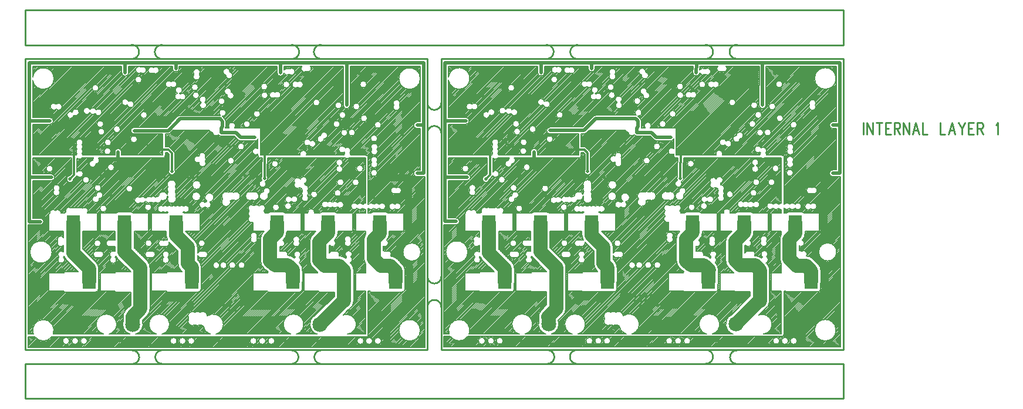
<source format=gbr>
*
%LPD*%
%LN2FOC-I1*%
%FSLAX24Y24*%
%MOIN*%
%SRX1Y1I0.0J0.0*%
%AD*%
%ADD13C,0.010000*%
%ADD16C,0.019690*%
%ADD20C,0.008000*%
%ADD36R,0.075000X0.084000*%
%ADD55C,0.085000*%
%ADD57C,0.011810*%
%ADD60C,0.039370*%
%ADD65C,0.019690*%
%ADD67C,0.078740*%
G54D13*
G1X5689Y10087D2*
G1X28523Y10087D1*
G1X28523Y26622D1*
G1X5689Y26622D1*
G1X5689Y10087D1*
G1X11729Y26620D2*
G75*
G3X11730Y27420I17J400D1*
G74*
G1X13453Y27415D2*
G75*
G3X13452Y26615I-17J-400D1*
G74*
G1X20824Y26616D2*
G75*
G3X20825Y27416I17J400D1*
G74*
G1X22490Y27422D2*
G75*
G3X22489Y26622I-17J-400D1*
G74*
G1X11751Y9287D2*
G75*
G3X11752Y10064I16J388D1*
G74*
G1X13473Y10075D2*
G75*
G3X13472Y9296I-16J-390D1*
G74*
G1X20797Y9292D2*
G75*
G3X20797Y10068I15J388D1*
G74*
G1X22505Y10071D2*
G75*
G3X22504Y9292I-16J-390D1*
G74*
G1X29305Y12527D2*
G75*
G3X28529Y12528I-388J16D1*
G74*
G1X28530Y14263D2*
G75*
G3X29309Y14262I390J-16D1*
G74*
G1X5682Y29383D2*
G1X52139Y29383D1*
G1X52139Y27415D1*
G1X5682Y27415D1*
G1X5682Y29383D1*
G1X29304Y10092D2*
G1X52139Y10092D1*
G1X52139Y26627D1*
G1X29304Y26627D1*
G1X29304Y10092D1*
G1X5682Y9304D2*
G1X52139Y9304D1*
G1X52139Y7336D1*
G1X5682Y7336D1*
G1X5682Y9304D1*
G1X29304Y22409D2*
G75*
G3X28528Y22410I-388J16D1*
G74*
G1X28530Y24125D2*
G75*
G3X29309Y24124I390J-16D1*
G74*
G1X37050Y27414D2*
G75*
G3X37049Y26614I-17J-400D1*
G74*
G1X35278Y26617D2*
G75*
G3X35279Y27417I17J400D1*
G74*
G1X44328Y26617D2*
G75*
G3X44329Y27417I17J400D1*
G74*
G1X46098Y27426D2*
G75*
G3X46097Y26626I-17J-400D1*
G74*
G1X46114Y10066D2*
G75*
G3X46114Y9287I-16J-390D1*
G74*
G1X44341Y9311D2*
G75*
G3X44341Y10087I16J388D1*
G74*
G1X37019Y10085D2*
G75*
G3X37018Y9306I-16J-390D1*
G74*
G1X35329Y9303D2*
G75*
G3X35330Y10080I16J388D1*
G74*
G1X6535Y17380D2*
G54D16*
G1X5905Y17380D1*
G1X5905Y19890D1*
G1X5905Y23099D1*
G1X5905Y19890D2*
G1X7165Y19890D1*
G1X10236Y20658D2*
G1X10236Y20884D1*
G1X10964Y20884D1*
G1X10964Y21337D1*
G1X11870Y22547D2*
G1X13799Y22547D1*
G1X14468Y23217D1*
G1X16732Y23217D1*
G1X16870Y23079D1*
G1X16870Y22961D1*
G1X16811Y22420D2*
G1X16811Y22705D1*
G1X16870Y22764D1*
G1X16870Y22961D1*
G1X16811Y22420D2*
G1X17638Y22421D1*
G1X17905Y22154D1*
G1X18720Y22154D1*
G1X27933Y22853D2*
G1X28326Y22853D1*
G1X27933Y20117D2*
G1X28326Y20117D1*
G1X28326Y22853D1*
G1X5905Y23099D2*
G1X5905Y26406D1*
G1X8366Y26406D1*
G1X5905Y23099D2*
G1X7086Y23099D1*
G1X11299Y26406D2*
G1X11358Y26347D1*
G1X11358Y25835D1*
G1X14173Y26406D2*
G1X11299Y26406D1*
G1X8366Y26406D1*
G1X14173Y26406D2*
G1X14232Y26347D1*
G1X14232Y26071D1*
G1X14173Y26406D2*
G1X20130Y26406D1*
G1X20189Y26347D1*
G1X20130Y26406D2*
G1X23890Y26406D1*
G1X20177Y25835D2*
G1X20189Y26347D1*
G1X23949Y26347D2*
G1X23890Y26406D1*
G1X28326Y26406D1*
G1X28326Y22853D1*
G1X23937Y23984D2*
G1X23949Y26347D1*
G1X24646Y19614D2*
G75*
G54D20*
G3X24646Y19614I-198J0D1*
G74*
G1X24882Y20392D2*
G75*
G3X24882Y20392I-198J0D1*
G74*
G1X23622Y19004D2*
G75*
G3X23622Y19004I-197J0D1*
G74*
G1X23780Y19614D2*
G75*
G3X23780Y19614I-198J0D1*
G74*
G1X22284Y18925D2*
G75*
G3X22284Y18925I-198J0D1*
G74*
G1X20115Y18189D2*
G75*
G3X20115Y18189I-198J0D1*
G74*
G1X20059Y20658D2*
G75*
G3X20059Y20658I-197J0D1*
G74*
G1X18166Y14906D2*
G75*
G3X18166Y14906I-197J0D1*
G74*
G1X17642Y14906D2*
G75*
G3X17642Y14906I-198J0D1*
G74*
G1X17134Y14902D2*
G75*
G3X17134Y14902I-198J0D1*
G74*
G1X18134Y21642D2*
G75*
G3X18134Y21642I-198J0D1*
G74*
G1X17559Y20835D2*
G75*
G3X17559Y20835I-197J0D1*
G74*
G1X16729Y14898D2*
G75*
G3X16729Y14898I-197J0D1*
G74*
G1X15902Y16146D2*
G75*
G3X15902Y16146I-198J0D1*
G74*
G1X15650Y18807D2*
G75*
G3X15650Y18807I-256J0D1*
G74*
G1X15670Y19457D2*
G75*
G3X15670Y19457I-257J0D1*
G74*
G1X11792Y19252D2*
G75*
G3X11792Y19252I-198J0D1*
G74*
G1X10748Y20461D2*
G75*
G3X10748Y20461I-198J0D1*
G74*
G1X10315Y18118D2*
G75*
G3X10315Y18118I-198J0D1*
G74*
G1X10000Y19290D2*
G75*
G3X10000Y19290I-198J0D1*
G74*
G1X9331Y19752D2*
G75*
G3X9331Y19752I-198J0D1*
G74*
G1X7264Y20382D2*
G75*
G3X7264Y20382I-198J0D1*
G74*
G1X7205Y15648D2*
G75*
G3X7205Y15648I-630J0D1*
G74*
G1X9981Y16146D2*
G75*
G3X9981Y16146I-198J0D1*
G74*
G1X12882Y16150D2*
G75*
G3X12882Y16150I-198J0D1*
G74*
G1X12855Y18193D2*
G75*
G3X12855Y18193I-198J0D1*
G74*
G1X28117Y11204D2*
G75*
G3X28117Y11204I-611J0D1*
G74*
G1X25906Y10599D2*
G75*
G3X25906Y10599I-198J0D1*
G74*
G1X25406Y10599D2*
G75*
G3X25406Y10599I-198J0D1*
G74*
G1X24914Y10599D2*
G75*
G3X24914Y10599I-198J0D1*
G74*
G1X19855Y10599D2*
G75*
G3X19855Y10599I-198J0D1*
G74*
G1X19339Y10599D2*
G75*
G3X19339Y10599I-198J0D1*
G74*
G1X18835Y10599D2*
G75*
G3X18835Y10599I-197J0D1*
G74*
G1X15307Y10599D2*
G75*
G3X15307Y10599I-198J0D1*
G74*
G1X14811Y10599D2*
G75*
G3X14811Y10599I-198J0D1*
G74*
G1X14303Y10599D2*
G75*
G3X14303Y10599I-197J0D1*
G74*
G1X9209Y10599D2*
G75*
G3X9209Y10599I-198J0D1*
G74*
G1X8709Y10599D2*
G75*
G3X8709Y10599I-198J0D1*
G74*
G1X8193Y10599D2*
G75*
G3X8193Y10599I-198J0D1*
G74*
G1X28150Y15648D2*
G75*
G3X28150Y15648I-512J0D1*
G74*
G1X28117Y25504D2*
G75*
G3X28117Y25504I-611J0D1*
G74*
G1X25689Y20146D2*
G75*
G3X25689Y20146I-198J0D1*
G74*
G1X25689Y22105D2*
G75*
G3X25689Y22105I-198J0D1*
G74*
G1X25906Y22873D2*
G75*
G3X25906Y22873I-198J0D1*
G74*
G1X25118Y23247D2*
G75*
G3X25118Y23247I-198J0D1*
G74*
G1X24429Y22440D2*
G75*
G3X24429Y22440I-198J0D1*
G74*
G1X24685Y23916D2*
G75*
G3X24685Y23916I-198J0D1*
G74*
G1X25079Y25176D2*
G75*
G3X25079Y25176I-197J0D1*
G74*
G1X23996Y22429D2*
G75*
G3X23996Y22429I-198J0D1*
G74*
G1X23563Y22921D2*
G75*
G3X23563Y22921I-198J0D1*
G74*
G1X23898Y23433D2*
G75*
G3X23898Y23433I-198J0D1*
G74*
G1X23662Y23984D2*
G75*
G3X23662Y23984I-198J0D1*
G74*
G1X22422Y24142D2*
G75*
G3X22422Y24142I-198J0D1*
G74*
G1X20709Y25166D2*
G75*
G3X20709Y25166I-198J0D1*
G74*
G1X19469Y24555D2*
G75*
G3X19469Y24555I-198J0D1*
G74*
G1X19449Y25047D2*
G75*
G3X19449Y25047I-198J0D1*
G74*
G1X19036Y23492D2*
G75*
G3X19036Y23492I-198J0D1*
G74*
G1X18465Y22921D2*
G75*
G3X18465Y22921I-198J0D1*
G74*
G1X15571Y24555D2*
G75*
G3X15571Y24555I-198J0D1*
G74*
G1X15512Y25008D2*
G75*
G3X15512Y25008I-198J0D1*
G74*
G1X12048Y22055D2*
G75*
G3X12048Y22055I-197J0D1*
G74*
G1X12618Y23433D2*
G75*
G3X12618Y23433I-198J0D1*
G74*
G1X12303Y25441D2*
G75*
G3X12303Y25441I-197J0D1*
G74*
G1X11083Y22626D2*
G75*
G3X11083Y22626I-198J0D1*
G74*
G1X10552Y21377D2*
G75*
G3X10552Y21377I-198J0D1*
G74*
G1X10571Y21878D2*
G75*
G3X10571Y21878I-198J0D1*
G74*
G1X10197Y22488D2*
G75*
G3X10197Y22488I-197J0D1*
G74*
G1X10138Y22921D2*
G75*
G3X10138Y22921I-198J0D1*
G74*
G1X9863Y24969D2*
G75*
G3X9863Y24969I-198J0D1*
G74*
G1X17028Y24221D2*
G75*
G3X17028Y24221I-198J0D1*
G74*
G1X25009Y18438D2*
G1X25012Y20992D1*
G1X24094Y20992D1*
G1X23858Y20992D2*
G75*
G3X24094Y20992I118J158D1*
G74*
G1X23858Y20992D2*
G1X19449Y20992D1*
G1X19449Y20736D1*
G1X19429Y20660D2*
G75*
G3X19449Y20736I-138J76D1*
G74*
G1X19429Y20660D2*
G1X19429Y19949D1*
G1X19321Y19640D2*
G75*
G3X19429Y19949I-50J191D1*
G74*
G1X19111Y19715D2*
G75*
G3X19321Y19640I50J-191D1*
G74*
G1X19113Y19949D2*
G75*
G3X19111Y19715I158J-118D1*
G74*
G1X19113Y19949D2*
G1X19113Y20717D1*
G1X19133Y20793D2*
G75*
G3X19113Y20717I138J-76D1*
G74*
G1X19133Y20793D2*
G1X19133Y20992D1*
G1X19036Y20992D1*
G1X18964Y21011D2*
G75*
G3X19036Y20992I71J119D1*
G74*
G1X18964Y21011D2*
G1X18905Y21011D1*
G1X18905Y21085D1*
G1X18897Y21131D2*
G75*
G3X18905Y21085I139J0D1*
G74*
G1X18897Y21131D2*
G1X18897Y21208D1*
G1X18897Y21525D2*
G75*
G3X18897Y21208I-117J-159D1*
G74*
G1X18897Y21525D2*
G1X18897Y22065D1*
G1X18720Y21956D2*
G75*
G3X18897Y22065I0J198D1*
G74*
G1X18720Y21956D2*
G1X17905Y21956D1*
G1X17766Y22014D2*
G75*
G3X17905Y21956I140J140D1*
G74*
G1X17766Y22014D2*
G1X17556Y22224D1*
G1X16811Y22222D1*
G1X16654Y22299D2*
G75*
G3X16811Y22222I156J121D1*
G74*
G1X16318Y22439D2*
G75*
G3X16654Y22299I198J1D1*
G74*
G1X16139Y22555D2*
G75*
G3X16318Y22439I180J82D1*
G74*
G1X16139Y22555D2*
G1X14085Y22555D1*
G1X13939Y22408D1*
G1X13799Y22350D2*
G75*
G3X13939Y22408I0J198D1*
G74*
G1X13799Y22350D2*
G1X13634Y22350D1*
G1X13634Y21623D1*
G1X13819Y21623D1*
G1X13930Y21577D2*
G75*
G3X13819Y21623I-112J-112D1*
G74*
G1X13930Y21577D2*
G1X14127Y21380D1*
G1X14174Y21268D2*
G75*
G3X14127Y21380I-158J0D1*
G74*
G1X14174Y21268D2*
G1X14174Y20343D1*
G1X13857Y20343D2*
G75*
G3X14174Y20343I158J-118D1*
G74*
G1X13857Y20343D2*
G1X13857Y21202D1*
G1X13753Y21307D1*
G1X13634Y21307D1*
G1X13634Y21131D1*
G1X13622Y21075D2*
G75*
G3X13634Y21131I-127J56D1*
G74*
G1X13622Y21075D2*
G1X13622Y21011D1*
G1X13566Y21011D1*
G1X13495Y20992D2*
G75*
G3X13566Y21011I0J139D1*
G74*
G1X13495Y20992D2*
G1X9847Y20992D1*
G1X9705Y20657D2*
G75*
G3X9847Y20992I-1J197D1*
G74*
G1X9507Y20855D2*
G75*
G3X9705Y20657I1J-198D1*
G74*
G1X9562Y20992D2*
G75*
G3X9507Y20855I142J-137D1*
G74*
G1X9562Y20992D2*
G1X8917Y20992D1*
G1X8622Y20968D2*
G75*
G3X8917Y20992I137J142D1*
G74*
G1X8622Y20968D2*
G1X8622Y20207D1*
G1X8614Y19978D2*
G75*
G3X8622Y20207I165J109D1*
G74*
G1X8576Y19916D2*
G75*
G3X8614Y19978I-112J112D1*
G74*
G1X8576Y19916D2*
G1X8424Y19763D1*
G1X8200Y19987D2*
G75*
G3X8424Y19763I28J-196D1*
G74*
G1X8200Y19987D2*
G1X8306Y20093D1*
G1X8306Y20992D1*
G1X6103Y20992D1*
G1X6103Y20087D1*
G1X7165Y20087D1*
G1X7165Y19692D2*
G75*
G3X7165Y20087I0J198D1*
G74*
G1X7165Y19692D2*
G1X6103Y19692D1*
G1X6103Y17578D1*
G1X6535Y17578D1*
G1X6535Y17183D2*
G75*
G3X6535Y17578I0J198D1*
G74*
G1X6535Y17183D2*
G1X5905Y17183D1*
G1X5847Y17192D2*
G75*
G3X5905Y17183I58J189D1*
G74*
G1X5847Y17192D2*
G1X5847Y10983D1*
G1X6137Y10983D1*
G1X7275Y10983D2*
G75*
G3X6137Y10983I-569J221D1*
G74*
G1X7275Y10983D2*
G1X10128Y10983D1*
G1X10454Y10983D2*
G75*
G3X10128Y10983I-162J560D1*
G74*
G1X10454Y10983D2*
G1X11628Y10983D1*
G1X11239Y11732D2*
G75*
G3X11628Y10983I552J-189D1*
G74*
G1X11239Y11732D2*
G1X11239Y11843D1*
G1X11385Y12364D2*
G75*
G3X11239Y11843I390J-390D1*
G74*
G1X11385Y12364D2*
G1X11667Y12646D1*
G1X11667Y13377D1*
G1X10825Y13377D1*
G1X10785Y13417D2*
G75*
G3X10825Y13377I40J0D1*
G74*
G1X10785Y13417D2*
G1X10785Y13436D1*
G1X9985Y13436D1*
G1X9945Y13476D2*
G75*
G3X9985Y13436I40J0D1*
G74*
G1X9945Y13476D2*
G1X9945Y14434D1*
G1X9985Y14474D2*
G75*
G3X9945Y14434I0J-40D1*
G74*
G1X9985Y14474D2*
G1X10785Y14474D1*
G1X10785Y14493D1*
G1X10825Y14533D2*
G75*
G3X10785Y14493I0J-40D1*
G74*
G1X10825Y14533D2*
G1X11667Y14533D1*
G1X11667Y14541D1*
G1X10928Y15279D1*
G1X10833Y15407D2*
G75*
G3X10928Y15279I485J263D1*
G74*
G1X10788Y15358D2*
G75*
G3X10833Y15407I-119J157D1*
G74*
G1X10550Y15358D2*
G75*
G3X10788Y15358I119J-157D1*
G74*
G1X10767Y15687D2*
G75*
G3X10550Y15358I-98J-172D1*
G74*
G1X10767Y15687D2*
G1X10767Y15974D1*
G1X10571Y15975D2*
G75*
G3X10767Y15974I99J171D1*
G74*
G1X10571Y16317D2*
G75*
G3X10571Y15975I-98J-171D1*
G74*
G1X10767Y16317D2*
G75*
G3X10571Y16317I-98J-172D1*
G74*
G1X10767Y16317D2*
G1X10767Y16822D1*
G1X9985Y16822D1*
G1X9945Y16862D2*
G75*
G3X9985Y16822I40J0D1*
G74*
G1X9945Y16862D2*
G1X9945Y17820D1*
G1X9985Y17860D2*
G75*
G3X9945Y17820I0J-40D1*
G74*
G1X9985Y17860D2*
G1X10820Y17860D1*
G1X10944Y17919D2*
G75*
G3X10820Y17860I0J-158D1*
G74*
G1X10944Y17919D2*
G1X11694Y17919D1*
G1X11817Y17860D2*
G75*
G3X11694Y17919I-123J-99D1*
G74*
G1X11817Y17860D2*
G1X12653Y17860D1*
G1X12693Y17820D2*
G75*
G3X12653Y17860I-40J0D1*
G74*
G1X12693Y17820D2*
G1X12693Y16862D1*
G1X12653Y16822D2*
G75*
G3X12693Y16862I0J40D1*
G74*
G1X12653Y16822D2*
G1X11870Y16822D1*
G1X11870Y15898D1*
G1X12614Y15154D1*
G1X12770Y14686D2*
G75*
G3X12614Y15154I-546J78D1*
G74*
G1X12770Y14686D2*
G1X12770Y13955D1*
G1X12770Y12417D1*
G1X12609Y12027D2*
G75*
G3X12770Y12417I-390J390D1*
G74*
G1X12609Y12027D2*
G1X12343Y11761D1*
G1X12343Y11732D1*
G1X11954Y10983D2*
G75*
G3X12343Y11732I-162J560D1*
G74*
G1X11954Y10983D2*
G1X13128Y10983D1*
G1X13454Y10983D2*
G75*
G3X13128Y10983I-162J560D1*
G74*
G1X13454Y10983D2*
G1X16193Y10983D1*
G1X15778Y11464D2*
G75*
G3X16193Y10983I578J79D1*
G74*
G1X15620Y11511D2*
G75*
G3X15778Y11464I148J210D1*
G74*
G1X15325Y11511D2*
G75*
G3X15620Y11511I148J210D1*
G74*
G1X14967Y11868D2*
G75*
G3X15325Y11511I210J-148D1*
G74*
G1X15325Y12226D2*
G75*
G3X14967Y11868I-148J-210D1*
G74*
G1X15620Y12226D2*
G75*
G3X15325Y12226I-148J-210D1*
G74*
G1X16024Y12023D2*
G75*
G3X15620Y12226I-256J-7D1*
G74*
G1X16519Y10983D2*
G75*
G3X16024Y12023I-162J560D1*
G74*
G1X16519Y10983D2*
G1X20758Y10983D1*
G1X21084Y10983D2*
G75*
G3X20758Y10983I-163J560D1*
G74*
G1X21084Y10983D2*
G1X22258Y10983D1*
G1X22164Y12067D2*
G75*
G3X22258Y10983I257J-523D1*
G74*
G1X22164Y12067D2*
G1X23242Y13144D1*
G1X23242Y13377D1*
G1X22400Y13377D1*
G1X22360Y13417D2*
G75*
G3X22400Y13377I40J0D1*
G74*
G1X22360Y13417D2*
G1X22360Y13436D1*
G1X21559Y13436D1*
G1X21519Y13476D2*
G75*
G3X21559Y13436I40J0D1*
G74*
G1X21519Y13476D2*
G1X21519Y14434D1*
G1X21559Y14474D2*
G75*
G3X21519Y14434I0J-40D1*
G74*
G1X21559Y14474D2*
G1X22293Y14474D1*
G1X22279Y14488D2*
G75*
G3X22293Y14474I390J390D1*
G74*
G1X22279Y14488D2*
G1X22003Y14764D1*
G1X21842Y15154D2*
G75*
G3X22003Y14764I552J0D1*
G74*
G1X21842Y15154D2*
G1X21842Y16248D1*
G1X22003Y16638D2*
G75*
G3X21842Y16248I390J-390D1*
G74*
G1X22003Y16638D2*
G1X22187Y16822D1*
G1X21559Y16822D1*
G1X21519Y16862D2*
G75*
G3X21559Y16822I40J0D1*
G74*
G1X21519Y16862D2*
G1X21519Y17820D1*
G1X21559Y17860D2*
G75*
G3X21519Y17820I0J-40D1*
G74*
G1X21559Y17860D2*
G1X21731Y17860D1*
G1X22103Y17860D2*
G75*
G3X21731Y17860I-186J65D1*
G74*
G1X22103Y17860D2*
G1X22395Y17860D1*
G1X22518Y17919D2*
G75*
G3X22395Y17860I0J-158D1*
G74*
G1X22518Y17919D2*
G1X23268Y17919D1*
G1X23392Y17860D2*
G75*
G3X23268Y17919I-123J-99D1*
G74*
G1X23392Y17860D2*
G1X24227Y17860D1*
G1X24267Y17820D2*
G75*
G3X24227Y17860I-40J0D1*
G74*
G1X24267Y17820D2*
G1X24267Y16862D1*
G1X24227Y16822D2*
G75*
G3X24267Y16862I0J40D1*
G74*
G1X24227Y16822D2*
G1X23445Y16822D1*
G1X23445Y16748D1*
G1X23284Y16358D2*
G75*
G3X23445Y16748I-390J390D1*
G74*
G1X23284Y16358D2*
G1X23236Y16310D1*
G1X22962Y16036D2*
G75*
G3X23236Y16310I164J110D1*
G74*
G1X22962Y16036D2*
G1X22945Y16020D1*
G1X22945Y15596D1*
G1X23224Y15687D2*
G75*
G3X22945Y15596I-99J-171D1*
G74*
G1X23500Y15430D2*
G75*
G3X23224Y15687I-178J86D1*
G74*
G1X23500Y15430D2*
G1X23523Y15430D1*
G1X23886Y15294D2*
G75*
G3X23523Y15430I-363J-416D1*
G74*
G1X23938Y15363D2*
G75*
G3X23886Y15294I128J-150D1*
G74*
G1X24175Y15378D2*
G75*
G3X23938Y15363I-128J150D1*
G74*
G1X24149Y15033D2*
G75*
G3X24175Y15378I-82J180D1*
G74*
G1X24149Y15033D2*
G1X24184Y14998D1*
G1X24345Y14608D2*
G75*
G3X24184Y14998I-552J0D1*
G74*
G1X24345Y14608D2*
G1X24345Y13955D1*
G1X24345Y12866D1*
G1X24022Y12364D2*
G75*
G3X24345Y12866I-228J502D1*
G74*
G1X24022Y12364D2*
G1X23732Y12074D1*
G1X23983Y10983D2*
G75*
G3X23732Y12074I-62J560D1*
G74*
G1X23983Y10983D2*
G1X24999Y10983D1*
G1X25002Y13436D1*
G1X24473Y13436D1*
G1X24433Y13476D2*
G75*
G3X24473Y13436I40J0D1*
G74*
G1X24433Y13476D2*
G1X24433Y14434D1*
G1X24473Y14474D2*
G75*
G3X24433Y14434I0J-40D1*
G74*
G1X24473Y14474D2*
G1X25004Y14474D1*
G1X25004Y14965D1*
G1X24916Y15264D2*
G75*
G3X25004Y14965I552J0D1*
G74*
G1X24916Y15264D2*
G1X24916Y15528D1*
G1X24916Y16366D1*
G1X25007Y16669D2*
G75*
G3X24916Y16366I461J-302D1*
G74*
G1X25007Y16669D2*
G1X25007Y16822D1*
G1X24473Y16822D1*
G1X24433Y16862D2*
G75*
G3X24473Y16822I40J0D1*
G74*
G1X24433Y16862D2*
G1X24433Y17820D1*
G1X24473Y17860D2*
G75*
G3X24433Y17820I0J-40D1*
G74*
G1X24473Y17860D2*
G1X25008Y17860D1*
G1X25009Y18043D1*
G1X24851Y18126D2*
G75*
G3X25009Y18043I161J115D1*
G74*
G1X24530Y18132D2*
G75*
G3X24851Y18126I162J112D1*
G74*
G1X24536Y18365D2*
G75*
G3X24530Y18132I-162J-112D1*
G74*
G1X24854Y18359D2*
G75*
G3X24536Y18365I-161J-114D1*
G74*
G1X25009Y18438D2*
G75*
G3X24854Y18359I2J-197D1*
G74*
G1X28365Y10245D2*
G1X28365Y19923D1*
G1X28326Y19919D2*
G75*
G3X28365Y19923I0J197D1*
G74*
G1X28326Y19919D2*
G1X27933Y19919D1*
G1X27933Y20314D2*
G75*
G3X27933Y19919I0J-198D1*
G74*
G1X27933Y20314D2*
G1X28129Y20314D1*
G1X28129Y22655D1*
G1X27933Y22655D1*
G1X27933Y23050D2*
G75*
G3X27933Y22655I0J-197D1*
G74*
G1X27933Y23050D2*
G1X28129Y23050D1*
G1X28129Y26208D1*
G1X24145Y26208D1*
G1X24134Y23983D1*
G1X23739Y23985D2*
G75*
G3X24134Y23983I198J-1D1*
G74*
G1X23739Y23985D2*
G1X23751Y26208D1*
G1X21874Y26208D1*
G1X21634Y25900D2*
G75*
G3X21874Y26208I98J171D1*
G74*
G1X21393Y26208D2*
G75*
G3X21634Y25900I142J-137D1*
G74*
G1X21393Y26208D2*
G1X20383Y26208D1*
G1X20378Y25989D1*
G1X20679Y26044D2*
G75*
G3X20378Y25989I-128J-150D1*
G74*
G1X20679Y25743D2*
G75*
G3X20679Y26044I128J150D1*
G74*
G1X20373Y25809D2*
G75*
G3X20679Y25743I178J85D1*
G74*
G1X19979Y25839D2*
G75*
G3X20373Y25809I197J-4D1*
G74*
G1X19979Y25839D2*
G1X19988Y26208D1*
G1X14429Y26208D1*
G1X14429Y26071D1*
G1X14035Y26071D2*
G75*
G3X14429Y26071I197J0D1*
G74*
G1X14035Y26071D2*
G1X14035Y26208D1*
G1X11555Y26208D1*
G1X11555Y25835D1*
G1X11160Y25835D2*
G75*
G3X11555Y25835I198J0D1*
G74*
G1X11160Y25835D2*
G1X11160Y26208D1*
G1X8366Y26208D1*
G1X6103Y26208D1*
G1X6103Y25600D1*
G1X6103Y25409D2*
G75*
G3X6103Y25600I603J96D1*
G74*
G1X6103Y25409D2*
G1X6103Y23296D1*
G1X7086Y23296D1*
G1X7086Y22901D2*
G75*
G3X7086Y23296I0J197D1*
G74*
G1X7086Y22901D2*
G1X6103Y22901D1*
G1X6103Y21150D1*
G1X8566Y21150D1*
G1X8609Y21238D2*
G75*
G3X8566Y21150I150J-128D1*
G74*
G1X8609Y21494D2*
G75*
G3X8609Y21238I150J-128D1*
G74*
G1X8609Y21750D2*
G75*
G3X8609Y21494I150J-128D1*
G74*
G1X8910Y21750D2*
G75*
G3X8609Y21750I-150J128D1*
G74*
G1X8910Y21494D2*
G75*
G3X8910Y21750I-150J128D1*
G74*
G1X8910Y21238D2*
G75*
G3X8910Y21494I-150J128D1*
G74*
G1X8953Y21150D2*
G75*
G3X8910Y21238I-193J-40D1*
G74*
G1X8953Y21150D2*
G1X10767Y21150D1*
G1X10767Y21337D1*
G1X11162Y21337D2*
G75*
G3X10767Y21337I-198J0D1*
G74*
G1X11162Y21337D2*
G1X11162Y21150D1*
G1X13483Y21150D1*
G1X13483Y22350D1*
G1X11870Y22350D1*
G1X11870Y22745D2*
G75*
G3X11870Y22350I0J-197D1*
G74*
G1X11870Y22745D2*
G1X13717Y22745D1*
G1X14329Y23356D1*
G1X14468Y23414D2*
G75*
G3X14329Y23356I0J-198D1*
G74*
G1X14468Y23414D2*
G1X16732Y23414D1*
G1X16760Y23412D2*
G75*
G3X16732Y23414I-28J-196D1*
G74*
G1X16861Y23366D2*
G75*
G3X16760Y23412I28J195D1*
G74*
G1X16872Y23356D2*
G75*
G3X16861Y23366I-140J-140D1*
G74*
G1X16872Y23356D2*
G1X17009Y23219D1*
G1X17067Y23079D2*
G75*
G3X17009Y23219I-198J0D1*
G74*
G1X17067Y23079D2*
G1X17067Y22961D1*
G1X17067Y22764D1*
G1X17058Y22705D2*
G75*
G3X17067Y22764I-189J59D1*
G74*
G1X17058Y22705D2*
G1X17262Y22706D1*
G1X17580Y22706D2*
G75*
G3X17262Y22706I-159J116D1*
G74*
G1X17580Y22706D2*
G1X18904Y22709D1*
G1X18969Y22694D2*
G75*
G3X18904Y22709I-64J-123D1*
G74*
G1X18969Y22694D2*
G1X19036Y22694D1*
G1X19036Y22616D1*
G1X19044Y22570D2*
G75*
G3X19036Y22616I-139J0D1*
G74*
G1X19044Y22570D2*
G1X19044Y21150D1*
G1X21295Y21150D1*
G1X21657Y21150D2*
G75*
G3X21295Y21150I-181J78D1*
G74*
G1X21657Y21150D2*
G1X23779Y21150D1*
G1X23826Y21278D2*
G75*
G3X23779Y21150I150J-128D1*
G74*
G1X23796Y21324D2*
G75*
G3X23826Y21278I180J81D1*
G74*
G1X23861Y21566D2*
G75*
G3X23796Y21324I-180J-81D1*
G74*
G1X24127Y21278D2*
G75*
G3X23861Y21566I-150J128D1*
G74*
G1X24174Y21150D2*
G75*
G3X24127Y21278I-198J-1D1*
G74*
G1X24174Y21150D2*
G1X25019Y21150D1*
G1X25090Y21131D2*
G75*
G3X25019Y21150I-71J-119D1*
G74*
G1X25090Y21131D2*
G1X25152Y21131D1*
G1X25152Y21052D1*
G1X25158Y21011D2*
G75*
G3X25152Y21052I-139J0D1*
G74*
G1X25158Y21011D2*
G1X25158Y18373D1*
G1X25166Y18363D2*
G75*
G3X25158Y18373I-154J-123D1*
G74*
G1X25480Y18372D2*
G75*
G3X25166Y18363I-154J-124D1*
G74*
G1X25794Y18363D2*
G75*
G3X25480Y18372I-161J-115D1*
G74*
G1X25792Y18130D2*
G75*
G3X25794Y18363I161J114D1*
G74*
G1X25480Y18124D2*
G75*
G3X25792Y18130I153J124D1*
G74*
G1X25172Y18125D2*
G75*
G3X25480Y18124I154J123D1*
G74*
G1X25158Y18108D2*
G75*
G3X25172Y18125I-146J133D1*
G74*
G1X25158Y18108D2*
G1X25158Y17860D1*
G1X25309Y17860D1*
G1X25432Y17919D2*
G75*
G3X25309Y17860I0J-158D1*
G74*
G1X25432Y17919D2*
G1X26182Y17919D1*
G1X26305Y17860D2*
G75*
G3X26182Y17919I-123J-99D1*
G74*
G1X26305Y17860D2*
G1X27141Y17860D1*
G1X27181Y17820D2*
G75*
G3X27141Y17860I-40J0D1*
G74*
G1X27181Y17820D2*
G1X27181Y16862D1*
G1X27141Y16822D2*
G75*
G3X27181Y16862I0J40D1*
G74*
G1X27141Y16822D2*
G1X26359Y16822D1*
G1X26359Y16705D1*
G1X26211Y16329D2*
G75*
G3X26359Y16705I-405J375D1*
G74*
G1X26020Y15984D2*
G75*
G3X26211Y16329I94J174D1*
G74*
G1X26020Y15984D2*
G1X26020Y15718D1*
G1X26176Y15697D2*
G75*
G3X26020Y15718I-102J-169D1*
G74*
G1X26438Y15418D2*
G75*
G3X26176Y15697I-167J106D1*
G74*
G1X26807Y15256D2*
G75*
G3X26438Y15418I-390J-390D1*
G74*
G1X26807Y15256D2*
G1X27097Y14967D1*
G1X27259Y14577D2*
G75*
G3X27097Y14967I-552J0D1*
G74*
G1X27259Y14577D2*
G1X27259Y13955D1*
G1X27240Y13813D2*
G75*
G3X27259Y13955I-533J142D1*
G74*
G1X27240Y13813D2*
G1X27240Y13535D1*
G1X27082Y13377D2*
G75*
G3X27240Y13535I0J158D1*
G74*
G1X27082Y13377D2*
G1X26332Y13377D1*
G1X26311Y13379D2*
G75*
G3X26332Y13377I21J157D1*
G74*
G1X26300Y13377D2*
G75*
G3X26311Y13379I0J40D1*
G74*
G1X26300Y13377D2*
G1X25314Y13377D1*
G1X25274Y13417D2*
G75*
G3X25314Y13377I40J0D1*
G74*
G1X25274Y13417D2*
G1X25274Y13436D1*
G1X25158Y13436D1*
G1X25158Y10983D1*
G1X25138Y10912D2*
G75*
G3X25158Y10983I-119J71D1*
G74*
G1X25138Y10912D2*
G1X25138Y10844D1*
G1X25020Y10844D1*
G1X25019Y10844D2*
G75*
G3X25020Y10844I0J139D1*
G74*
G1X25019Y10844D2*
G1X7199Y10844D1*
G1X6213Y10844D2*
G75*
G3X7199Y10844I493J360D1*
G74*
G1X6213Y10844D2*
G1X5847Y10844D1*
G1X5847Y10245D1*
G1X28365Y10245D1*
G1X24173Y16267D2*
G75*
G3X23842Y16267I-166J107D1*
G3X24173Y16267I166J-108D1*
G74*
G1X24646Y19614D2*
G75*
G3X24646Y19614I-198J0D1*
G74*
G1X24882Y20392D2*
G75*
G3X24882Y20392I-198J0D1*
G74*
G1X23421Y18220D2*
G75*
G3X23421Y18458I157J119D1*
G74*
G1X23124Y18199D2*
G75*
G3X23421Y18220I140J139D1*
G74*
G1X22842Y18209D2*
G75*
G3X23124Y18199I146J133D1*
G74*
G1X22854Y18488D2*
G75*
G3X22842Y18209I-146J-133D1*
G74*
G1X23128Y18482D2*
G75*
G3X22854Y18488I-140J-139D1*
G74*
G1X23421Y18458D2*
G75*
G3X23128Y18482I-157J-119D1*
G74*
G1X23622Y19004D2*
G75*
G3X23622Y19004I-197J0D1*
G74*
G1X23780Y19614D2*
G75*
G3X23780Y19614I-198J0D1*
G74*
G1X23587Y20549D2*
G75*
G3X23460Y20549I-63J187D1*
G3X23587Y20549I63J-187D1*
G74*
G1X22284Y18925D2*
G75*
G3X22284Y18925I-198J0D1*
G74*
G1X21432Y14564D2*
G75*
G3X21261Y15047I-546J78D1*
G74*
G1X21432Y14564D2*
G1X21432Y13955D1*
G1X21413Y13813D2*
G75*
G3X21432Y13955I-533J142D1*
G74*
G1X21413Y13813D2*
G1X21413Y13535D1*
G1X21255Y13377D2*
G75*
G3X21413Y13535I0J158D1*
G74*
G1X21255Y13377D2*
G1X20505Y13377D1*
G1X20484Y13379D2*
G75*
G3X20505Y13377I21J157D1*
G74*
G1X20473Y13377D2*
G75*
G3X20484Y13379I0J40D1*
G74*
G1X20473Y13377D2*
G1X19487Y13377D1*
G1X19447Y13417D2*
G75*
G3X19487Y13377I40J0D1*
G74*
G1X19447Y13417D2*
G1X19447Y13436D1*
G1X18646Y13436D1*
G1X18606Y13476D2*
G75*
G3X18646Y13436I40J0D1*
G74*
G1X18606Y13476D2*
G1X18606Y14434D1*
G1X18646Y14474D2*
G75*
G3X18606Y14434I0J-40D1*
G74*
G1X18646Y14474D2*
G1X19447Y14474D1*
G1X19447Y14493D1*
G1X19474Y14531D2*
G75*
G3X19447Y14493I13J-38D1*
G74*
G1X19474Y14531D2*
G1X19255Y14706D1*
G1X19046Y15138D2*
G75*
G3X19255Y14706I552J0D1*
G74*
G1X19046Y15138D2*
G1X19046Y15514D1*
G1X19046Y16406D1*
G1X19227Y16814D2*
G75*
G3X19046Y16406I371J-409D1*
G74*
G1X19227Y16814D2*
G1X19236Y16822D1*
G1X18646Y16822D1*
G1X18606Y16862D2*
G75*
G3X18646Y16822I40J0D1*
G74*
G1X18606Y16862D2*
G1X18606Y17339D1*
G1X18408Y17677D2*
G75*
G3X18606Y17339I119J-157D1*
G74*
G1X18404Y17989D2*
G75*
G3X18408Y17677I124J-154D1*
G74*
G1X18669Y18279D2*
G75*
G3X18404Y17989I-146J-133D1*
G74*
G1X18965Y18274D2*
G75*
G3X18669Y18279I-150J-128D1*
G74*
G1X19239Y17995D2*
G75*
G3X18965Y18274I-118J159D1*
G74*
G1X19311Y17860D2*
G75*
G3X19239Y17995I-197J-17D1*
G74*
G1X19311Y17860D2*
G1X19482Y17860D1*
G1X19605Y17919D2*
G75*
G3X19482Y17860I0J-158D1*
G74*
G1X19605Y17919D2*
G1X20355Y17919D1*
G1X20478Y17860D2*
G75*
G3X20355Y17919I-123J-99D1*
G74*
G1X20478Y17860D2*
G1X21314Y17860D1*
G1X21354Y17820D2*
G75*
G3X21314Y17860I-40J0D1*
G74*
G1X21354Y17820D2*
G1X21354Y16862D1*
G1X21314Y16822D2*
G75*
G3X21354Y16862I0J40D1*
G74*
G1X21314Y16822D2*
G1X20532Y16822D1*
G1X20532Y16752D1*
G1X20351Y16343D2*
G75*
G3X20532Y16752I-371J409D1*
G74*
G1X20351Y16343D2*
G1X20322Y16317D1*
G1X20150Y15963D2*
G75*
G3X20322Y16317I74J183D1*
G74*
G1X20150Y15963D2*
G1X20150Y15707D1*
G1X20295Y15683D2*
G75*
G3X20150Y15707I-102J-169D1*
G74*
G1X20588Y15461D2*
G75*
G3X20295Y15683I-190J53D1*
G74*
G1X20954Y15321D2*
G75*
G3X20588Y15461I-368J-411D1*
G74*
G1X20954Y15321D2*
G1X20970Y15306D1*
G1X21018Y15358D2*
G75*
G3X20970Y15306I119J-157D1*
G74*
G1X21257Y15358D2*
G75*
G3X21018Y15358I-119J157D1*
G74*
G1X21261Y15047D2*
G75*
G3X21257Y15358I-123J154D1*
G74*
G1X21716Y19122D2*
G75*
G3X21575Y19457I-141J138D1*
G74*
G1X21716Y18847D2*
G75*
G3X21716Y19122I-141J138D1*
G74*
G1X21433Y18847D2*
G75*
G3X21716Y18847I141J-138D1*
G74*
G1X21433Y19122D2*
G75*
G3X21433Y18847I141J-138D1*
G74*
G1X21377Y19259D2*
G75*
G3X21433Y19122I198J1D1*
G74*
G1X21260Y19299D2*
G75*
G3X21377Y19259I118J158D1*
G74*
G1X20983Y19575D2*
G75*
G3X21260Y19299I158J-118D1*
G74*
G1X21309Y19797D2*
G75*
G3X20983Y19575I-168J-104D1*
G74*
G1X21555Y19544D2*
G75*
G3X21309Y19797I-59J188D1*
G74*
G1X21575Y19457D2*
G75*
G3X21555Y19544I-198J-1D1*
G74*
G1X20115Y18189D2*
G75*
G3X20115Y18189I-198J0D1*
G74*
G1X20059Y20658D2*
G75*
G3X20059Y20658I-197J0D1*
G74*
G1X19468Y18928D2*
G75*
G3X19198Y19081I-74J183D1*
G3X19468Y18928I34J-254D1*
G74*
G1X18573Y18605D2*
G75*
G3X18573Y19049I128J222D1*
G3X18573Y18605I-128J-222D1*
G74*
G1X18166Y14906D2*
G75*
G3X18166Y14906I-197J0D1*
G74*
G1X17642Y14906D2*
G75*
G3X17642Y14906I-198J0D1*
G74*
G1X17134Y14902D2*
G75*
G3X17134Y14902I-198J0D1*
G74*
G1X17500Y18611D2*
G75*
G3X17500Y19043I138J216D1*
G74*
G1X17330Y18572D2*
G75*
G3X17500Y18611I32J255D1*
G74*
G1X16892Y18660D2*
G75*
G3X17330Y18572I195J-167D1*
G74*
G1X17224Y19043D2*
G75*
G3X16892Y18660I-138J-216D1*
G74*
G1X17500Y19043D2*
G75*
G3X17224Y19043I-138J-216D1*
G74*
G1X18134Y21642D2*
G75*
G3X18134Y21642I-198J0D1*
G74*
G1X17559Y20835D2*
G75*
G3X17559Y20835I-197J0D1*
G74*
G1X16729Y14898D2*
G75*
G3X16729Y14898I-197J0D1*
G74*
G1X15748Y15345D2*
G75*
G3X15748Y15687I98J171D1*
G74*
G1X15465Y15445D2*
G75*
G3X15748Y15345I184J71D1*
G74*
G1X15465Y15445D2*
G1X15465Y15217D1*
G1X15504Y15178D1*
G1X15522Y15160D1*
G1X15684Y14769D2*
G75*
G3X15522Y15160I-552J0D1*
G74*
G1X15684Y14769D2*
G1X15684Y13955D1*
G1X15665Y13813D2*
G75*
G3X15684Y13955I-533J142D1*
G74*
G1X15665Y13813D2*
G1X15665Y13535D1*
G1X15507Y13377D2*
G75*
G3X15665Y13535I0J158D1*
G74*
G1X15507Y13377D2*
G1X14757Y13377D1*
G1X14736Y13379D2*
G75*
G3X14757Y13377I21J157D1*
G74*
G1X14725Y13377D2*
G75*
G3X14736Y13379I0J40D1*
G74*
G1X14725Y13377D2*
G1X13739Y13377D1*
G1X13699Y13417D2*
G75*
G3X13739Y13377I40J0D1*
G74*
G1X13699Y13417D2*
G1X13699Y13436D1*
G1X12898Y13436D1*
G1X12858Y13476D2*
G75*
G3X12898Y13436I40J0D1*
G74*
G1X12858Y13476D2*
G1X12858Y14434D1*
G1X12898Y14474D2*
G75*
G3X12858Y14434I0J-40D1*
G74*
G1X12898Y14474D2*
G1X13699Y14474D1*
G1X13699Y14493D1*
G1X13739Y14533D2*
G75*
G3X13699Y14493I0J-40D1*
G74*
G1X13739Y14533D2*
G1X14580Y14533D1*
G1X14580Y14541D1*
G1X14523Y14598D1*
G1X14361Y14988D2*
G75*
G3X14523Y14598I552J0D1*
G74*
G1X14361Y14988D2*
G1X14361Y15693D1*
G1X13850Y16204D1*
G1X13553Y15981D2*
G75*
G3X13850Y16204I108J165D1*
G74*
G1X13553Y16311D2*
G75*
G3X13553Y15981I-108J-165D1*
G74*
G1X13760Y16317D2*
G75*
G3X13553Y16311I-99J-171D1*
G74*
G1X13680Y16603D2*
G75*
G3X13760Y16317I552J0D1*
G74*
G1X13680Y16603D2*
G1X13680Y16822D1*
G1X12898Y16822D1*
G1X12858Y16862D2*
G75*
G3X12898Y16822I40J0D1*
G74*
G1X12858Y16862D2*
G1X12858Y17820D1*
G1X12898Y17860D2*
G75*
G3X12858Y17820I0J-40D1*
G74*
G1X12898Y17860D2*
G1X13734Y17860D1*
G1X13802Y17909D2*
G75*
G3X13734Y17860I55J-148D1*
G74*
G1X13740Y17940D2*
G75*
G3X13802Y17909I118J158D1*
G74*
G1X13513Y17933D2*
G75*
G3X13740Y17940I108J165D1*
G74*
G1X13513Y18264D2*
G75*
G3X13513Y17933I-108J-165D1*
G74*
G1X13740Y18257D2*
G75*
G3X13513Y18264I-118J-158D1*
G74*
G1X13986Y18249D2*
G75*
G3X13740Y18257I-128J-150D1*
G74*
G1X14222Y18264D2*
G75*
G3X13986Y18249I-108J-165D1*
G74*
G1X14449Y18257D2*
G75*
G3X14222Y18264I-118J-158D1*
G74*
G1X14685Y18257D2*
G75*
G3X14449Y18257I-118J-158D1*
G74*
G1X14685Y17940D2*
G75*
G3X14685Y18257I118J158D1*
G74*
G1X14641Y17916D2*
G75*
G3X14685Y17940I-74J183D1*
G74*
G1X14730Y17860D2*
G75*
G3X14641Y17916I-123J-99D1*
G74*
G1X14730Y17860D2*
G1X15566Y17860D1*
G1X15606Y17820D2*
G75*
G3X15566Y17860I-40J0D1*
G74*
G1X15606Y17820D2*
G1X15606Y16862D1*
G1X15566Y16822D2*
G75*
G3X15606Y16862I0J40D1*
G74*
G1X15566Y16822D2*
G1X14793Y16822D1*
G1X15303Y16312D1*
G1X15465Y15921D2*
G75*
G3X15303Y16312I-552J0D1*
G74*
G1X15465Y15921D2*
G1X15465Y15587D1*
G1X15748Y15687D2*
G75*
G3X15465Y15587I-98J-171D1*
G74*
G1X15902Y16146D2*
G75*
G3X15902Y16146I-198J0D1*
G74*
G1X16162Y18492D2*
G75*
G3X16008Y18529I-21J256D1*
G74*
G1X15895Y18204D2*
G75*
G3X16162Y18492I148J131D1*
G74*
G1X15895Y18466D2*
G75*
G3X15895Y18204I-148J-131D1*
G74*
G1X16008Y18529D2*
G75*
G3X15895Y18466I35J-194D1*
G74*
G1X15650Y18807D2*
G75*
G3X15650Y18807I-256J0D1*
G74*
G1X15670Y19457D2*
G75*
G3X15670Y19457I-257J0D1*
G74*
G1X15913Y21012D2*
G75*
G3X15551Y21105I-165J108D1*
G74*
G1X15913Y20796D2*
G75*
G3X15913Y21012I-165J108D1*
G74*
G1X15559Y20747D2*
G75*
G3X15913Y20796I189J-59D1*
G74*
G1X15551Y21105D2*
G75*
G3X15559Y20747I-79J-181D1*
G74*
G1X13782Y18784D2*
G75*
G3X14225Y18811I230J-114D1*
G74*
G1X13760Y18824D2*
G75*
G3X13782Y18784I236J102D1*
G74*
G1X13409Y18588D2*
G75*
G3X13760Y18824I94J239D1*
G74*
G1X13087Y18481D2*
G75*
G3X13409Y18588I130J149D1*
G74*
G1X12823Y18477D2*
G75*
G3X13087Y18481I130J149D1*
G74*
G1X12522Y18528D2*
G75*
G3X12823Y18477I171J99D1*
G74*
G1X12221Y18454D2*
G75*
G3X12522Y18528I121J156D1*
G74*
G1X12203Y18751D2*
G75*
G3X12221Y18454I-121J-156D1*
G74*
G1X12513Y18709D2*
G75*
G3X12203Y18751I-171J-99D1*
G74*
G1X12823Y18775D2*
G75*
G3X12513Y18709I-130J-149D1*
G74*
G1X13082Y18775D2*
G75*
G3X12823Y18775I-130J-149D1*
G74*
G1X13247Y18825D2*
G75*
G3X13082Y18775I-31J-195D1*
G74*
G1X13739Y18928D2*
G75*
G3X13247Y18825I-236J-102D1*
G74*
G1X13786Y19073D2*
G75*
G3X13739Y18928I210J-148D1*
G74*
G1X13779Y19358D2*
G75*
G3X13786Y19073I216J-138D1*
G74*
G1X14212Y19358D2*
G75*
G3X13779Y19358I-216J138D1*
G74*
G1X14206Y19073D2*
G75*
G3X14212Y19358I-210J148D1*
G74*
G1X14225Y18811D2*
G75*
G3X14206Y19073I-230J114D1*
G74*
G1X11792Y19252D2*
G75*
G3X11792Y19252I-198J0D1*
G74*
G1X10748Y20461D2*
G75*
G3X10748Y20461I-198J0D1*
G74*
G1X10315Y18118D2*
G75*
G3X10315Y18118I-198J0D1*
G74*
G1X9878Y18690D2*
G75*
G3X9708Y18846I23J196D1*
G3X9878Y18690I-23J-196D1*
G74*
G1X10000Y19290D2*
G75*
G3X10000Y19290I-198J0D1*
G74*
G1X9331Y19752D2*
G75*
G3X9331Y19752I-198J0D1*
G74*
G1X7611Y19162D2*
G75*
G3X7310Y19162I-150J128D1*
G3X7611Y19162I150J-128D1*
G74*
G1X7264Y20382D2*
G75*
G3X7264Y20382I-198J0D1*
G74*
G1X7205Y15648D2*
G75*
G3X7205Y15648I-630J0D1*
G74*
G1X9857Y14695D2*
G1X9857Y13955D1*
G1X9838Y13813D2*
G75*
G3X9857Y13955I-533J142D1*
G74*
G1X9838Y13813D2*
G1X9838Y13535D1*
G1X9680Y13377D2*
G75*
G3X9838Y13535I0J158D1*
G74*
G1X9680Y13377D2*
G1X8930Y13377D1*
G1X8909Y13379D2*
G75*
G3X8930Y13377I21J157D1*
G74*
G1X8898Y13377D2*
G75*
G3X8909Y13379I0J40D1*
G74*
G1X8898Y13377D2*
G1X7912Y13377D1*
G1X7872Y13417D2*
G75*
G3X7912Y13377I40J0D1*
G74*
G1X7872Y13417D2*
G1X7872Y13436D1*
G1X7071Y13436D1*
G1X7031Y13476D2*
G75*
G3X7071Y13436I40J0D1*
G74*
G1X7031Y13476D2*
G1X7031Y14434D1*
G1X7071Y14474D2*
G75*
G3X7031Y14434I0J-40D1*
G74*
G1X7071Y14474D2*
G1X7872Y14474D1*
G1X7872Y14493D1*
G1X7912Y14533D2*
G75*
G3X7872Y14493I0J-40D1*
G74*
G1X7912Y14533D2*
G1X8686Y14533D1*
G1X8015Y15204D1*
G1X7890Y15396D2*
G75*
G3X8015Y15204I515J198D1*
G74*
G1X7854Y15356D2*
G75*
G3X7890Y15396I-128J150D1*
G74*
G1X7597Y15356D2*
G75*
G3X7854Y15356I128J-150D1*
G74*
G1X7853Y15657D2*
G75*
G3X7597Y15356I-127J-151D1*
G74*
G1X7853Y15657D2*
G1X7853Y16026D1*
G1X7531Y16254D2*
G75*
G3X7853Y16026I165J-108D1*
G74*
G1X7853Y16482D2*
G75*
G3X7531Y16254I-157J-120D1*
G74*
G1X7853Y16482D2*
G1X7853Y16822D1*
G1X7071Y16822D1*
G1X7031Y16862D2*
G75*
G3X7071Y16822I40J0D1*
G74*
G1X7031Y16862D2*
G1X7031Y17820D1*
G1X7066Y17860D2*
G75*
G3X7031Y17820I5J-40D1*
G74*
G1X7391Y18013D2*
G75*
G3X7066Y17860I-128J-150D1*
G74*
G1X7717Y17860D2*
G75*
G3X7391Y18013I-198J2D1*
G74*
G1X7717Y17860D2*
G1X7907Y17860D1*
G1X7981Y17911D2*
G75*
G3X7907Y17860I49J-150D1*
G74*
G1X8265Y18160D2*
G75*
G3X7981Y17911I-104J-168D1*
G74*
G1X8474Y18151D2*
G75*
G3X8265Y18160I-112J-162D1*
G74*
G1X8693Y18155D2*
G75*
G3X8474Y18151I-106J-166D1*
G74*
G1X8927Y18139D2*
G75*
G3X8693Y18155I-128J-151D1*
G74*
G1X9206Y17860D2*
G75*
G3X8927Y18139I-147J132D1*
G74*
G1X9206Y17860D2*
G1X9739Y17860D1*
G1X9779Y17820D2*
G75*
G3X9739Y17860I-40J0D1*
G74*
G1X9779Y17820D2*
G1X9779Y16862D1*
G1X9739Y16822D2*
G75*
G3X9779Y16862I0J40D1*
G74*
G1X9739Y16822D2*
G1X8957Y16822D1*
G1X8957Y15823D1*
G1X9669Y15111D1*
G1X9695Y15085D1*
G1X9857Y14695D2*
G75*
G3X9695Y15085I-552J0D1*
G74*
G1X9842Y15345D2*
G75*
G3X9842Y15687I98J171D1*
G3X9842Y15345I-98J-171D1*
G74*
G1X9981Y16146D2*
G75*
G3X9981Y16146I-198J0D1*
G74*
G1X12781Y15342D2*
G75*
G3X12774Y15686I93J174D1*
G3X12781Y15342I-93J-174D1*
G74*
G1X12882Y16150D2*
G75*
G3X12882Y16150I-198J0D1*
G74*
G1X12855Y18193D2*
G75*
G3X12855Y18193I-198J0D1*
G74*
G1X13780Y15358D2*
G75*
G3X13542Y15358I-119J157D1*
G3X13780Y15358I119J-157D1*
G74*
G1X18834Y16471D2*
G75*
G3X18504Y16471I-165J108D1*
G3X18834Y16471I165J-108D1*
G74*
G1X21244Y16254D2*
G75*
G3X20913Y16254I-165J108D1*
G3X21244Y16254I165J-108D1*
G74*
G1X20800Y18532D2*
G75*
G3X20798Y18748I164J110D1*
G74*
G1X20671Y18444D2*
G75*
G3X20800Y18532I-37J194D1*
G74*
G1X20573Y18450D2*
G75*
G3X20671Y18444I37J-194D1*
G74*
G1X20798Y18748D2*
G75*
G3X20573Y18450I-164J-110D1*
G74*
G1X28117Y11204D2*
G75*
G3X28117Y11204I-611J0D1*
G74*
G1X25906Y10599D2*
G75*
G3X25906Y10599I-198J0D1*
G74*
G1X25406Y10599D2*
G75*
G3X25406Y10599I-198J0D1*
G74*
G1X24914Y10599D2*
G75*
G3X24914Y10599I-198J0D1*
G74*
G1X19855Y10599D2*
G75*
G3X19855Y10599I-198J0D1*
G74*
G1X19339Y10599D2*
G75*
G3X19339Y10599I-198J0D1*
G74*
G1X18835Y10599D2*
G75*
G3X18835Y10599I-197J0D1*
G74*
G1X15307Y10599D2*
G75*
G3X15307Y10599I-198J0D1*
G74*
G1X14811Y10599D2*
G75*
G3X14811Y10599I-198J0D1*
G74*
G1X14303Y10599D2*
G75*
G3X14303Y10599I-197J0D1*
G74*
G1X9209Y10599D2*
G75*
G3X9209Y10599I-198J0D1*
G74*
G1X8709Y10599D2*
G75*
G3X8709Y10599I-198J0D1*
G74*
G1X8193Y10599D2*
G75*
G3X8193Y10599I-198J0D1*
G74*
G1X28150Y15648D2*
G75*
G3X28150Y15648I-512J0D1*
G74*
G1X26684Y18103D2*
G75*
G3X26677Y18370I142J137D1*
G3X26684Y18103I-142J-137D1*
G74*
G1X26742Y18977D2*
G75*
G3X26742Y19307I108J165D1*
G3X26742Y18977I-108J-165D1*
G74*
G1X26937Y23994D2*
G75*
G3X26606Y23994I-165J108D1*
G3X26937Y23994I165J-108D1*
G74*
G1X28117Y25504D2*
G75*
G3X28117Y25504I-611J0D1*
G74*
G1X25689Y20146D2*
G75*
G3X25689Y20146I-198J0D1*
G74*
G1X25351Y20756D2*
G75*
G3X25652Y20760I152J-126D1*
G3X25351Y20756I-152J126D1*
G74*
G1X25662Y21485D2*
G75*
G3X25361Y21485I-150J128D1*
G3X25662Y21485I150J-128D1*
G74*
G1X25689Y22105D2*
G75*
G3X25689Y22105I-198J0D1*
G74*
G1X25906Y22873D2*
G75*
G3X25906Y22873I-198J0D1*
G74*
G1X25118Y23247D2*
G75*
G3X25118Y23247I-198J0D1*
G74*
G1X24429Y22440D2*
G75*
G3X24429Y22440I-198J0D1*
G74*
G1X24685Y23916D2*
G75*
G3X24685Y23916I-198J0D1*
G74*
G1X25079Y25176D2*
G75*
G3X25079Y25176I-197J0D1*
G74*
G1X23996Y22429D2*
G75*
G3X23996Y22429I-198J0D1*
G74*
G1X23563Y22921D2*
G75*
G3X23563Y22921I-198J0D1*
G74*
G1X23898Y23433D2*
G75*
G3X23898Y23433I-198J0D1*
G74*
G1X23662Y23984D2*
G75*
G3X23662Y23984I-198J0D1*
G74*
G1X22658Y22074D2*
G75*
G3X22460Y22272I-1J198D1*
G3X22658Y22074I1J-198D1*
G74*
G1X21808Y21718D2*
G75*
G3X21872Y21960I180J81D1*
G3X21808Y21718I-180J-81D1*
G74*
G1X22422Y24142D2*
G75*
G3X22422Y24142I-198J0D1*
G74*
G1X21151Y25015D2*
G75*
G3X21151Y25316I128J150D1*
G3X21151Y25015I-128J-150D1*
G74*
G1X20709Y25166D2*
G75*
G3X20709Y25166I-198J0D1*
G74*
G1X19872Y24425D2*
G75*
G3X19872Y24725I128J150D1*
G3X19872Y24425I-128J-150D1*
G74*
G1X19469Y24555D2*
G75*
G3X19469Y24555I-198J0D1*
G74*
G1X19449Y25047D2*
G75*
G3X19449Y25047I-198J0D1*
G74*
G1X19036Y23492D2*
G75*
G3X19036Y23492I-198J0D1*
G74*
G1X18465Y22921D2*
G75*
G3X18465Y22921I-198J0D1*
G74*
G1X17149Y24578D2*
G75*
G3X17378Y24730I193J-42D1*
G3X17149Y24578I-193J42D1*
G74*
G1X17067Y25700D2*
G75*
G3X17302Y25871I196J-23D1*
G3X17067Y25700I-196J23D1*
G74*
G1X15673Y24146D2*
G75*
G3X15882Y24158I114J-161D1*
G3X15673Y24146I-114J161D1*
G74*
G1X15571Y24555D2*
G75*
G3X15571Y24555I-198J0D1*
G74*
G1X15512Y25008D2*
G75*
G3X15512Y25008I-198J0D1*
G74*
G1X15564Y25746D2*
G75*
G3X15263Y25746I-150J128D1*
G3X15564Y25746I150J-128D1*
G74*
G1X14478Y24326D2*
G75*
G3X14478Y24627I128J150D1*
G74*
G1X14324Y24672D2*
G75*
G3X14478Y24326I26J-196D1*
G74*
G1X14435Y24655D2*
G75*
G3X14324Y24672I-26J196D1*
G74*
G1X14478Y24627D2*
G75*
G3X14435Y24655I-128J-150D1*
G74*
G1X13966Y25035D2*
G75*
G3X13966Y25336I128J150D1*
G3X13966Y25035I-128J-150D1*
G74*
G1X12048Y22055D2*
G75*
G3X12048Y22055I-197J0D1*
G74*
G1X12972Y25814D2*
G75*
G3X12972Y26131I118J158D1*
G3X12972Y25814I-118J-158D1*
G74*
G1X12618Y23433D2*
G75*
G3X12618Y23433I-198J0D1*
G74*
G1X12303Y25441D2*
G75*
G3X12303Y25441I-197J0D1*
G74*
G1X12254Y25827D2*
G75*
G3X12254Y26157I108J165D1*
G3X12254Y25827I-108J-165D1*
G74*
G1X11479Y24006D2*
G75*
G3X11552Y24199I194J38D1*
G3X11479Y24006I-194J-38D1*
G74*
G1X11083Y22626D2*
G75*
G3X11083Y22626I-198J0D1*
G74*
G1X10552Y21377D2*
G75*
G3X10552Y21377I-198J0D1*
G74*
G1X10571Y21878D2*
G75*
G3X10571Y21878I-198J0D1*
G74*
G1X10197Y22488D2*
G75*
G3X10197Y22488I-197J0D1*
G74*
G1X10138Y22921D2*
G75*
G3X10138Y22921I-198J0D1*
G74*
G1X9663Y23507D2*
G75*
G3X9706Y23734I179J84D1*
G74*
G1X9345Y23573D2*
G75*
G3X9663Y23507I182J77D1*
G74*
G1X9355Y23746D2*
G75*
G3X9345Y23573I-182J-77D1*
G74*
G1X9706Y23734D2*
G75*
G3X9355Y23746I-179J-84D1*
G74*
G1X9863Y24969D2*
G75*
G3X9863Y24969I-198J0D1*
G74*
G1X8445Y23419D2*
G75*
G3X8346Y23605I98J171D1*
G3X8445Y23419I-98J-171D1*
G74*
G1X7441Y23764D2*
G75*
G3X7441Y24047I138J141D1*
G3X7441Y23764I-138J-141D1*
G74*
G1X17028Y24221D2*
G75*
G3X17028Y24221I-198J0D1*
G74*
G1X24642Y20585D2*
G1X25012Y20956D1*
G1X24740Y20582D2*
G1X25012Y20854D1*
G1X24808Y20547D2*
G1X25012Y20752D1*
G1X24855Y20493D2*
G1X25012Y20650D1*
G1X24881Y20417D2*
G1X25012Y20548D1*
G1X24850Y20284D2*
G1X25012Y20446D1*
G1X24477Y19810D2*
G1X25012Y20344D1*
G1X24552Y19782D2*
G1X25011Y20242D1*
G1X24606Y19734D2*
G1X25011Y20140D1*
G1X24639Y19666D2*
G1X25011Y20038D1*
G1X24640Y19565D2*
G1X25011Y19936D1*
G1X23683Y18506D2*
G1X25011Y19834D1*
G1X23736Y18457D2*
G1X25011Y19732D1*
G1X23769Y18389D2*
G1X25011Y19630D1*
G1X23769Y18286D2*
G1X25011Y19528D1*
G1X23444Y17860D2*
G1X25010Y19426D1*
G1X23546Y17860D2*
G1X25010Y19324D1*
G1X23648Y17860D2*
G1X25010Y19222D1*
G1X24336Y18446D2*
G1X25010Y19120D1*
G1X24432Y18441D2*
G1X25010Y19018D1*
G1X24499Y18405D2*
G1X25010Y18916D1*
G1X24625Y18430D2*
G1X25010Y18814D1*
G1X24734Y18437D2*
G1X25009Y18712D1*
G1X24805Y18406D2*
G1X25009Y18610D1*
G1X24911Y18410D2*
G1X25009Y18509D1*
G1X24870Y17860D2*
G1X25008Y17999D1*
G1X24972Y17860D2*
G1X25008Y17897D1*
G1X23647Y15416D2*
G1X25007Y16775D1*
G1X24058Y15725D2*
G1X25007Y16673D1*
G1X24539Y14474D2*
G1X25004Y14940D1*
G1X24641Y14474D2*
G1X25004Y14838D1*
G1X24742Y14474D2*
G1X25004Y14736D1*
G1X24844Y14474D2*
G1X25004Y14634D1*
G1X24946Y14474D2*
G1X25004Y14532D1*
G1X24330Y12738D2*
G1X25002Y13411D1*
G1X24250Y12556D2*
G1X25002Y13309D1*
G1X23902Y12107D2*
G1X25002Y13207D1*
G1X23999Y12101D2*
G1X25002Y13105D1*
G1X24082Y12083D2*
G1X25002Y13003D1*
G1X24156Y12055D2*
G1X25002Y12901D1*
G1X24222Y12020D2*
G1X25002Y12799D1*
G1X24281Y11977D2*
G1X25001Y12697D1*
G1X24334Y11927D2*
G1X25001Y12595D1*
G1X24379Y11871D2*
G1X25001Y12493D1*
G1X24418Y11808D2*
G1X25001Y12391D1*
G1X24450Y11738D2*
G1X25001Y12289D1*
G1X24472Y11659D2*
G1X25001Y12187D1*
G1X24484Y11568D2*
G1X25001Y12085D1*
G1X24478Y11461D2*
G1X25001Y11983D1*
G1X24437Y11318D2*
G1X25000Y11881D1*
G1X24204Y10983D2*
G1X25000Y11779D1*
G1X24306Y10983D2*
G1X25000Y11677D1*
G1X24408Y10983D2*
G1X25000Y11575D1*
G1X24510Y10983D2*
G1X25000Y11473D1*
G1X24612Y10983D2*
G1X25000Y11371D1*
G1X24714Y10983D2*
G1X25000Y11269D1*
G1X24815Y10983D2*
G1X24999Y11168D1*
G1X24917Y10983D2*
G1X24999Y11066D1*
G1X24345Y14383D2*
G1X24976Y15014D1*
G1X24768Y17860D2*
G1X24958Y18050D1*
G1X23559Y15429D2*
G1X24952Y16822D1*
G1X23715Y19760D2*
G1X24947Y20992D1*
G1X24345Y14484D2*
G1X24946Y15085D1*
G1X24138Y15703D2*
G1X24932Y16497D1*
G1X24345Y12855D2*
G1X24926Y13436D1*
G1X24345Y14586D2*
G1X24925Y15166D1*
G1X24195Y15658D2*
G1X24917Y16379D1*
G1X24340Y14683D2*
G1X24916Y15259D1*
G1X24233Y15594D2*
G1X24916Y16277D1*
G1X24243Y15502D2*
G1X24916Y16176D1*
G1X24201Y15358D2*
G1X24916Y16074D1*
G1X24244Y15300D2*
G1X24916Y15972D1*
G1X24264Y15218D2*
G1X24916Y15870D1*
G1X24165Y15017D2*
G1X24916Y15768D1*
G1X24215Y14965D2*
G1X24916Y15667D1*
G1X24258Y14906D2*
G1X24916Y15565D1*
G1X24294Y14840D2*
G1X24916Y15463D1*
G1X24322Y14767D2*
G1X24916Y15361D1*
G1X24666Y17860D2*
G1X24890Y18084D1*
G1X24204Y16176D2*
G1X24850Y16822D1*
G1X23652Y19799D2*
G1X24845Y20992D1*
G1X24345Y12957D2*
G1X24824Y13436D1*
G1X24353Y19787D2*
G1X24793Y20227D1*
G1X24564Y17860D2*
G1X24765Y18060D1*
G1X24181Y16254D2*
G1X24748Y16822D1*
G1X23562Y19811D2*
G1X24743Y20992D1*
G1X24345Y13059D2*
G1X24723Y13436D1*
G1X23585Y19120D2*
G1X24660Y20196D1*
G1X24461Y17858D2*
G1X24653Y18051D1*
G1X24205Y16381D2*
G1X24646Y16822D1*
G1X21354Y17705D2*
G1X24641Y20992D1*
G1X24345Y13161D2*
G1X24621Y13436D1*
G1X23532Y19170D2*
G1X24584Y20222D1*
G1X24267Y17767D2*
G1X24582Y18081D1*
G1X24184Y16462D2*
G1X24545Y16822D1*
G1X21354Y17806D2*
G1X24539Y20992D1*
G1X24529Y18130D2*
G1X24530Y18132D1*
G1X23459Y19199D2*
G1X24530Y20270D1*
G1X24345Y13263D2*
G1X24519Y13436D1*
G1X23609Y18534D2*
G1X24498Y19423D1*
G1X24251Y17852D2*
G1X24495Y18097D1*
G1X23780Y19621D2*
G1X24495Y20337D1*
G1X23759Y19702D2*
G1X24492Y20435D1*
G1X24141Y16520D2*
G1X24450Y16829D1*
G1X24345Y13364D2*
G1X24438Y13457D1*
G1X21306Y17860D2*
G1X24438Y20992D1*
G1X24267Y17665D2*
G1X24435Y17832D1*
G1X24267Y17563D2*
G1X24433Y17728D1*
G1X24267Y17461D2*
G1X24433Y17627D1*
G1X24267Y17360D2*
G1X24433Y17525D1*
G1X24267Y17258D2*
G1X24433Y17423D1*
G1X24267Y17156D2*
G1X24433Y17321D1*
G1X24267Y17054D2*
G1X24433Y17219D1*
G1X24267Y16952D2*
G1X24433Y17118D1*
G1X24265Y16848D2*
G1X24433Y17016D1*
G1X24078Y16559D2*
G1X24433Y16914D1*
G1X24345Y14281D2*
G1X24433Y14368D1*
G1X24345Y14179D2*
G1X24433Y14266D1*
G1X24345Y14077D2*
G1X24433Y14165D1*
G1X24345Y13975D2*
G1X24433Y14063D1*
G1X24345Y13873D2*
G1X24433Y13961D1*
G1X24345Y13772D2*
G1X24433Y13859D1*
G1X24345Y13670D2*
G1X24433Y13757D1*
G1X24345Y13568D2*
G1X24433Y13656D1*
G1X24345Y13466D2*
G1X24433Y13554D1*
G1X23487Y18514D2*
G1X24397Y19424D1*
G1X24157Y17860D2*
G1X24353Y18056D1*
G1X23720Y20376D2*
G1X24336Y20992D1*
G1X23374Y18502D2*
G1X24329Y19457D1*
G1X23302Y18532D2*
G1X24280Y19511D1*
G1X24055Y17860D2*
G1X24276Y18081D1*
G1X23617Y19051D2*
G1X24275Y19710D1*
G1X23614Y18946D2*
G1X24253Y19585D1*
G1X23988Y16571D2*
G1X24242Y16825D1*
G1X23698Y20455D2*
G1X24234Y20992D1*
G1X23954Y17860D2*
G1X24221Y18127D1*
G1X23852Y17860D2*
G1X24185Y18194D1*
G1X23750Y17860D2*
G1X24180Y18290D1*
G1X24103Y10983D2*
G1X24146Y11027D1*
G1X22945Y15630D2*
G1X24137Y16822D1*
G1X23652Y20512D2*
G1X24132Y20992D1*
G1X23783Y12090D2*
G1X24103Y12410D1*
G1X23319Y16106D2*
G1X24035Y16822D1*
G1X24001Y10983D2*
G1X24003Y10986D1*
G1X23710Y20671D2*
G1X23992Y20953D1*
G1X23518Y15490D2*
G1X23991Y15963D1*
G1X23315Y16203D2*
G1X23934Y16822D1*
G1X23856Y15319D2*
G1X23917Y15379D1*
G1X23509Y15582D2*
G1X23912Y15986D1*
G1X23716Y20779D2*
G1X23903Y20966D1*
G1X23794Y15359D2*
G1X23872Y15437D1*
G1X23471Y15646D2*
G1X23856Y16032D1*
G1X23725Y15392D2*
G1X23850Y15516D1*
G1X23279Y16270D2*
G1X23832Y16822D1*
G1X23685Y20850D2*
G1X23827Y20992D1*
G1X23212Y15693D2*
G1X23823Y16304D1*
G1X23414Y15691D2*
G1X23820Y16098D1*
G1X23334Y15713D2*
G1X23813Y16192D1*
G1X23130Y15713D2*
G1X23811Y16394D1*
G1X23357Y16449D2*
G1X23730Y16822D1*
G1X23633Y20900D2*
G1X23725Y20992D1*
G1X23367Y17885D2*
G1X23631Y18148D1*
G1X23431Y16625D2*
G1X23628Y16822D1*
G1X23561Y20930D2*
G1X23623Y20992D1*
G1X23588Y20549D2*
G1X23589Y20550D1*
G1X23342Y19183D2*
G1X23576Y19417D1*
G1X23297Y17917D2*
G1X23528Y18148D1*
G1X23445Y16741D2*
G1X23526Y16822D1*
G1X23449Y20919D2*
G1X23521Y20992D1*
G1X22283Y18939D2*
G1X23509Y20165D1*
G1X22085Y18029D2*
G1X23494Y19438D1*
G1X23190Y18522D2*
G1X23483Y18815D1*
G1X23198Y17919D2*
G1X23460Y18181D1*
G1X22037Y18082D2*
G1X23436Y19481D1*
G1X22261Y19018D2*
G1X23430Y20188D1*
G1X21759Y19331D2*
G1X23419Y20992D1*
G1X21764Y18929D2*
G1X23410Y20575D1*
G1X21969Y18116D2*
G1X23398Y19544D1*
G1X21868Y18117D2*
G1X23386Y19635D1*
G1X23082Y18516D2*
G1X23378Y18812D1*
G1X22215Y19075D2*
G1X23374Y20233D1*
G1X21766Y19033D2*
G1X23359Y20626D1*
G1X21771Y19242D2*
G1X23340Y20811D1*
G1X22151Y19112D2*
G1X23337Y20298D1*
G1X23096Y17919D2*
G1X23330Y18153D1*
G1X21733Y19102D2*
G1X23330Y20698D1*
G1X22058Y19121D2*
G1X23328Y20391D1*
G1X21720Y19394D2*
G1X23318Y20992D1*
G1X23004Y18540D2*
G1X23309Y18844D1*
G1X22852Y18490D2*
G1X23259Y18897D1*
G1X22711Y18552D2*
G1X23246Y19087D1*
G1X21504Y11541D2*
G1X23242Y13279D1*
G1X22083Y12019D2*
G1X23242Y13177D1*
G1X21497Y11636D2*
G1X23238Y13377D1*
G1X22793Y18533D2*
G1X23230Y18970D1*
G1X22994Y17919D2*
G1X23221Y18146D1*
G1X21661Y19437D2*
G1X23216Y20992D1*
G1X22945Y15732D2*
G1X23166Y15952D1*
G1X22893Y17919D2*
G1X23150Y18177D1*
G1X21477Y11718D2*
G1X23136Y13377D1*
G1X21580Y19457D2*
G1X23114Y20992D1*
G1X22945Y15834D2*
G1X23068Y15957D1*
G1X21449Y11792D2*
G1X23034Y13377D1*
G1X22791Y17919D2*
G1X23019Y18148D1*
G1X21679Y19658D2*
G1X23012Y20992D1*
G1X22945Y15935D2*
G1X23002Y15992D1*
G1X21413Y11857D2*
G1X22933Y13377D1*
G1X22689Y17919D2*
G1X22925Y18155D1*
G1X21689Y19771D2*
G1X22910Y20992D1*
G1X22587Y17919D2*
G1X22860Y18192D1*
G1X21370Y11916D2*
G1X22831Y13377D1*
G1X21660Y19843D2*
G1X22808Y20992D1*
G1X21320Y11968D2*
G1X22729Y13377D1*
G1X22481Y17915D2*
G1X22724Y18158D1*
G1X21609Y19894D2*
G1X22707Y20992D1*
G1X22324Y17860D2*
G1X22635Y18171D1*
G1X21265Y12015D2*
G1X22627Y13377D1*
G1X21538Y19925D2*
G1X22605Y20992D1*
G1X22223Y17860D2*
G1X22573Y18211D1*
G1X22121Y17860D2*
G1X22530Y18270D1*
G1X21202Y12054D2*
G1X22525Y13377D1*
G1X22112Y17954D2*
G1X22511Y18352D1*
G1X21430Y19919D2*
G1X22503Y20992D1*
G1X21133Y12087D2*
G1X22423Y13377D1*
G1X21260Y19851D2*
G1X22401Y20992D1*
G1X21055Y12111D2*
G1X22360Y13416D1*
G1X21192Y19884D2*
G1X22299Y20992D1*
G1X20967Y12125D2*
G1X22279Y13436D1*
G1X22197Y14474D2*
G1X22245Y14522D1*
G1X21089Y19884D2*
G1X22197Y20992D1*
G1X22095Y14474D2*
G1X22194Y14573D1*
G1X22168Y10983D2*
G1X22192Y11007D1*
G1X20865Y12124D2*
G1X22177Y13436D1*
G1X21993Y14474D2*
G1X22143Y14624D1*
G1X22066Y10983D2*
G1X22124Y11042D1*
G1X20723Y15444D2*
G1X22101Y16822D1*
G1X19312Y18208D2*
G1X22096Y20992D1*
G1X21891Y14474D2*
G1X22092Y14675D1*
G1X20735Y12096D2*
G1X22075Y13436D1*
G1X21204Y17860D2*
G1X22072Y18728D1*
G1X21964Y10983D2*
G1X22064Y11083D1*
G1X21790Y14474D2*
G1X22041Y14726D1*
G1X21863Y10983D2*
G1X22009Y11130D1*
G1X21268Y16091D2*
G1X21999Y16822D1*
G1X19277Y18275D2*
G1X21994Y20992D1*
G1X21102Y17860D2*
G1X21993Y18751D1*
G1X21688Y14474D2*
G1X21990Y14777D1*
G1X19521Y10983D2*
G1X21973Y13436D1*
G1X21761Y10983D2*
G1X21962Y11184D1*
G1X21493Y11428D2*
G1X21946Y11881D1*
G1X21586Y14474D2*
G1X21944Y14833D1*
G1X21737Y18596D2*
G1X21937Y18796D1*
G1X21088Y15707D2*
G1X21933Y16553D1*
G1X21659Y10983D2*
G1X21920Y11245D1*
G1X21432Y14422D2*
G1X21906Y14896D1*
G1X21771Y18732D2*
G1X21900Y18861D1*
G1X21270Y16195D2*
G1X21897Y16822D1*
G1X19223Y18323D2*
G1X21892Y20992D1*
G1X21745Y18808D2*
G1X21891Y18954D1*
G1X21557Y10983D2*
G1X21886Y11312D1*
G1X21432Y14524D2*
G1X21874Y14966D1*
G1X19419Y10983D2*
G1X21871Y13436D1*
G1X21455Y10983D2*
G1X21859Y11387D1*
G1X21436Y11269D2*
G1X21857Y11690D1*
G1X21189Y15707D2*
G1X21856Y16374D1*
G1X21437Y14631D2*
G1X21852Y15046D1*
G1X21353Y10983D2*
G1X21842Y11472D1*
G1X21431Y14727D2*
G1X21842Y15138D1*
G1X21257Y15673D2*
G1X21842Y16257D1*
G1X21306Y15620D2*
G1X21842Y16156D1*
G1X21333Y15545D2*
G1X21842Y16054D1*
G1X21311Y15421D2*
G1X21842Y15952D1*
G1X21302Y15310D2*
G1X21842Y15850D1*
G1X21331Y15238D2*
G1X21842Y15748D1*
G1X21320Y15124D2*
G1X21842Y15646D1*
G1X21301Y15004D2*
G1X21842Y15545D1*
G1X21346Y14947D2*
G1X21842Y15443D1*
G1X21382Y14882D2*
G1X21842Y15341D1*
G1X21411Y14809D2*
G1X21842Y15239D1*
G1X21252Y10983D2*
G1X21838Y11570D1*
G1X21261Y16288D2*
G1X21795Y16822D1*
G1X19148Y18349D2*
G1X21790Y20992D1*
G1X19317Y10983D2*
G1X21770Y13436D1*
G1X21713Y17860D2*
G1X21727Y17873D1*
G1X21612Y17860D2*
G1X21726Y17974D1*
G1X21272Y16401D2*
G1X21694Y16822D1*
G1X19486Y18789D2*
G1X21688Y20992D1*
G1X21001Y17860D2*
G1X21687Y18546D1*
G1X19215Y10983D2*
G1X21668Y13436D1*
G1X21242Y16473D2*
G1X21592Y16822D1*
G1X19481Y18887D2*
G1X21587Y20992D1*
G1X21558Y19538D2*
G1X21570Y19549D1*
G1X19113Y10983D2*
G1X21566Y13436D1*
G1X20899Y17860D2*
G1X21551Y18513D1*
G1X21192Y16524D2*
G1X21520Y16853D1*
G1X21354Y17603D2*
G1X21519Y17768D1*
G1X21354Y17501D2*
G1X21519Y17666D1*
G1X21354Y17399D2*
G1X21519Y17564D1*
G1X21354Y17297D2*
G1X21519Y17462D1*
G1X21354Y17195D2*
G1X21519Y17361D1*
G1X21354Y17094D2*
G1X21519Y17259D1*
G1X21354Y16992D2*
G1X21519Y17157D1*
G1X21354Y16890D2*
G1X21519Y17055D1*
G1X21121Y16555D2*
G1X21519Y16953D1*
G1X21432Y14320D2*
G1X21519Y14408D1*
G1X21432Y14218D2*
G1X21519Y14306D1*
G1X21432Y14117D2*
G1X21519Y14204D1*
G1X21432Y14015D2*
G1X21519Y14102D1*
G1X21430Y13911D2*
G1X21519Y14000D1*
G1X21413Y13792D2*
G1X21519Y13899D1*
G1X21413Y13691D2*
G1X21519Y13797D1*
G1X21413Y13589D2*
G1X21519Y13695D1*
G1X21401Y13475D2*
G1X21519Y13593D1*
G1X19011Y10983D2*
G1X21519Y13491D1*
G1X19590Y19097D2*
G1X21485Y20992D1*
G1X20797Y17860D2*
G1X21475Y18538D1*
G1X20695Y17860D2*
G1X21420Y18585D1*
G1X21162Y18632D2*
G1X21408Y18878D1*
G1X21046Y18822D2*
G1X21397Y19173D1*
G1X21106Y18780D2*
G1X21397Y19071D1*
G1X20593Y17860D2*
G1X21385Y18652D1*
G1X19576Y19185D2*
G1X21383Y20992D1*
G1X20765Y18133D2*
G1X21381Y18750D1*
G1X21146Y18719D2*
G1X21380Y18952D1*
G1X20962Y18839D2*
G1X21377Y19255D1*
G1X18910Y10983D2*
G1X21315Y13389D1*
G1X21309Y19798D2*
G1X21310Y19798D1*
G1X20785Y18765D2*
G1X21297Y19277D1*
G1X21013Y16549D2*
G1X21286Y16822D1*
G1X19536Y19247D2*
G1X21281Y20992D1*
G1X18808Y10983D2*
G1X21202Y13377D1*
G1X21150Y10983D2*
G1X21195Y11029D1*
G1X20150Y15788D2*
G1X21184Y16822D1*
G1X20729Y18811D2*
G1X21182Y19264D1*
G1X19477Y19289D2*
G1X21179Y20992D1*
G1X20636Y15459D2*
G1X21133Y15956D1*
G1X18706Y10983D2*
G1X21100Y13377D1*
G1X20651Y18835D2*
G1X21085Y19268D1*
G1X20421Y16161D2*
G1X21083Y16822D1*
G1X19394Y19308D2*
G1X21077Y20992D1*
G1X20595Y15520D2*
G1X21030Y15954D1*
G1X20050Y18335D2*
G1X21018Y19303D1*
G1X18604Y10983D2*
G1X20998Y13377D1*
G1X20398Y16239D2*
G1X20981Y16822D1*
G1X20928Y15343D2*
G1X20980Y15396D1*
G1X19304Y17895D2*
G1X20980Y19570D1*
G1X18928Y18945D2*
G1X20976Y20992D1*
G1X20806Y18277D2*
G1X20974Y18445D1*
G1X19987Y18374D2*
G1X20971Y19358D1*
G1X20575Y15601D2*
G1X20961Y15987D1*
G1X19314Y18108D2*
G1X20951Y19745D1*
G1X19271Y17963D2*
G1X20950Y19643D1*
G1X20867Y15385D2*
G1X20947Y15464D1*
G1X20799Y15419D2*
G1X20946Y15566D1*
G1X19897Y18386D2*
G1X20945Y19434D1*
G1X20531Y15660D2*
G1X20912Y16040D1*
G1X20379Y15711D2*
G1X20902Y16234D1*
G1X18502Y10983D2*
G1X20896Y13377D1*
G1X20175Y15711D2*
G1X20892Y16428D1*
G1X20782Y18354D2*
G1X20888Y18460D1*
G1X20264Y15698D2*
G1X20886Y16320D1*
G1X20468Y15699D2*
G1X20884Y16114D1*
G1X20353Y16296D2*
G1X20879Y16822D1*
G1X19351Y19469D2*
G1X20874Y20992D1*
G1X20735Y18409D2*
G1X20826Y18501D1*
G1X18401Y10983D2*
G1X20794Y13377D1*
G1X20485Y16530D2*
G1X20777Y16822D1*
G1X19353Y19572D2*
G1X20772Y20992D1*
G1X20742Y10983D2*
G1X20746Y10987D1*
G1X20492Y17860D2*
G1X20733Y18101D1*
G1X18299Y10983D2*
G1X20692Y13377D1*
G1X20526Y16673D2*
G1X20675Y16822D1*
G1X20641Y10983D2*
G1X20673Y11016D1*
G1X19463Y19785D2*
G1X20670Y20992D1*
G1X20539Y10983D2*
G1X20607Y11052D1*
G1X18197Y10983D2*
G1X20591Y13377D1*
G1X20430Y17900D2*
G1X20589Y18060D1*
G1X20532Y16780D2*
G1X20573Y16822D1*
G1X20572Y18450D2*
G1X20572Y18450D1*
G1X19461Y19885D2*
G1X20568Y20992D1*
G1X20437Y10983D2*
G1X20548Y11095D1*
G1X20347Y17919D2*
G1X20512Y18084D1*
G1X19940Y17919D2*
G1X20507Y18486D1*
G1X20335Y10983D2*
G1X20496Y11144D1*
G1X18095Y10983D2*
G1X20490Y13378D1*
G1X20032Y20557D2*
G1X20466Y20992D1*
G1X20114Y18196D2*
G1X20461Y18542D1*
G1X20245Y17919D2*
G1X20457Y18131D1*
G1X20233Y10983D2*
G1X20450Y11200D1*
G1X20094Y18277D2*
G1X20437Y18620D1*
G1X20143Y17919D2*
G1X20421Y18197D1*
G1X20041Y17919D2*
G1X20416Y18294D1*
G1X20132Y10983D2*
G1X20410Y11262D1*
G1X17993Y10983D2*
G1X20387Y13377D1*
G1X20030Y10983D2*
G1X20378Y11332D1*
G1X19622Y10983D2*
G1X20368Y11729D1*
G1X20058Y20685D2*
G1X20365Y20992D1*
G1X19928Y10983D2*
G1X20354Y11409D1*
G1X19724Y10983D2*
G1X20341Y11600D1*
G1X19826Y10983D2*
G1X20340Y11497D1*
G1X17891Y10983D2*
G1X20285Y13377D1*
G1X20031Y20760D2*
G1X20263Y20992D1*
G1X20150Y15889D2*
G1X20209Y15949D1*
G1X17790Y10983D2*
G1X20183Y13377D1*
G1X19983Y20814D2*
G1X20161Y20992D1*
G1X17688Y10983D2*
G1X20081Y13377D1*
G1X19915Y20848D2*
G1X20059Y20992D1*
G1X17586Y10983D2*
G1X19980Y13377D1*
G1X19429Y19955D2*
G1X19963Y20488D1*
G1X19815Y20850D2*
G1X19957Y20992D1*
G1X19838Y17919D2*
G1X19910Y17992D1*
G1X17484Y10983D2*
G1X19878Y13377D1*
G1X19429Y20566D2*
G1X19856Y20992D1*
G1X19429Y20056D2*
G1X19835Y20462D1*
G1X19736Y17919D2*
G1X19829Y18012D1*
G1X17382Y10983D2*
G1X19776Y13377D1*
G1X19634Y17919D2*
G1X19771Y18056D1*
G1X19429Y20158D2*
G1X19760Y20489D1*
G1X19437Y20674D2*
G1X19754Y20992D1*
G1X19473Y17860D2*
G1X19732Y18119D1*
G1X19371Y17860D2*
G1X19721Y18209D1*
G1X19429Y20260D2*
G1X19706Y20537D1*
G1X17280Y10983D2*
G1X19674Y13377D1*
G1X19429Y20362D2*
G1X19672Y20604D1*
G1X19429Y20464D2*
G1X19670Y20704D1*
G1X19449Y20789D2*
G1X19652Y20992D1*
G1X17179Y10983D2*
G1X19572Y13377D1*
G1X19449Y20891D2*
G1X19550Y20992D1*
G1X17077Y10983D2*
G1X19473Y13380D1*
G1X19346Y14474D2*
G1X19435Y14563D1*
G1X16975Y10983D2*
G1X19428Y13436D1*
G1X19244Y14474D2*
G1X19378Y14608D1*
G1X16873Y10983D2*
G1X19326Y13436D1*
G1X19142Y14474D2*
G1X19321Y14653D1*
G1X19019Y18322D2*
G1X19270Y18573D1*
G1X19040Y14474D2*
G1X19264Y14698D1*
G1X16771Y10983D2*
G1X19224Y13436D1*
G1X18886Y19004D2*
G1X19216Y19334D1*
G1X18939Y14474D2*
G1X19210Y14746D1*
G1X19158Y19073D2*
G1X19196Y19110D1*
G1X18912Y18317D2*
G1X19172Y18577D1*
G1X18837Y14474D2*
G1X19162Y14800D1*
G1X18862Y16536D2*
G1X19148Y16822D1*
G1X18855Y16428D2*
G1X19138Y16710D1*
G1X17205Y19054D2*
G1X19133Y20982D1*
G1X17335Y19082D2*
G1X19133Y20880D1*
G1X16670Y10983D2*
G1X19122Y13436D1*
G1X17429Y19074D2*
G1X19121Y20767D1*
G1X18735Y14474D2*
G1X19121Y14861D1*
G1X17500Y19044D2*
G1X19113Y20657D1*
G1X17642Y19083D2*
G1X19113Y20555D1*
G1X17727Y19067D2*
G1X19113Y20453D1*
G1X17793Y19031D2*
G1X19113Y20351D1*
G1X17844Y18980D2*
G1X19113Y20249D1*
G1X17879Y18913D2*
G1X19113Y20148D1*
G1X17894Y18827D2*
G1X19113Y20046D1*
G1X18829Y19049D2*
G1X19113Y19332D1*
G1X17844Y18674D2*
G1X19102Y19933D1*
G1X19074Y19701D2*
G1X19102Y19729D1*
G1X18835Y18342D2*
G1X19100Y18607D1*
G1X18629Y14471D2*
G1X19087Y14929D1*
G1X18325Y19054D2*
G1X19076Y19804D1*
G1X16143Y12086D2*
G1X19062Y15006D1*
G1X18865Y16335D2*
G1X19061Y16531D1*
G1X16019Y12064D2*
G1X19048Y15093D1*
G1X17623Y14991D2*
G1X19046Y16415D1*
G1X17642Y14909D2*
G1X19046Y16313D1*
G1X17935Y15100D2*
G1X19046Y16211D1*
G1X18030Y15093D2*
G1X19046Y16110D1*
G1X18095Y15057D2*
G1X19046Y16008D1*
G1X18141Y15001D2*
G1X19046Y15906D1*
G1X18165Y14923D2*
G1X19046Y15804D1*
G1X15589Y12244D2*
G1X19046Y15702D1*
G1X15712Y12266D2*
G1X19046Y15600D1*
G1X15816Y12268D2*
G1X19046Y15499D1*
G1X15891Y12241D2*
G1X19046Y15397D1*
G1X15949Y12197D2*
G1X19046Y15295D1*
G1X15992Y12139D2*
G1X19046Y15193D1*
G1X18859Y16634D2*
G1X19046Y16822D1*
G1X18691Y18300D2*
G1X19044Y18653D1*
G1X18756Y19077D2*
G1X19044Y19365D1*
G1X17129Y19080D2*
G1X19041Y20992D1*
G1X16887Y11303D2*
G1X19020Y13436D1*
G1X18612Y18322D2*
G1X19002Y18713D1*
G1X18656Y19080D2*
G1X18994Y19418D1*
G1X18954Y18868D2*
G1X18986Y18900D1*
G1X18456Y19083D2*
G1X18984Y19611D1*
G1X18948Y18761D2*
G1X18978Y18790D1*
G1X18540Y19065D2*
G1X18966Y19491D1*
G1X17023Y19076D2*
G1X18959Y21011D1*
G1X18824Y16702D2*
G1X18944Y16822D1*
G1X16931Y11449D2*
G1X18919Y13436D1*
G1X16233Y18388D2*
G1X18905Y21059D1*
G1X15624Y18695D2*
G1X18897Y21967D1*
G1X15971Y18940D2*
G1X18897Y21866D1*
G1X16138Y19005D2*
G1X18897Y21764D1*
G1X18798Y21563D2*
G1X18897Y21662D1*
G1X18875Y21539D2*
G1X18897Y21560D1*
G1X16363Y18620D2*
G1X18897Y21153D1*
G1X18769Y16749D2*
G1X18842Y16822D1*
G1X16939Y11558D2*
G1X18817Y13436D1*
G1X16398Y18756D2*
G1X18814Y21172D1*
G1X15650Y18822D2*
G1X18801Y21973D1*
G1X18531Y18343D2*
G1X18767Y18579D1*
G1X18693Y16775D2*
G1X18741Y16822D1*
G1X16381Y18841D2*
G1X18719Y21178D1*
G1X16929Y11650D2*
G1X18715Y13436D1*
G1X17579Y15050D2*
G1X18696Y16167D1*
G1X17559Y20834D2*
G1X18682Y21956D1*
G1X15791Y15706D2*
G1X18659Y18574D1*
G1X16344Y18906D2*
G1X18653Y21215D1*
G1X18561Y16744D2*
G1X18639Y16823D1*
G1X16908Y11731D2*
G1X18622Y13445D1*
G1X16280Y12122D2*
G1X18610Y14451D1*
G1X16292Y18956D2*
G1X18607Y21270D1*
G1X15684Y14376D2*
G1X18606Y17298D1*
G1X16503Y15093D2*
G1X18606Y17197D1*
G1X16596Y15084D2*
G1X18606Y17095D1*
G1X16660Y15047D2*
G1X18606Y16993D1*
G1X16706Y14991D2*
G1X18606Y16891D1*
G1X16386Y12126D2*
G1X18606Y14345D1*
G1X16476Y12114D2*
G1X18606Y14244D1*
G1X16556Y12091D2*
G1X18606Y14142D1*
G1X16626Y12060D2*
G1X18606Y14040D1*
G1X16690Y12022D2*
G1X18606Y13938D1*
G1X16746Y11977D2*
G1X18606Y13836D1*
G1X16797Y11925D2*
G1X18606Y13735D1*
G1X16841Y11868D2*
G1X18606Y13633D1*
G1X16878Y11803D2*
G1X18606Y13531D1*
G1X17517Y15089D2*
G1X18604Y16176D1*
G1X15693Y15709D2*
G1X18583Y18599D1*
G1X16225Y18991D2*
G1X18583Y21348D1*
G1X17541Y20917D2*
G1X18580Y21956D1*
G1X17428Y15102D2*
G1X18539Y16213D1*
G1X15684Y14478D2*
G1X18528Y17322D1*
G1X16915Y15098D2*
G1X18504Y16687D1*
G1X17069Y15048D2*
G1X18499Y16479D1*
G1X17134Y14910D2*
G1X18494Y16270D1*
G1X18132Y21610D2*
G1X18478Y21956D1*
G1X17005Y15087D2*
G1X18473Y16554D1*
G1X17113Y14991D2*
G1X18472Y16350D1*
G1X15585Y15702D2*
G1X18453Y18571D1*
G1X15684Y14580D2*
G1X18445Y17341D1*
G1X16013Y15622D2*
G1X18391Y17999D1*
G1X15652Y14955D2*
G1X18390Y17693D1*
G1X15684Y14682D2*
G1X18385Y17383D1*
G1X18124Y21704D2*
G1X18376Y21956D1*
G1X15900Y16120D2*
G1X18364Y18583D1*
G1X16023Y15428D2*
G1X18348Y17753D1*
G1X15964Y15674D2*
G1X18347Y18057D1*
G1X15684Y14783D2*
G1X18345Y17444D1*
G1X15674Y14875D2*
G1X18330Y17532D1*
G1X16041Y15548D2*
G1X18330Y17837D1*
G1X15895Y15707D2*
G1X18326Y18138D1*
G1X15890Y16212D2*
G1X18296Y18618D1*
G1X18088Y21769D2*
G1X18275Y21956D1*
G1X15853Y16276D2*
G1X18244Y18667D1*
G1X15417Y16146D2*
G1X18218Y18946D1*
G1X15796Y16321D2*
G1X18206Y18732D1*
G1X15716Y16343D2*
G1X18188Y18815D1*
G1X18032Y21815D2*
G1X18173Y21956D1*
G1X17953Y21839D2*
G1X18071Y21956D1*
G1X15621Y19608D2*
G1X17969Y21956D1*
G1X17499Y20977D2*
G1X17969Y21447D1*
G1X15512Y12269D2*
G1X17951Y14709D1*
G1X17437Y21017D2*
G1X17875Y21454D1*
G1X15404Y12263D2*
G1X17873Y14733D1*
G1X15570Y19659D2*
G1X17870Y21959D1*
G1X15286Y12248D2*
G1X17817Y14778D1*
G1X17350Y21032D2*
G1X17809Y21491D1*
G1X15505Y19696D2*
G1X17797Y21988D1*
G1X15382Y16213D2*
G1X17790Y18621D1*
G1X15207Y12271D2*
G1X17781Y14844D1*
G1X15094Y12259D2*
G1X17773Y14938D1*
G1X15670Y19453D2*
G1X17764Y21547D1*
G1X15421Y19713D2*
G1X17743Y22036D1*
G1X15655Y19541D2*
G1X17740Y21625D1*
G1X15284Y19679D2*
G1X17693Y22087D1*
G1X14255Y18751D2*
G1X17642Y22138D1*
G1X15339Y16272D2*
G1X17638Y18570D1*
G1X14235Y18833D2*
G1X17591Y22189D1*
G1X15290Y16325D2*
G1X17551Y18585D1*
G1X15939Y20639D2*
G1X17524Y22224D1*
G1X17342Y18479D2*
G1X17450Y18586D1*
G1X13717Y10983D2*
G1X17441Y14708D1*
G1X15938Y20740D2*
G1X17422Y22224D1*
G1X15631Y18905D2*
G1X17363Y20637D1*
G1X13615Y10983D2*
G1X17359Y14728D1*
G1X17331Y18569D2*
G1X17334Y18572D1*
G1X15934Y20837D2*
G1X17320Y22223D1*
G1X13813Y11283D2*
G1X17300Y14771D1*
G1X15593Y18969D2*
G1X17279Y20655D1*
G1X13864Y11437D2*
G1X17261Y14833D1*
G1X13874Y11548D2*
G1X17248Y14922D1*
G1X15540Y19018D2*
G1X17220Y20698D1*
G1X15941Y20946D2*
G1X17218Y22223D1*
G1X15472Y19052D2*
G1X17179Y20759D1*
G1X15606Y19287D2*
G1X17165Y20846D1*
G1X15924Y21031D2*
G1X17116Y22223D1*
G1X15239Y16376D2*
G1X17100Y18236D1*
G1X15943Y21152D2*
G1X17014Y22223D1*
G1X15188Y16426D2*
G1X17010Y18248D1*
G1X15606Y16946D2*
G1X16941Y18281D1*
G1X13866Y11642D2*
G1X16928Y14704D1*
G1X15915Y21226D2*
G1X16912Y22223D1*
G1X15606Y17048D2*
G1X16888Y18330D1*
G1X15606Y17455D2*
G1X16859Y18708D1*
G1X15606Y17353D2*
G1X16854Y18601D1*
G1X15606Y17149D2*
G1X16850Y18393D1*
G1X15665Y13543D2*
G1X16848Y14725D1*
G1X16235Y18287D2*
G1X16838Y18890D1*
G1X15606Y17557D2*
G1X16833Y18784D1*
G1X15606Y17251D2*
G1X16830Y18476D1*
G1X15866Y21279D2*
G1X16810Y22222D1*
G1X15665Y13645D2*
G1X16790Y14770D1*
G1X15665Y13747D2*
G1X16752Y14833D1*
G1X16728Y14911D2*
G1X16740Y14924D1*
G1X15797Y21312D2*
G1X16727Y22241D1*
G1X15694Y21311D2*
G1X16668Y22284D1*
G1X16568Y10983D2*
G1X16596Y11012D1*
G1X15381Y21099D2*
G1X16524Y22242D1*
G1X15675Y13858D2*
G1X16518Y14701D1*
G1X15684Y13969D2*
G1X16438Y14723D1*
G1X13922Y19742D2*
G1X16438Y22258D1*
G1X15684Y14071D2*
G1X16382Y14769D1*
G1X12892Y18814D2*
G1X16377Y22299D1*
G1X15684Y14173D2*
G1X16345Y14833D1*
G1X15684Y14274D2*
G1X16336Y14926D1*
G1X14213Y20236D2*
G1X16335Y22359D1*
G1X14191Y20316D2*
G1X16314Y22439D1*
G1X16199Y18456D2*
G1X16270Y18526D1*
G1X14174Y20401D2*
G1X16232Y22459D1*
G1X14174Y20503D2*
G1X16173Y22503D1*
G1X16160Y10983D2*
G1X16168Y10991D1*
G1X14174Y20605D2*
G1X16124Y22555D1*
G1X16059Y10983D2*
G1X16096Y11021D1*
G1X15606Y17659D2*
G1X16091Y18143D1*
G1X15957Y10983D2*
G1X16032Y11059D1*
G1X14174Y20706D2*
G1X16022Y22555D1*
G1X15606Y17760D2*
G1X15990Y18145D1*
G1X15944Y18506D2*
G1X15984Y18546D1*
G1X15855Y10983D2*
G1X15974Y11103D1*
G1X14891Y17860D2*
G1X15950Y18919D1*
G1X15844Y18507D2*
G1X15934Y18597D1*
G1X15621Y15026D2*
G1X15934Y15339D1*
G1X15753Y10983D2*
G1X15923Y11153D1*
G1X15593Y17849D2*
G1X15922Y18178D1*
G1X14174Y20808D2*
G1X15920Y22555D1*
G1X15766Y18531D2*
G1X15899Y18664D1*
G1X14993Y17860D2*
G1X15885Y18752D1*
G1X15651Y10983D2*
G1X15878Y11210D1*
G1X15549Y10983D2*
G1X15839Y11273D1*
G1X14174Y20910D2*
G1X15818Y22555D1*
G1X15582Y15089D2*
G1X15814Y15321D1*
G1X15448Y10983D2*
G1X15808Y11344D1*
G1X14251Y18951D2*
G1X15796Y20496D1*
G1X15346Y10983D2*
G1X15785Y11423D1*
G1X15502Y17860D2*
G1X15782Y18140D1*
G1X15465Y15685D2*
G1X15730Y15950D1*
G1X15244Y10983D2*
G1X15728Y11467D1*
G1X15536Y15145D2*
G1X15725Y15333D1*
G1X14174Y21012D2*
G1X15716Y22555D1*
G1X14229Y19031D2*
G1X15695Y20497D1*
G1X15400Y17860D2*
G1X15687Y18147D1*
G1X15142Y10983D2*
G1X15651Y11492D1*
G1X15465Y15786D2*
G1X15638Y15960D1*
G1X14241Y19144D2*
G1X15627Y20531D1*
G1X15299Y17860D2*
G1X15621Y18183D1*
G1X14174Y21114D2*
G1X15615Y22555D1*
G1X15486Y15196D2*
G1X15611Y15322D1*
G1X15382Y19064D2*
G1X15582Y19264D1*
G1X14250Y19255D2*
G1X15579Y20585D1*
G1X15197Y17860D2*
G1X15575Y18239D1*
G1X15465Y15888D2*
G1X15574Y15997D1*
G1X15503Y21119D2*
G1X15558Y21174D1*
G1X14226Y19333D2*
G1X15552Y20659D1*
G1X15095Y17860D2*
G1X15551Y18316D1*
G1X15465Y15277D2*
G1X15539Y15352D1*
G1X15461Y15986D2*
G1X15529Y16055D1*
G1X15040Y10983D2*
G1X15527Y11470D1*
G1X14250Y19459D2*
G1X15524Y20733D1*
G1X14174Y21215D2*
G1X15513Y22555D1*
G1X15444Y16071D2*
G1X15507Y16134D1*
G1X14998Y18069D2*
G1X15506Y18577D1*
G1X13846Y11723D2*
G1X15499Y13377D1*
G1X15465Y15379D2*
G1X15488Y15402D1*
G1X15138Y16477D2*
G1X15482Y16822D1*
G1X14939Y10983D2*
G1X15424Y11469D1*
G1X14245Y19556D2*
G1X15422Y20733D1*
G1X14501Y18285D2*
G1X15417Y19200D1*
G1X14168Y21311D2*
G1X15411Y22555D1*
G1X13817Y11796D2*
G1X15398Y13377D1*
G1X15087Y16528D2*
G1X15380Y16822D1*
G1X14990Y18162D2*
G1X15379Y18551D1*
G1X14216Y19628D2*
G1X15353Y20766D1*
G1X14837Y10983D2*
G1X15349Y11496D1*
G1X14399Y18284D2*
G1X15329Y19214D1*
G1X14131Y21376D2*
G1X15309Y22555D1*
G1X14170Y19685D2*
G1X15305Y20819D1*
G1X14032Y19750D2*
G1X15297Y21015D1*
G1X13780Y11861D2*
G1X15296Y13377D1*
G1X14953Y18227D2*
G1X15296Y18570D1*
G1X15036Y16579D2*
G1X15279Y16822D1*
G1X14110Y19726D2*
G1X15277Y20893D1*
G1X14308Y18295D2*
G1X15262Y19249D1*
G1X14896Y18273D2*
G1X15232Y18608D1*
G1X14735Y10983D2*
G1X15219Y11468D1*
G1X14191Y18280D2*
G1X15210Y19299D1*
G1X14080Y21427D2*
G1X15207Y22555D1*
G1X13737Y11920D2*
G1X15194Y13377D1*
G1X14268Y18662D2*
G1X15191Y19586D1*
G1X14817Y18296D2*
G1X15183Y18661D1*
G1X14985Y16630D2*
G1X15177Y16822D1*
G1X14105Y18296D2*
G1X15174Y19365D1*
G1X13969Y18262D2*
G1X15157Y19449D1*
G1X14680Y18260D2*
G1X15149Y18729D1*
G1X14610Y18291D2*
G1X15137Y18819D1*
G1X14633Y10983D2*
G1X15120Y11470D1*
G1X14029Y21478D2*
G1X15105Y22555D1*
G1X13687Y11972D2*
G1X15092Y13377D1*
G1X14934Y16681D2*
G1X15075Y16822D1*
G1X14531Y10983D2*
G1X15047Y11499D1*
G1X13978Y21529D2*
G1X15004Y22555D1*
G1X14429Y10983D2*
G1X14990Y11544D1*
G1X13631Y12018D2*
G1X14990Y13377D1*
G1X14883Y16732D2*
G1X14973Y16822D1*
G1X14328Y10983D2*
G1X14948Y11604D1*
G1X14022Y10983D2*
G1X14945Y11906D1*
G1X13818Y10983D2*
G1X14934Y12099D1*
G1X14124Y10983D2*
G1X14930Y11789D1*
G1X14226Y10983D2*
G1X14923Y11681D1*
G1X13920Y10983D2*
G1X14922Y11985D1*
G1X13927Y21580D2*
G1X14902Y22555D1*
G1X13568Y12057D2*
G1X14888Y13377D1*
G1X14832Y16783D2*
G1X14871Y16822D1*
G1X14789Y17860D2*
G1X14833Y17903D1*
G1X13862Y21617D2*
G1X14800Y22555D1*
G1X13498Y12089D2*
G1X14787Y13377D1*
G1X14709Y17882D2*
G1X14739Y17912D1*
G1X13766Y21623D2*
G1X14698Y22555D1*
G1X13420Y12112D2*
G1X14685Y13377D1*
G1X14641Y17915D2*
G1X14641Y17916D1*
G1X13665Y21623D2*
G1X14596Y22555D1*
G1X13331Y12125D2*
G1X14583Y13377D1*
G1X14517Y14533D2*
G1X14553Y14569D1*
G1X14416Y14533D2*
G1X14502Y14620D1*
G1X13634Y21694D2*
G1X14495Y22555D1*
G1X13227Y12123D2*
G1X14481Y13377D1*
G1X14314Y14533D2*
G1X14457Y14677D1*
G1X14212Y14533D2*
G1X14420Y14741D1*
G1X13634Y21796D2*
G1X14393Y22555D1*
G1X14110Y14533D2*
G1X14390Y14813D1*
G1X13095Y12093D2*
G1X14379Y13377D1*
G1X14008Y14533D2*
G1X14369Y14895D1*
G1X13236Y14474D2*
G1X14361Y15599D1*
G1X13338Y14474D2*
G1X14361Y15497D1*
G1X13440Y14474D2*
G1X14361Y15396D1*
G1X13542Y14474D2*
G1X14361Y15294D1*
G1X13644Y14474D2*
G1X14361Y15192D1*
G1X13805Y14533D2*
G1X14361Y15090D1*
G1X13906Y14533D2*
G1X14361Y14988D1*
G1X13859Y15198D2*
G1X14357Y15697D1*
G1X13841Y15283D2*
G1X14306Y15748D1*
G1X13634Y21898D2*
G1X14291Y22555D1*
G1X12369Y11469D2*
G1X14278Y13377D1*
G1X13799Y15342D2*
G1X14255Y15799D1*
G1X13858Y15503D2*
G1X14204Y15850D1*
G1X13634Y22000D2*
G1X14189Y22555D1*
G1X12373Y11575D2*
G1X14176Y13377D1*
G1X13844Y15591D2*
G1X14154Y15901D1*
G1X13804Y15653D2*
G1X14103Y15952D1*
G1X13634Y22102D2*
G1X14087Y22555D1*
G1X12361Y11665D2*
G1X14074Y13377D1*
G1X13744Y15695D2*
G1X14052Y16002D1*
G1X13898Y18292D2*
G1X14019Y18413D1*
G1X12780Y18803D2*
G1X14004Y20027D1*
G1X13661Y15713D2*
G1X14001Y16053D1*
G1X12343Y11748D2*
G1X13972Y13377D1*
G1X12756Y14910D2*
G1X13950Y16104D1*
G1X13786Y18283D2*
G1X13930Y18426D1*
G1X12698Y18824D2*
G1X13924Y20050D1*
G1X13856Y16112D2*
G1X13899Y16155D1*
G1X12745Y12252D2*
G1X13870Y13377D1*
G1X12501Y18728D2*
G1X13867Y20094D1*
G1X13687Y18285D2*
G1X13863Y18461D1*
G1X10615Y17860D2*
G1X13857Y21103D1*
G1X10716Y17860D2*
G1X13857Y21001D1*
G1X10818Y17860D2*
G1X13857Y20899D1*
G1X10979Y17919D2*
G1X13857Y20797D1*
G1X11081Y17919D2*
G1X13857Y20696D1*
G1X12054Y18790D2*
G1X13857Y20594D1*
G1X12147Y18781D2*
G1X13857Y20492D1*
G1X12255Y18787D2*
G1X13857Y20390D1*
G1X10513Y17860D2*
G1X13856Y21204D1*
G1X12448Y18777D2*
G1X13829Y20158D1*
G1X12374Y18805D2*
G1X13820Y20251D1*
G1X13594Y18294D2*
G1X13810Y18510D1*
G1X13622Y21072D2*
G1X13805Y21254D1*
G1X13634Y22203D2*
G1X13781Y22350D1*
G1X13750Y18755D2*
G1X13780Y18786D1*
G1X13691Y19002D2*
G1X13777Y19087D1*
G1X13480Y18281D2*
G1X13773Y18575D1*
G1X12769Y12378D2*
G1X13768Y13377D1*
G1X13464Y19080D2*
G1X13766Y19382D1*
G1X13757Y16319D2*
G1X13758Y16320D1*
G1X13392Y18296D2*
G1X13755Y18659D1*
G1X13634Y21185D2*
G1X13754Y21305D1*
G1X12998Y18818D2*
G1X13750Y19570D1*
G1X13635Y19047D2*
G1X13747Y19159D1*
G1X13669Y17860D2*
G1X13745Y17936D1*
G1X13068Y18786D2*
G1X13742Y19460D1*
G1X13562Y19077D2*
G1X13742Y19256D1*
G1X13733Y18942D2*
G1X13740Y18949D1*
G1X13679Y16342D2*
G1X13724Y16387D1*
G1X12770Y12481D2*
G1X13700Y13410D1*
G1X13548Y16314D2*
G1X13698Y16463D1*
G1X12729Y14986D2*
G1X13695Y15951D1*
G1X13474Y16341D2*
G1X13683Y16550D1*
G1X12633Y15704D2*
G1X13680Y16751D1*
G1X13351Y16319D2*
G1X13680Y16649D1*
G1X13634Y22305D2*
G1X13679Y22350D1*
G1X13135Y14474D2*
G1X13664Y15003D1*
G1X13634Y21287D2*
G1X13654Y21307D1*
G1X12298Y15471D2*
G1X13649Y16822D1*
G1X12770Y12583D2*
G1X13624Y13436D1*
G1X13568Y17860D2*
G1X13609Y17902D1*
G1X12694Y15052D2*
G1X13600Y15958D1*
G1X13033Y14474D2*
G1X13580Y15021D1*
G1X12693Y17698D2*
G1X13575Y18581D1*
G1X11791Y19241D2*
G1X13557Y21006D1*
G1X13513Y10983D2*
G1X13551Y11022D1*
G1X12882Y16157D2*
G1X13548Y16822D1*
G1X13466Y17860D2*
G1X13530Y17924D1*
G1X12770Y14619D2*
G1X13524Y15373D1*
G1X12770Y12685D2*
G1X13522Y13436D1*
G1X12931Y14474D2*
G1X13520Y15063D1*
G1X13071Y15530D2*
G1X13495Y15955D1*
G1X12775Y14725D2*
G1X13482Y15433D1*
G1X12770Y14416D2*
G1X13479Y15124D1*
G1X12693Y17800D2*
G1X13466Y18573D1*
G1X12770Y14517D2*
G1X13464Y15211D1*
G1X12773Y14825D2*
G1X13464Y15516D1*
G1X12862Y16238D2*
G1X13446Y16822D1*
G1X11777Y19328D2*
G1X13441Y20992D1*
G1X12770Y12786D2*
G1X13420Y13436D1*
G1X13364Y17860D2*
G1X13405Y17901D1*
G1X13048Y15609D2*
G1X13393Y15955D1*
G1X12818Y16296D2*
G1X13344Y16822D1*
G1X11736Y19389D2*
G1X13339Y20992D1*
G1X13002Y15666D2*
G1X13325Y15989D1*
G1X13262Y17860D2*
G1X13322Y17920D1*
G1X12770Y12888D2*
G1X13318Y13436D1*
G1X12938Y15703D2*
G1X13277Y16042D1*
G1X12733Y15702D2*
G1X13271Y16240D1*
G1X13160Y17860D2*
G1X13262Y17962D1*
G1X13211Y18827D2*
G1X13250Y18867D1*
G1X12844Y15711D2*
G1X13249Y16116D1*
G1X12755Y16334D2*
G1X13242Y16822D1*
G1X11677Y19431D2*
G1X13237Y20992D1*
G1X12651Y17860D2*
G1X13224Y18433D1*
G1X13058Y17860D2*
G1X13222Y18024D1*
G1X12770Y12990D2*
G1X13217Y13436D1*
G1X12957Y17860D2*
G1X13208Y18112D1*
G1X12665Y16346D2*
G1X13140Y16822D1*
G1X12852Y18163D2*
G1X13138Y18449D1*
G1X11593Y19450D2*
G1X13135Y20992D1*
G1X12770Y13092D2*
G1X13115Y13436D1*
G1X13106Y10983D2*
G1X13111Y10989D1*
G1X11992Y15776D2*
G1X13039Y16822D1*
G1X13004Y10983D2*
G1X13038Y11018D1*
G1X10277Y18235D2*
G1X13033Y20992D1*
G1X12844Y18257D2*
G1X13033Y18446D1*
G1X12770Y13194D2*
G1X13013Y13436D1*
G1X12902Y10983D2*
G1X12973Y11055D1*
G1X11942Y15827D2*
G1X12937Y16822D1*
G1X10224Y18285D2*
G1X12932Y20992D1*
G1X12807Y18322D2*
G1X12917Y18432D1*
G1X12800Y10983D2*
G1X12915Y11098D1*
G1X12770Y13296D2*
G1X12911Y13436D1*
G1X12698Y10983D2*
G1X12863Y11148D1*
G1X11891Y15878D2*
G1X12861Y16848D1*
G1X12652Y15112D2*
G1X12859Y15319D1*
G1X12693Y17596D2*
G1X12858Y17762D1*
G1X12693Y17494D2*
G1X12858Y17660D1*
G1X12693Y17393D2*
G1X12858Y17558D1*
G1X12693Y17291D2*
G1X12858Y17456D1*
G1X12693Y17189D2*
G1X12858Y17354D1*
G1X12693Y17087D2*
G1X12858Y17252D1*
G1X12693Y16985D2*
G1X12858Y17151D1*
G1X12693Y16883D2*
G1X12858Y17049D1*
G1X11870Y15959D2*
G1X12858Y16947D1*
G1X12770Y14314D2*
G1X12858Y14401D1*
G1X12770Y14212D2*
G1X12858Y14300D1*
G1X12770Y14110D2*
G1X12858Y14198D1*
G1X12770Y14008D2*
G1X12858Y14096D1*
G1X12770Y13907D2*
G1X12858Y13994D1*
G1X12770Y13805D2*
G1X12858Y13892D1*
G1X12770Y13703D2*
G1X12858Y13790D1*
G1X12770Y13601D2*
G1X12858Y13689D1*
G1X12770Y13499D2*
G1X12858Y13587D1*
G1X12770Y13397D2*
G1X12858Y13485D1*
G1X12751Y18367D2*
G1X12844Y18461D1*
G1X10151Y18313D2*
G1X12830Y20992D1*
G1X12597Y10983D2*
G1X12817Y11204D1*
G1X12603Y15165D2*
G1X12779Y15341D1*
G1X12495Y10983D2*
G1X12778Y11267D1*
G1X12393Y10983D2*
G1X12746Y11336D1*
G1X12335Y11332D2*
G1X12742Y11740D1*
G1X10033Y18296D2*
G1X12728Y20992D1*
G1X12291Y10983D2*
G1X12722Y11415D1*
G1X12087Y10983D2*
G1X12711Y11607D1*
G1X12672Y18390D2*
G1X12711Y18430D1*
G1X12189Y10983D2*
G1X12709Y11503D1*
G1X12549Y17860D2*
G1X12687Y17998D1*
G1X12247Y15521D2*
G1X12678Y15952D1*
G1X12552Y15216D2*
G1X12653Y15316D1*
G1X11870Y16061D2*
G1X12631Y16822D1*
G1X9495Y17860D2*
G1X12626Y20992D1*
G1X12040Y17860D2*
G1X12622Y18442D1*
G1X12196Y15572D2*
G1X12597Y15973D1*
G1X12447Y17860D2*
G1X12593Y18006D1*
G1X12502Y15267D2*
G1X12578Y15343D1*
G1X11938Y17860D2*
G1X12559Y18481D1*
G1X12145Y15623D2*
G1X12539Y16017D1*
G1X11870Y16163D2*
G1X12529Y16822D1*
G1X12346Y17860D2*
G1X12529Y18043D1*
G1X12451Y15318D2*
G1X12524Y15391D1*
G1X9393Y17860D2*
G1X12524Y20992D1*
G1X12094Y15674D2*
G1X12500Y16080D1*
G1X12400Y15369D2*
G1X12490Y15459D1*
G1X12349Y15420D2*
G1X12489Y15560D1*
G1X12043Y15725D2*
G1X12488Y16170D1*
G1X12244Y17860D2*
G1X12483Y18100D1*
G1X12142Y17860D2*
G1X12460Y18178D1*
G1X11870Y16265D2*
G1X12428Y16822D1*
G1X9291Y17860D2*
G1X12422Y20992D1*
G1X11837Y17860D2*
G1X12397Y18421D1*
G1X11870Y16367D2*
G1X12326Y16822D1*
G1X9238Y17909D2*
G1X12321Y20992D1*
G1X11773Y17898D2*
G1X12294Y18419D1*
G1X11692Y17919D2*
G1X12225Y18452D1*
G1X11870Y16469D2*
G1X12224Y16822D1*
G1X10098Y18871D2*
G1X12219Y20992D1*
G1X11870Y16570D2*
G1X12122Y16822D1*
G1X10085Y18959D2*
G1X12117Y20992D1*
G1X11590Y17919D2*
G1X12069Y18398D1*
G1X11870Y16672D2*
G1X12020Y16822D1*
G1X10045Y19021D2*
G1X12015Y20992D1*
G1X11986Y10983D2*
G1X12002Y11000D1*
G1X11488Y17919D2*
G1X11989Y18420D1*
G1X11386Y17919D2*
G1X11933Y18466D1*
G1X11870Y16774D2*
G1X11918Y16822D1*
G1X9986Y19064D2*
G1X11913Y20992D1*
G1X11285Y17919D2*
G1X11896Y18530D1*
G1X11183Y17919D2*
G1X11887Y18623D1*
G1X9903Y19083D2*
G1X11811Y20992D1*
G1X10000Y19282D2*
G1X11710Y20992D1*
G1X11666Y14533D2*
G1X11667Y14534D1*
G1X10457Y12102D2*
G1X11667Y13312D1*
G1X10531Y12075D2*
G1X11667Y13210D1*
G1X10598Y12039D2*
G1X11667Y13108D1*
G1X10657Y11997D2*
G1X11667Y13007D1*
G1X10711Y11948D2*
G1X11667Y12905D1*
G1X10757Y11894D2*
G1X11667Y12803D1*
G1X10798Y11832D2*
G1X11667Y12701D1*
G1X10374Y12121D2*
G1X11630Y13377D1*
G1X11564Y14533D2*
G1X11619Y14588D1*
G1X9984Y19368D2*
G1X11608Y20992D1*
G1X10411Y17860D2*
G1X11606Y19055D1*
G1X11578Y10983D2*
G1X11591Y10996D1*
G1X11463Y14533D2*
G1X11568Y14639D1*
G1X10278Y12126D2*
G1X11528Y13377D1*
G1X11477Y10983D2*
G1X11520Y11027D1*
G1X10309Y17860D2*
G1X11519Y19070D1*
G1X11361Y14533D2*
G1X11518Y14690D1*
G1X9943Y19429D2*
G1X11506Y20992D1*
G1X11259Y14533D2*
G1X11467Y14741D1*
G1X10207Y17860D2*
G1X11457Y19110D1*
G1X11375Y10983D2*
G1X11457Y11066D1*
G1X10161Y12112D2*
G1X11426Y13377D1*
G1X11157Y14533D2*
G1X11416Y14792D1*
G1X10307Y18062D2*
G1X11415Y19169D1*
G1X9883Y19470D2*
G1X11404Y20992D1*
G1X11273Y10983D2*
G1X11400Y11111D1*
G1X10309Y18166D2*
G1X11397Y19253D1*
G1X11055Y14533D2*
G1X11365Y14843D1*
G1X11171Y10983D2*
G1X11350Y11162D1*
G1X9991Y12043D2*
G1X11325Y13377D1*
G1X10954Y14533D2*
G1X11314Y14894D1*
G1X11069Y10983D2*
G1X11306Y11220D1*
G1X10747Y20436D2*
G1X11302Y20992D1*
G1X10831Y11764D2*
G1X11275Y12208D1*
G1X10967Y10983D2*
G1X11269Y11285D1*
G1X10852Y14533D2*
G1X11263Y14945D1*
G1X10849Y11374D2*
G1X11239Y11764D1*
G1X10866Y10983D2*
G1X11239Y11357D1*
G1X10873Y11500D2*
G1X11235Y11862D1*
G1X10856Y11687D2*
G1X11230Y12061D1*
G1X10871Y11600D2*
G1X11224Y11953D1*
G1X8829Y10983D2*
G1X11223Y13377D1*
G1X10764Y10983D2*
G1X11218Y11437D1*
G1X10560Y10983D2*
G1X11216Y11639D1*
G1X10691Y14474D2*
G1X11212Y14996D1*
G1X10662Y10983D2*
G1X11208Y11530D1*
G1X10737Y20528D2*
G1X11201Y20992D1*
G1X10589Y14474D2*
G1X11161Y15047D1*
G1X8727Y10983D2*
G1X11121Y13377D1*
G1X10487Y14474D2*
G1X11110Y15097D1*
G1X10699Y20592D2*
G1X11099Y20992D1*
G1X10385Y14474D2*
G1X11059Y15148D1*
G1X8625Y10983D2*
G1X11019Y13377D1*
G1X10284Y14474D2*
G1X11008Y15199D1*
G1X10642Y20636D2*
G1X10997Y20992D1*
G1X10861Y15153D2*
G1X10958Y15250D1*
G1X8524Y10983D2*
G1X10917Y13377D1*
G1X10859Y15254D2*
G1X10907Y15302D1*
G1X10561Y20658D2*
G1X10895Y20992D1*
G1X10825Y15322D2*
G1X10863Y15359D1*
G1X8422Y10983D2*
G1X10817Y13378D1*
G1X7711Y17910D2*
G1X10793Y20992D1*
G1X8320Y10983D2*
G1X10773Y13436D1*
G1X9679Y15702D2*
G1X10767Y16790D1*
G1X10412Y16334D2*
G1X10767Y16689D1*
G1X10518Y16338D2*
G1X10767Y16587D1*
G1X10619Y16337D2*
G1X10767Y16485D1*
G1X10720Y16337D2*
G1X10767Y16383D1*
G1X10589Y15697D2*
G1X10767Y15874D1*
G1X10705Y15710D2*
G1X10767Y15772D1*
G1X9775Y14984D2*
G1X10763Y15972D1*
G1X10182Y14474D2*
G1X10717Y15009D1*
G1X9975Y16101D2*
G1X10697Y16822D1*
G1X7679Y17979D2*
G1X10691Y20992D1*
G1X8218Y10983D2*
G1X10671Y13436D1*
G1X10118Y15429D2*
G1X10640Y15951D1*
G1X10080Y14474D2*
G1X10616Y15011D1*
G1X9973Y16200D2*
G1X10595Y16822D1*
G1X9330Y19732D2*
G1X10590Y20992D1*
G1X9798Y19487D2*
G1X10576Y20265D1*
G1X8116Y10983D2*
G1X10569Y13436D1*
G1X10135Y15548D2*
G1X10553Y15966D1*
G1X9977Y14474D2*
G1X10548Y15045D1*
G1X9853Y14757D2*
G1X10504Y15408D1*
G1X9857Y14455D2*
G1X10500Y15098D1*
G1X9857Y14659D2*
G1X10498Y15300D1*
G1X9939Y16268D2*
G1X10493Y16822D1*
G1X9810Y14917D2*
G1X10488Y15595D1*
G1X9318Y19822D2*
G1X10488Y20992D1*
G1X8392Y18183D2*
G1X10484Y20275D1*
G1X9837Y14842D2*
G1X10475Y15480D1*
G1X9857Y14557D2*
G1X10473Y15173D1*
G1X8015Y10983D2*
G1X10467Y13436D1*
G1X10458Y10983D2*
G1X10460Y10985D1*
G1X10107Y15622D2*
G1X10437Y15952D1*
G1X8270Y18163D2*
G1X10420Y20313D1*
G1X9884Y16315D2*
G1X10391Y16822D1*
G1X9279Y19885D2*
G1X10386Y20992D1*
G1X8193Y18187D2*
G1X10375Y20370D1*
G1X7913Y10983D2*
G1X10365Y13436D1*
G1X10058Y15675D2*
G1X10364Y15980D1*
G1X8072Y18168D2*
G1X10354Y20450D1*
G1X9989Y15707D2*
G1X10312Y16030D1*
G1X9809Y16342D2*
G1X10289Y16822D1*
G1X9221Y19929D2*
G1X10284Y20992D1*
G1X9787Y15709D2*
G1X10284Y16206D1*
G1X9886Y15706D2*
G1X10280Y16100D1*
G1X7811Y10983D2*
G1X10264Y13436D1*
G1X9679Y16314D2*
G1X10187Y16822D1*
G1X9140Y19950D2*
G1X10182Y20992D1*
G1X10106Y17860D2*
G1X10174Y17929D1*
G1X7709Y10983D2*
G1X10162Y13436D1*
G1X9022Y15758D2*
G1X10086Y16822D1*
G1X9896Y20807D2*
G1X10080Y20992D1*
G1X10051Y10983D2*
G1X10071Y11003D1*
G1X10004Y17860D2*
G1X10070Y17927D1*
G1X7607Y10983D2*
G1X10060Y13436D1*
G1X9733Y15044D2*
G1X10028Y15339D1*
G1X9949Y10983D2*
G1X10002Y11037D1*
G1X9779Y17738D2*
G1X10001Y17959D1*
G1X8971Y15809D2*
G1X9984Y16822D1*
G1X9895Y20908D2*
G1X9979Y20992D1*
G1X7505Y10983D2*
G1X9964Y13442D1*
G1X9776Y17836D2*
G1X9952Y18012D1*
G1X9857Y14353D2*
G1X9945Y14441D1*
G1X9779Y17636D2*
G1X9945Y17801D1*
G1X9779Y17534D2*
G1X9945Y17699D1*
G1X9779Y17432D2*
G1X9945Y17597D1*
G1X9779Y17330D2*
G1X9945Y17496D1*
G1X9779Y17228D2*
G1X9945Y17394D1*
G1X9779Y17127D2*
G1X9945Y17292D1*
G1X9779Y17025D2*
G1X9945Y17190D1*
G1X9779Y16923D2*
G1X9945Y17088D1*
G1X8957Y15999D2*
G1X9945Y16986D1*
G1X8957Y15897D2*
G1X9945Y16885D1*
G1X9857Y14252D2*
G1X9945Y14339D1*
G1X9857Y14150D2*
G1X9945Y14237D1*
G1X9857Y14048D2*
G1X9945Y14135D1*
G1X9857Y13946D2*
G1X9945Y14034D1*
G1X9843Y13830D2*
G1X9945Y13932D1*
G1X9838Y13724D2*
G1X9945Y13830D1*
G1X9838Y13622D2*
G1X9945Y13728D1*
G1X9838Y13519D2*
G1X9945Y13626D1*
G1X7404Y10983D2*
G1X9945Y13524D1*
G1X9847Y10983D2*
G1X9941Y11077D1*
G1X9596Y17860D2*
G1X9940Y18203D1*
G1X9698Y17860D2*
G1X9923Y18085D1*
G1X9882Y18655D2*
G1X9916Y18689D1*
G1X9684Y15096D2*
G1X9908Y15321D1*
G1X9746Y10983D2*
G1X9886Y11124D1*
G1X9861Y20975D2*
G1X9877Y20992D1*
G1X9644Y10983D2*
G1X9837Y11177D1*
G1X9327Y15453D2*
G1X9828Y15954D1*
G1X9633Y15147D2*
G1X9819Y15333D1*
G1X8884Y18166D2*
G1X9811Y19093D1*
G1X9542Y10983D2*
G1X9795Y11237D1*
G1X8931Y10983D2*
G1X9791Y11844D1*
G1X9440Y10983D2*
G1X9760Y11303D1*
G1X9699Y20611D2*
G1X9752Y20663D1*
G1X9338Y10983D2*
G1X9732Y11377D1*
G1X9276Y15504D2*
G1X9729Y15956D1*
G1X8802Y18186D2*
G1X9725Y19109D1*
G1X9033Y10983D2*
G1X9723Y11673D1*
G1X9236Y10983D2*
G1X9714Y11461D1*
G1X9135Y10983D2*
G1X9708Y11557D1*
G1X9582Y15198D2*
G1X9706Y15322D1*
G1X9666Y18846D2*
G1X9704Y18884D1*
G1X7302Y10983D2*
G1X9696Y13378D1*
G1X9253Y18026D2*
G1X9679Y18452D1*
G1X8957Y16101D2*
G1X9678Y16822D1*
G1X8678Y18163D2*
G1X9664Y19150D1*
G1X9226Y15555D2*
G1X9661Y15990D1*
G1X9531Y15249D2*
G1X9634Y15352D1*
G1X8598Y18185D2*
G1X9622Y19210D1*
G1X9073Y15707D2*
G1X9615Y16250D1*
G1X9175Y15606D2*
G1X9614Y16045D1*
G1X8467Y18156D2*
G1X9605Y19295D1*
G1X9225Y18099D2*
G1X9598Y18472D1*
G1X7306Y11089D2*
G1X9594Y13377D1*
G1X9124Y15657D2*
G1X9587Y16120D1*
G1X9480Y15300D2*
G1X9582Y15402D1*
G1X8957Y16203D2*
G1X9577Y16822D1*
G1X9378Y15402D2*
G1X9557Y15581D1*
G1X6638Y17549D2*
G1X9555Y20466D1*
G1X9429Y15351D2*
G1X9551Y15473D1*
G1X9175Y18152D2*
G1X9539Y18516D1*
G1X9408Y20828D2*
G1X9534Y20954D1*
G1X9106Y18184D2*
G1X9500Y18579D1*
G1X7317Y11202D2*
G1X9492Y13377D1*
G1X9001Y18181D2*
G1X9488Y18668D1*
G1X8957Y16304D2*
G1X9475Y16822D1*
G1X8761Y20283D2*
G1X9470Y20992D1*
G1X6563Y17576D2*
G1X9454Y20467D1*
G1X7310Y11297D2*
G1X9390Y13377D1*
G1X8977Y20091D2*
G1X9387Y20501D1*
G1X8957Y16406D2*
G1X9373Y16822D1*
G1X8622Y20246D2*
G1X9368Y20992D1*
G1X8957Y20173D2*
G1X9339Y20555D1*
G1X8851Y20271D2*
G1X9337Y20757D1*
G1X8913Y20232D2*
G1X9312Y20630D1*
G1X7291Y11380D2*
G1X9288Y13377D1*
G1X8957Y16508D2*
G1X9271Y16822D1*
G1X8622Y20348D2*
G1X9266Y20992D1*
G1X7263Y11454D2*
G1X9186Y13377D1*
G1X8957Y16610D2*
G1X9169Y16822D1*
G1X8622Y20450D2*
G1X9164Y20992D1*
G1X7626Y18028D2*
G1X9154Y19556D1*
G1X7228Y11521D2*
G1X9085Y13377D1*
G1X8957Y16712D2*
G1X9067Y16822D1*
G1X7553Y18057D2*
G1X9064Y19567D1*
G1X8622Y20552D2*
G1X9062Y20992D1*
G1X7435Y18041D2*
G1X9001Y19606D1*
G1X7187Y11581D2*
G1X8983Y13377D1*
G1X8957Y16813D2*
G1X8966Y16822D1*
G1X8622Y20654D2*
G1X8960Y20992D1*
G1X7338Y18045D2*
G1X8957Y19664D1*
G1X7250Y18059D2*
G1X8936Y19746D1*
G1X7139Y11635D2*
G1X8881Y13377D1*
G1X8622Y20755D2*
G1X8781Y20914D1*
G1X7085Y11683D2*
G1X8779Y13377D1*
G1X6463Y17578D2*
G1X8775Y19889D1*
G1X6361Y17578D2*
G1X8693Y19909D1*
G1X8622Y20857D2*
G1X8691Y20925D1*
G1X7025Y11725D2*
G1X8677Y13377D1*
G1X8612Y14533D2*
G1X8649Y14571D1*
G1X8418Y19736D2*
G1X8634Y19953D1*
G1X8622Y20959D2*
G1X8627Y20964D1*
G1X8510Y14533D2*
G1X8598Y14622D1*
G1X6959Y11761D2*
G1X8575Y13377D1*
G1X8408Y14533D2*
G1X8547Y14672D1*
G1X8306Y14533D2*
G1X8496Y14723D1*
G1X6885Y11789D2*
G1X8474Y13377D1*
G1X8204Y14533D2*
G1X8445Y14774D1*
G1X8102Y14533D2*
G1X8394Y14825D1*
G1X6802Y11808D2*
G1X8372Y13377D1*
G1X8001Y14533D2*
G1X8343Y14876D1*
G1X7340Y19982D2*
G1X8306Y20948D1*
G1X7362Y19902D2*
G1X8306Y20847D1*
G1X6103Y18541D2*
G1X8306Y20745D1*
G1X6103Y18439D2*
G1X8306Y20643D1*
G1X6103Y18338D2*
G1X8306Y20541D1*
G1X6103Y18236D2*
G1X8306Y20439D1*
G1X7456Y19487D2*
G1X8306Y20337D1*
G1X7541Y19470D2*
G1X8306Y20236D1*
G1X8141Y19969D2*
G1X8306Y20134D1*
G1X7895Y14530D2*
G1X8292Y14927D1*
G1X7645Y18963D2*
G1X8284Y19602D1*
G1X6708Y11815D2*
G1X8270Y13377D1*
G1X7295Y20039D2*
G1X8248Y20992D1*
G1X7738Y14474D2*
G1X8242Y14978D1*
G1X7636Y14474D2*
G1X8191Y15029D1*
G1X7654Y19074D2*
G1X8180Y19600D1*
G1X6596Y11805D2*
G1X8168Y13377D1*
G1X7230Y20076D2*
G1X8146Y20992D1*
G1X7534Y14474D2*
G1X8140Y15080D1*
G1X7623Y19145D2*
G1X8111Y19633D1*
G1X7432Y14474D2*
G1X8089Y15131D1*
G1X6447Y11758D2*
G1X8066Y13377D1*
G1X7658Y19282D2*
G1X8061Y19685D1*
G1X7601Y19429D2*
G1X8051Y19878D1*
G1X7140Y20087D2*
G1X8044Y20992D1*
G1X7331Y14474D2*
G1X8038Y15182D1*
G1X7642Y19368D2*
G1X8033Y19759D1*
G1X7919Y15165D2*
G1X7988Y15234D1*
G1X7764Y17860D2*
G1X7985Y18082D1*
G1X7865Y17860D2*
G1X7966Y17961D1*
G1X5847Y11260D2*
G1X7964Y13377D1*
G1X7915Y15262D2*
G1X7944Y15291D1*
G1X7242Y20292D2*
G1X7942Y20992D1*
G1X7880Y15329D2*
G1X7907Y15357D1*
G1X5847Y11361D2*
G1X7879Y13394D1*
G1X7840Y14474D2*
G1X7876Y14511D1*
G1X7685Y16559D2*
G1X7853Y16728D1*
G1X7772Y16545D2*
G1X7853Y16626D1*
G1X7834Y16505D2*
G1X7853Y16524D1*
G1X5847Y14009D2*
G1X7853Y16015D1*
G1X5847Y13907D2*
G1X7853Y15914D1*
G1X7744Y15702D2*
G1X7853Y15812D1*
G1X7822Y15678D2*
G1X7853Y15710D1*
G1X7066Y16043D2*
G1X7846Y16822D1*
G1X7262Y20413D2*
G1X7840Y20992D1*
G1X5847Y11463D2*
G1X7820Y13436D1*
G1X7229Y14474D2*
G1X7767Y15013D1*
G1X7018Y16096D2*
G1X7744Y16822D1*
G1X7234Y20487D2*
G1X7739Y20992D1*
G1X5847Y11565D2*
G1X7718Y13436D1*
G1X7166Y15430D2*
G1X7685Y15949D1*
G1X7127Y14474D2*
G1X7669Y15017D1*
G1X6964Y16144D2*
G1X7642Y16822D1*
G1X7185Y20540D2*
G1X7637Y20992D1*
G1X5847Y11667D2*
G1X7616Y13436D1*
G1X7200Y15565D2*
G1X7605Y15971D1*
G1X5847Y13296D2*
G1X7603Y15052D1*
G1X5847Y13601D2*
G1X7563Y15318D1*
G1X5847Y13398D2*
G1X7555Y15106D1*
G1X5847Y13703D2*
G1X7553Y15410D1*
G1X7205Y15672D2*
G1X7548Y16016D1*
G1X6904Y16186D2*
G1X7540Y16822D1*
G1X7116Y20573D2*
G1X7535Y20992D1*
G1X6260Y17578D2*
G1X7531Y18850D1*
G1X5847Y13500D2*
G1X7530Y15183D1*
G1X5847Y13805D2*
G1X7529Y15488D1*
G1X5847Y11769D2*
G1X7514Y13436D1*
G1X7145Y15918D2*
G1X7514Y16287D1*
G1X7194Y15764D2*
G1X7510Y16080D1*
G1X7174Y15845D2*
G1X7501Y16172D1*
G1X7109Y15983D2*
G1X7499Y16374D1*
G1X6837Y16221D2*
G1X7438Y16822D1*
G1X7014Y20572D2*
G1X7433Y20992D1*
G1X6158Y17578D2*
G1X7420Y18841D1*
G1X5847Y11870D2*
G1X7413Y13436D1*
G1X6103Y17625D2*
G1X7349Y18871D1*
G1X6764Y16250D2*
G1X7336Y16822D1*
G1X6427Y20087D2*
G1X7331Y20992D1*
G1X5847Y11972D2*
G1X7311Y13436D1*
G1X6103Y17727D2*
G1X7298Y18922D1*
G1X6103Y18032D2*
G1X7280Y19209D1*
G1X6103Y17930D2*
G1X7275Y19103D1*
G1X6103Y17828D2*
G1X7267Y18993D1*
G1X6103Y18134D2*
G1X7263Y19294D1*
G1X6682Y16270D2*
G1X7235Y16822D1*
G1X6325Y20087D2*
G1X7229Y20992D1*
G1X5847Y12074D2*
G1X7209Y13436D1*
G1X7038Y20087D2*
G1X7157Y20206D1*
G1X6103Y18643D2*
G1X7152Y19692D1*
G1X6589Y16279D2*
G1X7133Y16822D1*
G1X6223Y20087D2*
G1X7128Y20992D1*
G1X5847Y12176D2*
G1X7107Y13436D1*
G1X6692Y17501D2*
G1X7066Y17876D1*
G1X6103Y18745D2*
G1X7050Y19692D1*
G1X6481Y16272D2*
G1X7043Y16834D1*
G1X6936Y20087D2*
G1X7036Y20187D1*
G1X5847Y12278D2*
G1X7033Y13464D1*
G1X6726Y17433D2*
G1X7031Y17739D1*
G1X6727Y17332D2*
G1X7031Y17637D1*
G1X5847Y16351D2*
G1X7031Y17535D1*
G1X5847Y16249D2*
G1X7031Y17433D1*
G1X5847Y16147D2*
G1X7031Y17331D1*
G1X5847Y16045D2*
G1X7031Y17230D1*
G1X5847Y15943D2*
G1X7031Y17128D1*
G1X5847Y15842D2*
G1X7031Y17026D1*
G1X6341Y16234D2*
G1X7031Y16924D1*
G1X5847Y13194D2*
G1X7031Y14379D1*
G1X5847Y13092D2*
G1X7031Y14277D1*
G1X5847Y12990D2*
G1X7031Y14175D1*
G1X5847Y12889D2*
G1X7031Y14073D1*
G1X5847Y12787D2*
G1X7031Y13971D1*
G1X5847Y12685D2*
G1X7031Y13869D1*
G1X5847Y12583D2*
G1X7031Y13768D1*
G1X5847Y12481D2*
G1X7031Y13666D1*
G1X5847Y12380D2*
G1X7031Y13564D1*
G1X6122Y20087D2*
G1X7026Y20992D1*
G1X6834Y20087D2*
G1X6962Y20215D1*
G1X6103Y18847D2*
G1X6948Y19692D1*
G1X6103Y20170D2*
G1X6924Y20992D1*
G1X6732Y20087D2*
G1X6909Y20264D1*
G1X6529Y20087D2*
G1X6876Y20435D1*
G1X6631Y20087D2*
G1X6876Y20332D1*
G1X6103Y18949D2*
G1X6847Y19692D1*
G1X6103Y20272D2*
G1X6822Y20992D1*
G1X5847Y14111D2*
G1X6793Y15057D1*
G1X6103Y19050D2*
G1X6745Y19692D1*
G1X6103Y20374D2*
G1X6720Y20992D1*
G1X5847Y14212D2*
G1X6658Y15023D1*
G1X6103Y19152D2*
G1X6643Y19692D1*
G1X6103Y20476D2*
G1X6618Y20992D1*
G1X5847Y16452D2*
G1X6583Y17189D1*
G1X5847Y14314D2*
G1X6551Y15018D1*
G1X6103Y19254D2*
G1X6541Y19692D1*
G1X6103Y20578D2*
G1X6517Y20992D1*
G1X5847Y16554D2*
G1X6475Y17183D1*
G1X5847Y14416D2*
G1X6459Y15028D1*
G1X6103Y19356D2*
G1X6439Y19692D1*
G1X6103Y20680D2*
G1X6415Y20992D1*
G1X5847Y14518D2*
G1X6378Y15049D1*
G1X5847Y16656D2*
G1X6374Y17183D1*
G1X6103Y19458D2*
G1X6338Y19692D1*
G1X6103Y20781D2*
G1X6313Y20992D1*
G1X5847Y14620D2*
G1X6305Y15078D1*
G1X5847Y16758D2*
G1X6272Y17183D1*
G1X5847Y14721D2*
G1X6239Y15114D1*
G1X6103Y19559D2*
G1X6236Y19692D1*
G1X6103Y20883D2*
G1X6211Y20992D1*
G1X5847Y14823D2*
G1X6180Y15156D1*
G1X5847Y16860D2*
G1X6170Y17183D1*
G1X5847Y11158D2*
G1X6153Y11464D1*
G1X6103Y19661D2*
G1X6134Y19692D1*
G1X5847Y14925D2*
G1X6126Y15205D1*
G1X6080Y10983D2*
G1X6122Y11026D1*
G1X6103Y20985D2*
G1X6109Y20992D1*
G1X5847Y11056D2*
G1X6105Y11314D1*
G1X5978Y10983D2*
G1X6103Y11108D1*
G1X5876Y10983D2*
G1X6095Y11202D1*
G1X5847Y15027D2*
G1X6079Y15259D1*
G1X5847Y16962D2*
G1X6068Y17183D1*
G1X5847Y15129D2*
G1X6037Y15319D1*
G1X5847Y15231D2*
G1X6001Y15385D1*
G1X5847Y15740D2*
G1X5989Y15882D1*
G1X5847Y15332D2*
G1X5973Y15459D1*
G1X5847Y17063D2*
G1X5966Y17183D1*
G1X5847Y15434D2*
G1X5953Y15541D1*
G1X5847Y15638D2*
G1X5951Y15742D1*
G1X5847Y15536D2*
G1X5944Y15633D1*
G1X5847Y17165D2*
G1X5868Y17187D1*
G1X26890Y18427D2*
G1X28365Y19903D1*
G1X26955Y18391D2*
G1X28365Y19801D1*
G1X27000Y18334D2*
G1X28365Y19699D1*
G1X27023Y18256D2*
G1X28365Y19598D1*
G1X26730Y17860D2*
G1X28365Y19496D1*
G1X26832Y17860D2*
G1X28365Y19394D1*
G1X26933Y17860D2*
G1X28365Y19292D1*
G1X27035Y17860D2*
G1X28365Y19190D1*
G1X27137Y17860D2*
G1X28365Y19088D1*
G1X27181Y17802D2*
G1X28365Y18987D1*
G1X27181Y17700D2*
G1X28365Y18885D1*
G1X27181Y17599D2*
G1X28365Y18783D1*
G1X27181Y17497D2*
G1X28365Y18681D1*
G1X27181Y17395D2*
G1X28365Y18579D1*
G1X27181Y17293D2*
G1X28365Y18477D1*
G1X27181Y17191D2*
G1X28365Y18376D1*
G1X27181Y17089D2*
G1X28365Y18274D1*
G1X27181Y16988D2*
G1X28365Y18172D1*
G1X27181Y16886D2*
G1X28365Y18070D1*
G1X26117Y15720D2*
G1X28365Y17968D1*
G1X26210Y15712D2*
G1X28365Y17867D1*
G1X26317Y15716D2*
G1X28365Y17765D1*
G1X26387Y15684D2*
G1X28365Y17663D1*
G1X26436Y15632D2*
G1X28365Y17561D1*
G1X26466Y15560D2*
G1X28365Y17459D1*
G1X26452Y15444D2*
G1X28365Y17357D1*
G1X26518Y15409D2*
G1X28365Y17256D1*
G1X26599Y15387D2*
G1X28365Y17154D1*
G1X27430Y16117D2*
G1X28365Y17052D1*
G1X27571Y16156D2*
G1X28365Y16950D1*
G1X27676Y16159D2*
G1X28365Y16848D1*
G1X27764Y16145D2*
G1X28365Y16746D1*
G1X27840Y16119D2*
G1X28365Y16645D1*
G1X27907Y16084D2*
G1X28365Y16543D1*
G1X27966Y16042D2*
G1X28365Y16441D1*
G1X28018Y15992D2*
G1X28365Y16339D1*
G1X28062Y15935D2*
G1X28365Y16237D1*
G1X28100Y15870D2*
G1X28365Y16136D1*
G1X28128Y15796D2*
G1X28365Y16034D1*
G1X28146Y15713D2*
G1X28365Y15932D1*
G1X28149Y15614D2*
G1X28365Y15830D1*
G1X28124Y15487D2*
G1X28365Y15728D1*
G1X27259Y14520D2*
G1X28365Y15626D1*
G1X27259Y14418D2*
G1X28365Y15525D1*
G1X27259Y14316D2*
G1X28365Y15423D1*
G1X27259Y14214D2*
G1X28365Y15321D1*
G1X27259Y14113D2*
G1X28365Y15219D1*
G1X27259Y14011D2*
G1X28365Y15117D1*
G1X27256Y13907D2*
G1X28365Y15015D1*
G1X27240Y13788D2*
G1X28365Y14914D1*
G1X27240Y13687D2*
G1X28365Y14812D1*
G1X27240Y13585D2*
G1X28365Y14710D1*
G1X27225Y13468D2*
G1X28365Y14608D1*
G1X25158Y11299D2*
G1X28365Y14506D1*
G1X25158Y11197D2*
G1X28365Y14405D1*
G1X25158Y11095D2*
G1X28365Y14303D1*
G1X25158Y10993D2*
G1X28365Y14201D1*
G1X25138Y10872D2*
G1X28365Y14099D1*
G1X25157Y10789D2*
G1X28365Y13997D1*
G1X25259Y10789D2*
G1X28365Y13895D1*
G1X25328Y10756D2*
G1X28365Y13794D1*
G1X25376Y10703D2*
G1X28365Y13692D1*
G1X25404Y10628D2*
G1X28365Y13590D1*
G1X25669Y10792D2*
G1X28365Y13488D1*
G1X25766Y10787D2*
G1X28365Y13386D1*
G1X25833Y10752D2*
G1X28365Y13284D1*
G1X25880Y10697D2*
G1X28365Y13183D1*
G1X25905Y10620D2*
G1X28365Y13081D1*
G1X25866Y10480D2*
G1X28365Y12979D1*
G1X27245Y11757D2*
G1X28365Y12877D1*
G1X27395Y11805D2*
G1X28365Y12775D1*
G1X27507Y11815D2*
G1X28365Y12674D1*
G1X27601Y11808D2*
G1X28365Y12572D1*
G1X27684Y11789D2*
G1X28365Y12470D1*
G1X27758Y11761D2*
G1X28365Y12368D1*
G1X27825Y11726D2*
G1X28365Y12266D1*
G1X27885Y11684D2*
G1X28365Y12164D1*
G1X27939Y11636D2*
G1X28365Y12063D1*
G1X27986Y11582D2*
G1X28365Y11961D1*
G1X28028Y11522D2*
G1X28365Y11859D1*
G1X28063Y11455D2*
G1X28365Y11757D1*
G1X28091Y11381D2*
G1X28365Y11655D1*
G1X28110Y11298D2*
G1X28365Y11553D1*
G1X28117Y11203D2*
G1X28365Y11452D1*
G1X28106Y11091D2*
G1X28365Y11350D1*
G1X28056Y10939D2*
G1X28365Y11248D1*
G1X27464Y10245D2*
G1X28365Y11146D1*
G1X27566Y10245D2*
G1X28365Y11044D1*
G1X27668Y10245D2*
G1X28365Y10943D1*
G1X27769Y10245D2*
G1X28365Y10841D1*
G1X27871Y10245D2*
G1X28365Y10739D1*
G1X27973Y10245D2*
G1X28365Y10637D1*
G1X28075Y10245D2*
G1X28365Y10535D1*
G1X28177Y10245D2*
G1X28365Y10433D1*
G1X28279Y10245D2*
G1X28365Y10332D1*
G1X26796Y18435D2*
G1X28280Y19919D1*
G1X26651Y18392D2*
G1X28178Y19919D1*
G1X27909Y25964D2*
G1X28129Y26183D1*
G1X27960Y25913D2*
G1X28129Y26082D1*
G1X28005Y25856D2*
G1X28129Y25980D1*
G1X28044Y25793D2*
G1X28129Y25878D1*
G1X28076Y25723D2*
G1X28129Y25776D1*
G1X28100Y25646D2*
G1X28129Y25674D1*
G1X28115Y25558D2*
G1X28129Y25573D1*
G1X28115Y25457D2*
G1X28129Y25471D1*
G1X28092Y25332D2*
G1X28129Y25369D1*
G1X27975Y25113D2*
G1X28129Y25267D1*
G1X26945Y23981D2*
G1X28129Y25165D1*
G1X26968Y23903D2*
G1X28129Y25063D1*
G1X25468Y22301D2*
G1X28129Y24962D1*
G1X25560Y22290D2*
G1X28129Y24860D1*
G1X25623Y22252D2*
G1X28129Y24758D1*
G1X25668Y22195D2*
G1X28129Y24656D1*
G1X25689Y22114D2*
G1X28129Y24554D1*
G1X25485Y21808D2*
G1X28129Y24452D1*
G1X25577Y21799D2*
G1X28129Y24351D1*
G1X25642Y21761D2*
G1X28129Y24249D1*
G1X25686Y21704D2*
G1X28129Y24147D1*
G1X25709Y21625D2*
G1X28129Y24045D1*
G1X25666Y21480D2*
G1X28129Y23943D1*
G1X25701Y21413D2*
G1X28129Y23842D1*
G1X25705Y21315D2*
G1X28129Y23740D1*
G1X25564Y21073D2*
G1X28129Y23638D1*
G1X25629Y21036D2*
G1X28129Y23536D1*
G1X25674Y20979D2*
G1X28129Y23434D1*
G1X25697Y20900D2*
G1X28129Y23332D1*
G1X27949Y23050D2*
G1X28129Y23231D1*
G1X28051Y23050D2*
G1X28129Y23129D1*
G1X25687Y20177D2*
G1X28129Y22620D1*
G1X25668Y20057D2*
G1X28129Y22518D1*
G1X25158Y19445D2*
G1X28129Y22416D1*
G1X25158Y19343D2*
G1X28129Y22314D1*
G1X25158Y19241D2*
G1X28129Y22212D1*
G1X25158Y19139D2*
G1X28129Y22111D1*
G1X25158Y19038D2*
G1X28129Y22009D1*
G1X25158Y18936D2*
G1X28129Y21907D1*
G1X25158Y18834D2*
G1X28129Y21805D1*
G1X25158Y18732D2*
G1X28129Y21703D1*
G1X25158Y18630D2*
G1X28129Y21601D1*
G1X25158Y18528D2*
G1X28129Y21500D1*
G1X25158Y18427D2*
G1X28129Y21398D1*
G1X25271Y18438D2*
G1X28129Y21296D1*
G1X25375Y18440D2*
G1X28129Y21194D1*
G1X25444Y18407D2*
G1X28129Y21092D1*
G1X25575Y18437D2*
G1X28129Y20990D1*
G1X26569Y19328D2*
G1X28129Y20889D1*
G1X26677Y19335D2*
G1X28129Y20787D1*
G1X26763Y19319D2*
G1X28129Y20685D1*
G1X27833Y20287D2*
G1X28129Y20583D1*
G1X27962Y20314D2*
G1X28129Y20481D1*
G1X28064Y20314D2*
G1X28129Y20380D1*
G1X26581Y18424D2*
G1X28076Y19919D1*
G1X25659Y20251D2*
G1X28063Y22655D1*
G1X27852Y26008D2*
G1X28052Y26208D1*
G1X26476Y18421D2*
G1X27974Y19919D1*
G1X25610Y20304D2*
G1X27961Y22655D1*
G1X27788Y26046D2*
G1X27950Y26208D1*
G1X26969Y24107D2*
G1X27898Y25036D1*
G1X27040Y19087D2*
G1X27880Y19927D1*
G1X25541Y20337D2*
G1X27870Y22666D1*
G1X27718Y26078D2*
G1X27848Y26208D1*
G1X27042Y19190D2*
G1X27812Y19961D1*
G1X25698Y20596D2*
G1X27805Y22703D1*
G1X27257Y14620D2*
G1X27799Y15162D1*
G1X27362Y10245D2*
G1X27772Y10654D1*
G1X27009Y19259D2*
G1X27764Y20014D1*
G1X26883Y19337D2*
G1X27762Y20217D1*
G1X25691Y20691D2*
G1X27759Y22759D1*
G1X27639Y26101D2*
G1X27746Y26208D1*
G1X26956Y19308D2*
G1X27737Y20090D1*
G1X25655Y20757D2*
G1X27736Y22837D1*
G1X26949Y24189D2*
G1X27679Y24919D1*
G1X27243Y14708D2*
G1X27672Y15137D1*
G1X27550Y26114D2*
G1X27645Y26208D1*
G1X27260Y10245D2*
G1X27620Y10604D1*
G1X27218Y14785D2*
G1X27573Y15140D1*
G1X26906Y24247D2*
G1X27554Y24895D1*
G1X27447Y26113D2*
G1X27543Y26208D1*
G1X27158Y10245D2*
G1X27507Y10594D1*
G1X27184Y14853D2*
G1X27489Y15158D1*
G1X26843Y24287D2*
G1X27452Y24896D1*
G1X27319Y26086D2*
G1X27441Y26208D1*
G1X27144Y14914D2*
G1X27416Y15186D1*
G1X27057Y10245D2*
G1X27413Y10601D1*
G1X26754Y24299D2*
G1X27365Y24910D1*
G1X27096Y14968D2*
G1X27351Y15223D1*
G1X23752Y22621D2*
G1X27339Y26208D1*
G1X26955Y10245D2*
G1X27330Y10620D1*
G1X27045Y15019D2*
G1X27294Y15268D1*
G1X23955Y21602D2*
G1X27287Y24934D1*
G1X26853Y10245D2*
G1X27255Y10647D1*
G1X26994Y15070D2*
G1X27244Y15320D1*
G1X22180Y21150D2*
G1X27237Y26208D1*
G1X23845Y21594D2*
G1X27217Y24966D1*
G1X26943Y15121D2*
G1X27201Y15379D1*
G1X26751Y10245D2*
G1X27189Y10682D1*
G1X26670Y15357D2*
G1X27169Y15856D1*
G1X26892Y15172D2*
G1X27167Y15446D1*
G1X23795Y21646D2*
G1X27154Y25005D1*
G1X25158Y11401D2*
G1X27149Y13392D1*
G1X26841Y15222D2*
G1X27141Y15522D1*
G1X22078Y21150D2*
G1X27135Y26208D1*
G1X26733Y15318D2*
G1X27129Y15714D1*
G1X26649Y10245D2*
G1X27129Y10724D1*
G1X26790Y15273D2*
G1X27127Y15610D1*
G1X26020Y15725D2*
G1X27117Y16822D1*
G1X24417Y22369D2*
G1X27098Y25050D1*
G1X26548Y10245D2*
G1X27075Y10772D1*
G1X25090Y23144D2*
G1X27047Y25101D1*
G1X24673Y23848D2*
G1X27034Y26208D1*
G1X25158Y11503D2*
G1X27032Y13377D1*
G1X26446Y10245D2*
G1X27027Y10826D1*
G1X26306Y16113D2*
G1X27015Y16822D1*
G1X25117Y23273D2*
G1X27002Y25159D1*
G1X26344Y10245D2*
G1X26985Y10886D1*
G1X25090Y23348D2*
G1X26964Y25222D1*
G1X25733Y10245D2*
G1X26954Y11466D1*
G1X26242Y10245D2*
G1X26950Y10952D1*
G1X25042Y23402D2*
G1X26933Y25293D1*
G1X24681Y23957D2*
G1X26932Y26208D1*
G1X25158Y11604D2*
G1X26931Y13377D1*
G1X23852Y22619D2*
G1X26925Y25692D1*
G1X26140Y10245D2*
G1X26922Y11026D1*
G1X26304Y16212D2*
G1X26913Y16822D1*
G1X24975Y23437D2*
G1X26910Y25372D1*
G1X26142Y18189D2*
G1X26905Y18952D1*
G1X25835Y10245D2*
G1X26905Y11315D1*
G1X26038Y10245D2*
G1X26903Y11109D1*
G1X23920Y22585D2*
G1X26898Y25563D1*
G1X24875Y23439D2*
G1X26897Y25460D1*
G1X25937Y10245D2*
G1X26895Y11203D1*
G1X24650Y24028D2*
G1X26830Y26208D1*
G1X25158Y11706D2*
G1X26829Y13377D1*
G1X26269Y16280D2*
G1X26812Y16822D1*
G1X26628Y17860D2*
G1X26811Y18043D1*
G1X26144Y18293D2*
G1X26802Y18950D1*
G1X25903Y22837D2*
G1X26755Y23689D1*
G1X26526Y17860D2*
G1X26733Y18067D1*
G1X24599Y24079D2*
G1X26728Y26208D1*
G1X25158Y11808D2*
G1X26727Y13377D1*
G1X26215Y16327D2*
G1X26710Y16822D1*
G1X26111Y18362D2*
G1X26709Y18959D1*
G1X25896Y22933D2*
G1X26677Y23713D1*
G1X24528Y24109D2*
G1X26626Y26208D1*
G1X25158Y11910D2*
G1X26625Y13377D1*
G1X25860Y22999D2*
G1X26621Y23759D1*
G1X26424Y17860D2*
G1X26617Y18053D1*
G1X26337Y16551D2*
G1X26608Y16822D1*
G1X26059Y18411D2*
G1X26596Y18948D1*
G1X24109Y21552D2*
G1X26587Y24031D1*
G1X25805Y23045D2*
G1X26584Y23824D1*
G1X25727Y23069D2*
G1X26577Y23918D1*
G1X24045Y21591D2*
G1X26575Y24120D1*
G1X24416Y24100D2*
G1X26525Y26208D1*
G1X25985Y18439D2*
G1X26524Y18978D1*
G1X25158Y12012D2*
G1X26523Y13377D1*
G1X26358Y16674D2*
G1X26506Y16822D1*
G1X26322Y17860D2*
G1X26500Y18038D1*
G1X25866Y18422D2*
G1X26472Y19028D1*
G1X25680Y18440D2*
G1X26447Y19207D1*
G1X25750Y18408D2*
G1X26441Y19099D1*
G1X26259Y17899D2*
G1X26427Y18067D1*
G1X24116Y23901D2*
G1X26423Y26208D1*
G1X25158Y12114D2*
G1X26421Y13377D1*
G1X26359Y16776D2*
G1X26404Y16822D1*
G1X26178Y17919D2*
G1X26375Y18117D1*
G1X25974Y17919D2*
G1X26347Y18292D1*
G1X26076Y17919D2*
G1X26343Y18186D1*
G1X24134Y24022D2*
G1X26321Y26208D1*
G1X25158Y12215D2*
G1X26320Y13378D1*
G1X24135Y24124D2*
G1X26219Y26208D1*
G1X25158Y12317D2*
G1X26218Y13377D1*
G1X26020Y15827D2*
G1X26158Y15965D1*
G1X25079Y25170D2*
G1X26117Y26208D1*
G1X25158Y12419D2*
G1X26116Y13377D1*
G1X26020Y15929D2*
G1X26059Y15968D1*
G1X25062Y25255D2*
G1X26015Y26208D1*
G1X25158Y12521D2*
G1X26014Y13377D1*
G1X25872Y17919D2*
G1X26008Y18055D1*
G1X25021Y25316D2*
G1X25914Y26208D1*
G1X25158Y12623D2*
G1X25912Y13377D1*
G1X25771Y17919D2*
G1X25904Y18053D1*
G1X25669Y17919D2*
G1X25835Y18086D1*
G1X25631Y10245D2*
G1X25827Y10440D1*
G1X24960Y25357D2*
G1X25812Y26208D1*
G1X25158Y12724D2*
G1X25811Y13377D1*
G1X24216Y21150D2*
G1X25744Y22678D1*
G1X25567Y17919D2*
G1X25717Y18069D1*
G1X24875Y25373D2*
G1X25710Y26208D1*
G1X25158Y12826D2*
G1X25709Y13377D1*
G1X25529Y10245D2*
G1X25687Y10402D1*
G1X24166Y21203D2*
G1X25648Y22684D1*
G1X25427Y10245D2*
G1X25610Y10427D1*
G1X24138Y24738D2*
G1X25608Y26208D1*
G1X25158Y12928D2*
G1X25607Y13377D1*
G1X25465Y17919D2*
G1X25599Y18054D1*
G1X24132Y21270D2*
G1X25582Y22720D1*
G1X25158Y19547D2*
G1X25581Y19969D1*
G1X25326Y10245D2*
G1X25555Y10474D1*
G1X25471Y21081D2*
G1X25553Y21164D1*
G1X25438Y20336D2*
G1X25538Y20436D1*
G1X24173Y21413D2*
G1X25536Y22776D1*
G1X25304Y17860D2*
G1X25526Y18082D1*
G1X25224Y10245D2*
G1X25520Y10541D1*
G1X25382Y10505D2*
G1X25515Y10638D1*
G1X24153Y21494D2*
G1X25512Y22854D1*
G1X24139Y24840D2*
G1X25506Y26208D1*
G1X25158Y13030D2*
G1X25505Y13377D1*
G1X24725Y21150D2*
G1X25482Y21908D1*
G1X25158Y19648D2*
G1X25460Y19951D1*
G1X25158Y20870D2*
G1X25455Y21168D1*
G1X25158Y20158D2*
G1X25443Y20442D1*
G1X25202Y17860D2*
G1X25413Y18071D1*
G1X24139Y24943D2*
G1X25404Y26208D1*
G1X25158Y13132D2*
G1X25403Y13377D1*
G1X24623Y21150D2*
G1X25402Y21929D1*
G1X25158Y20972D2*
G1X25388Y21203D1*
G1X25158Y19750D2*
G1X25386Y19979D1*
G1X25158Y20259D2*
G1X25377Y20479D1*
G1X25158Y20565D2*
G1X25350Y20757D1*
G1X25030Y21150D2*
G1X25349Y21468D1*
G1X24521Y21150D2*
G1X25344Y21973D1*
G1X25152Y21068D2*
G1X25341Y21257D1*
G1X25158Y19852D2*
G1X25334Y20028D1*
G1X25158Y20361D2*
G1X25331Y20534D1*
G1X24929Y21150D2*
G1X25325Y21547D1*
G1X24827Y21150D2*
G1X25316Y21639D1*
G1X25113Y21131D2*
G1X25315Y21333D1*
G1X25158Y20667D2*
G1X25313Y20822D1*
G1X25158Y20463D2*
G1X25307Y20612D1*
G1X24420Y21150D2*
G1X25306Y22037D1*
G1X25158Y20769D2*
G1X25304Y20915D1*
G1X25158Y13234D2*
G1X25303Y13379D1*
G1X24140Y25045D2*
G1X25303Y26208D1*
G1X25158Y20056D2*
G1X25302Y20200D1*
G1X25122Y10245D2*
G1X25302Y10424D1*
G1X25158Y19954D2*
G1X25301Y20097D1*
G1X24318Y21150D2*
G1X25296Y22128D1*
G1X25158Y17917D2*
G1X25294Y18053D1*
G1X25158Y13335D2*
G1X25259Y13436D1*
G1X25158Y18019D2*
G1X25220Y18082D1*
G1X24140Y25147D2*
G1X25201Y26208D1*
G1X25020Y10245D2*
G1X25179Y10403D1*
G1X24909Y10643D2*
G1X25111Y10844D1*
G1X24918Y10245D2*
G1X25104Y10431D1*
G1X24141Y25250D2*
G1X25099Y26208D1*
G1X24817Y10245D2*
G1X25051Y10479D1*
G1X24425Y22480D2*
G1X25023Y23078D1*
G1X24903Y10535D2*
G1X25018Y10650D1*
G1X24715Y10245D2*
G1X25018Y10548D1*
G1X24877Y10713D2*
G1X25009Y10844D1*
G1X24141Y25352D2*
G1X24997Y26208D1*
G1X24826Y10763D2*
G1X24907Y10844D1*
G1X24142Y25454D2*
G1X24895Y26208D1*
G1X24395Y22551D2*
G1X24895Y23051D1*
G1X24135Y24226D2*
G1X24887Y24978D1*
G1X24344Y22602D2*
G1X24819Y23077D1*
G1X24753Y10793D2*
G1X24805Y10844D1*
G1X24136Y24329D2*
G1X24802Y24995D1*
G1X24142Y25557D2*
G1X24794Y26208D1*
G1X24613Y10245D2*
G1X24779Y10412D1*
G1X24273Y22633D2*
G1X24765Y23125D1*
G1X24136Y24431D2*
G1X24742Y25036D1*
G1X24163Y22624D2*
G1X24731Y23193D1*
G1X23968Y22531D2*
G1X24729Y23292D1*
G1X24639Y10780D2*
G1X24703Y10844D1*
G1X24137Y24533D2*
G1X24701Y25097D1*
G1X24143Y25659D2*
G1X24692Y26208D1*
G1X24138Y24636D2*
G1X24684Y25182D1*
G1X24511Y10245D2*
G1X24672Y10406D1*
G1X24409Y10245D2*
G1X24602Y10438D1*
G1X24002Y10245D2*
G1X24601Y10844D1*
G1X24143Y25761D2*
G1X24590Y26208D1*
G1X21976Y21150D2*
G1X24556Y23731D1*
G1X24307Y10245D2*
G1X24552Y10489D1*
G1X24104Y10245D2*
G1X24534Y10675D1*
G1X24206Y10245D2*
G1X24522Y10562D1*
G1X23900Y10245D2*
G1X24500Y10844D1*
G1X24144Y25864D2*
G1X24488Y26208D1*
G1X23508Y22785D2*
G1X24446Y23723D1*
G1X23798Y10245D2*
G1X24398Y10844D1*
G1X24144Y25966D2*
G1X24386Y26208D1*
G1X23562Y22941D2*
G1X24375Y23754D1*
G1X23886Y23366D2*
G1X24325Y23805D1*
G1X23863Y23546D2*
G1X24304Y23987D1*
G1X23724Y21677D2*
G1X24302Y22255D1*
G1X23696Y10245D2*
G1X24296Y10844D1*
G1X23893Y23475D2*
G1X24294Y23876D1*
G1X24145Y26069D2*
G1X24284Y26208D1*
G1X23595Y10245D2*
G1X24194Y10844D1*
G1X23617Y21671D2*
G1X24192Y22246D1*
G1X24145Y26171D2*
G1X24183Y26208D1*
G1X22994Y21150D2*
G1X24120Y22277D1*
G1X23493Y10245D2*
G1X24092Y10844D1*
G1X22892Y21150D2*
G1X24069Y22327D1*
G1X23995Y22456D2*
G1X24047Y22509D1*
G1X23969Y22329D2*
G1X24039Y22399D1*
G1X23811Y23597D2*
G1X24020Y23805D1*
G1X23391Y10245D2*
G1X23991Y10844D1*
G1X23740Y23627D2*
G1X23903Y23790D1*
G1X22790Y21150D2*
G1X23899Y22259D1*
G1X23289Y10245D2*
G1X23889Y10844D1*
G1X23628Y23617D2*
G1X23829Y23819D1*
G1X23707Y21150D2*
G1X23805Y21249D1*
G1X23187Y10245D2*
G1X23787Y10844D1*
G1X21871Y21962D2*
G1X23777Y23868D1*
G1X22689Y21150D2*
G1X23772Y22234D1*
G1X23538Y23018D2*
G1X23767Y23247D1*
G1X23605Y21150D2*
G1X23757Y21302D1*
G1X19044Y21477D2*
G1X23750Y26183D1*
G1X19044Y21375D2*
G1X23750Y26081D1*
G1X19044Y21273D2*
G1X23749Y25979D1*
G1X22212Y24339D2*
G1X23749Y25876D1*
G1X22299Y24325D2*
G1X23748Y25774D1*
G1X22361Y24284D2*
G1X23748Y25672D1*
G1X22403Y24225D2*
G1X23747Y25569D1*
G1X22422Y24142D2*
G1X23747Y25467D1*
G1X19532Y21150D2*
G1X23746Y25365D1*
G1X19634Y21150D2*
G1X23746Y25262D1*
G1X19736Y21150D2*
G1X23745Y25160D1*
G1X21829Y22021D2*
G1X23745Y23938D1*
G1X19838Y21150D2*
G1X23745Y25057D1*
G1X19939Y21150D2*
G1X23744Y24955D1*
G1X20041Y21150D2*
G1X23744Y24853D1*
G1X20143Y21150D2*
G1X23743Y24750D1*
G1X20245Y21150D2*
G1X23743Y24648D1*
G1X20347Y21150D2*
G1X23742Y24546D1*
G1X23479Y24181D2*
G1X23742Y24443D1*
G1X23558Y24158D2*
G1X23741Y24341D1*
G1X23614Y24113D2*
G1X23741Y24239D1*
G1X23651Y24048D2*
G1X23740Y24136D1*
G1X23659Y23954D2*
G1X23739Y24034D1*
G1X22587Y21150D2*
G1X23697Y22260D1*
G1X23086Y10245D2*
G1X23685Y10844D1*
G1X19044Y21578D2*
G1X23673Y26208D1*
G1X23492Y23074D2*
G1X23658Y23240D1*
G1X23503Y21150D2*
G1X23643Y21291D1*
G1X22485Y21150D2*
G1X23643Y22308D1*
G1X22383Y21150D2*
G1X23609Y22376D1*
G1X22281Y21150D2*
G1X23607Y22476D1*
G1X23426Y23110D2*
G1X23588Y23271D1*
G1X22984Y10245D2*
G1X23583Y10844D1*
G1X19044Y21680D2*
G1X23572Y26208D1*
G1X23401Y21150D2*
G1X23571Y21320D1*
G1X23330Y23116D2*
G1X23537Y23322D1*
G1X23300Y21150D2*
G1X23520Y21370D1*
G1X22007Y21996D2*
G1X23517Y23506D1*
G1X22551Y22438D2*
G1X23507Y23394D1*
G1X21874Y21150D2*
G1X23503Y22779D1*
G1X21767Y22061D2*
G1X23495Y23789D1*
G1X23096Y21150D2*
G1X23494Y21548D1*
G1X23198Y21150D2*
G1X23488Y21441D1*
G1X22882Y10245D2*
G1X23481Y10844D1*
G1X19044Y21782D2*
G1X23470Y26208D1*
G1X21679Y22075D2*
G1X23401Y23797D1*
G1X22780Y10245D2*
G1X23380Y10844D1*
G1X19044Y21884D2*
G1X23368Y26208D1*
G1X22850Y22228D2*
G1X23347Y22725D1*
G1X20652Y21150D2*
G1X23336Y23834D1*
G1X20550Y21150D2*
G1X23291Y23891D1*
G1X22678Y10245D2*
G1X23278Y10844D1*
G1X22847Y22327D2*
G1X23269Y22749D1*
G1X20449Y21150D2*
G1X23267Y23969D1*
G1X19044Y21986D2*
G1X23266Y26208D1*
G1X22812Y22394D2*
G1X23214Y22796D1*
G1X22758Y22442D2*
G1X23178Y22861D1*
G1X22576Y10245D2*
G1X23176Y10844D1*
G1X22682Y22468D2*
G1X23172Y22957D1*
G1X19044Y22087D2*
G1X23164Y26208D1*
G1X22475Y10245D2*
G1X23074Y10844D1*
G1X19044Y22189D2*
G1X23063Y26208D1*
G1X22373Y10245D2*
G1X22972Y10844D1*
G1X19044Y22291D2*
G1X22961Y26208D1*
G1X22271Y10245D2*
G1X22870Y10844D1*
G1X19044Y22393D2*
G1X22859Y26208D1*
G1X22169Y10245D2*
G1X22769Y10844D1*
G1X19044Y22495D2*
G1X22757Y26208D1*
G1X22653Y22031D2*
G1X22701Y22079D1*
G1X22067Y10245D2*
G1X22667Y10844D1*
G1X19042Y22594D2*
G1X22655Y26208D1*
G1X21965Y10245D2*
G1X22565Y10844D1*
G1X21473Y25128D2*
G1X22553Y26208D1*
G1X21772Y21150D2*
G1X22504Y21882D1*
G1X22354Y22242D2*
G1X22491Y22378D1*
G1X21864Y10245D2*
G1X22463Y10844D1*
G1X21468Y25224D2*
G1X22452Y26208D1*
G1X21670Y21150D2*
G1X22405Y21885D1*
G1X21762Y10245D2*
G1X22361Y10844D1*
G1X21432Y25291D2*
G1X22350Y26208D1*
G1X22182Y21764D2*
G1X22338Y21920D1*
G1X22084Y21972D2*
G1X22294Y22181D1*
G1X22176Y21860D2*
G1X22291Y21974D1*
G1X22140Y21925D2*
G1X22264Y22050D1*
G1X21660Y10245D2*
G1X22260Y10844D1*
G1X21377Y25337D2*
G1X22248Y26208D1*
G1X19430Y21150D2*
G1X22224Y23944D1*
G1X21558Y10245D2*
G1X22158Y10844D1*
G1X21888Y25950D2*
G1X22146Y26208D1*
G1X19328Y21150D2*
G1X22141Y23963D1*
G1X19227Y21150D2*
G1X22082Y24005D1*
G1X21456Y10245D2*
G1X22056Y10844D1*
G1X21928Y26092D2*
G1X22044Y26208D1*
G1X19125Y21150D2*
G1X22041Y24067D1*
G1X19044Y21171D2*
G1X22027Y24154D1*
G1X21672Y21254D2*
G1X22023Y21605D1*
G1X21355Y10245D2*
G1X21954Y10844D1*
G1X21903Y26169D2*
G1X21943Y26208D1*
G1X21646Y21329D2*
G1X21928Y21611D1*
G1X21598Y21384D2*
G1X21862Y21647D1*
G1X21300Y25362D2*
G1X21853Y25915D1*
G1X21253Y10245D2*
G1X21852Y10844D1*
G1X21531Y21418D2*
G1X21816Y21703D1*
G1X21151Y10245D2*
G1X21750Y10844D1*
G1X21156Y25320D2*
G1X21711Y25875D1*
G1X21432Y21421D2*
G1X21692Y21681D1*
G1X21049Y10245D2*
G1X21649Y10844D1*
G1X21087Y25353D2*
G1X21634Y25900D1*
G1X21059Y21150D2*
G1X21609Y21699D1*
G1X20958Y21150D2*
G1X21549Y21742D1*
G1X20947Y10245D2*
G1X21547Y10844D1*
G1X20856Y21150D2*
G1X21510Y21804D1*
G1X20993Y25361D2*
G1X21508Y25875D1*
G1X20754Y21150D2*
G1X21496Y21892D1*
G1X20845Y10245D2*
G1X21445Y10844D1*
G1X20709Y25178D2*
G1X21433Y25902D1*
G1X20686Y25257D2*
G1X21379Y25950D1*
G1X20641Y25314D2*
G1X21345Y26018D1*
G1X20577Y25352D2*
G1X21343Y26118D1*
G1X20744Y10245D2*
G1X21343Y10844D1*
G1X21004Y25880D2*
G1X21332Y26208D1*
G1X19036Y22691D2*
G1X21317Y24972D1*
G1X21263Y21150D2*
G1X21286Y21174D1*
G1X21161Y21150D2*
G1X21284Y21273D1*
G1X20642Y10245D2*
G1X21241Y10844D1*
G1X20990Y25968D2*
G1X21230Y26208D1*
G1X18946Y22703D2*
G1X21220Y24977D1*
G1X18851Y22709D2*
G1X21154Y25013D1*
G1X20540Y10245D2*
G1X21139Y10844D1*
G1X20950Y26030D2*
G1X21128Y26208D1*
G1X20438Y10245D2*
G1X21038Y10844D1*
G1X20891Y26073D2*
G1X21026Y26208D1*
G1X18749Y22709D2*
G1X21008Y24969D1*
G1X20336Y10245D2*
G1X20936Y10844D1*
G1X18647Y22709D2*
G1X20930Y24992D1*
G1X20807Y26091D2*
G1X20924Y26208D1*
G1X18545Y22709D2*
G1X20873Y25037D1*
G1X18443Y22708D2*
G1X20836Y25102D1*
G1X20234Y10245D2*
G1X20834Y10844D1*
G1X20197Y24564D2*
G1X20828Y25196D1*
G1X20667Y26053D2*
G1X20822Y26208D1*
G1X20485Y25361D2*
G1X20820Y25697D1*
G1X19789Y24767D2*
G1X20732Y25711D1*
G1X20133Y10245D2*
G1X20732Y10844D1*
G1X20598Y26086D2*
G1X20721Y26208D1*
G1X19682Y24763D2*
G1X20635Y25715D1*
G1X20031Y10245D2*
G1X20630Y10844D1*
G1X20493Y26083D2*
G1X20619Y26208D1*
G1X19929Y10245D2*
G1X20529Y10844D1*
G1X19452Y24634D2*
G1X20517Y25699D1*
G1X20380Y26071D2*
G1X20517Y26208D1*
G1X20182Y24651D2*
G1X20499Y24968D1*
G1X19411Y24695D2*
G1X20444Y25728D1*
G1X19827Y10245D2*
G1X20427Y10844D1*
G1X20141Y24713D2*
G1X20420Y24991D1*
G1X20382Y26175D2*
G1X20415Y26208D1*
G1X20344Y25730D2*
G1X20392Y25777D1*
G1X20082Y24755D2*
G1X20363Y25036D1*
G1X19998Y24772D2*
G1X20325Y25100D1*
G1X19725Y10245D2*
G1X20325Y10844D1*
G1X19859Y24735D2*
G1X20316Y25193D1*
G1X19350Y24736D2*
G1X20282Y25667D1*
G1X19624Y10245D2*
G1X20223Y10844D1*
G1X19265Y24753D2*
G1X20151Y25639D1*
G1X19853Y10577D2*
G1X20121Y10844D1*
G1X19449Y25038D2*
G1X20076Y25665D1*
G1X19433Y25125D2*
G1X20022Y25713D1*
G1X19842Y10667D2*
G1X20019Y10844D1*
G1X18341Y22708D2*
G1X20010Y24378D1*
G1X17014Y23214D2*
G1X19987Y26188D1*
G1X19393Y25186D2*
G1X19987Y25780D1*
G1X17053Y23152D2*
G1X19985Y26084D1*
G1X19248Y25245D2*
G1X19983Y25979D1*
G1X19333Y25228D2*
G1X19980Y25875D1*
G1X19035Y23505D2*
G1X19923Y24393D1*
G1X19804Y10731D2*
G1X19918Y10844D1*
G1X16963Y23265D2*
G1X19906Y26208D1*
G1X19013Y23584D2*
G1X19823Y24394D1*
G1X19746Y10775D2*
G1X19816Y10844D1*
G1X17063Y23467D2*
G1X19804Y26208D1*
G1X19665Y10796D2*
G1X19714Y10844D1*
G1X18968Y23641D2*
G1X19708Y24381D1*
G1X17085Y23591D2*
G1X19702Y26208D1*
G1X19522Y10245D2*
G1X19679Y10402D1*
G1X18904Y23679D2*
G1X19635Y24410D1*
G1X19337Y10569D2*
G1X19612Y10844D1*
G1X17058Y23665D2*
G1X19601Y26208D1*
G1X19420Y10245D2*
G1X19588Y10413D1*
G1X18811Y23688D2*
G1X19583Y24460D1*
G1X19469Y24549D2*
G1X19556Y24636D1*
G1X17728Y22707D2*
G1X19552Y24530D1*
G1X19318Y10245D2*
G1X19525Y10452D1*
G1X19328Y10662D2*
G1X19510Y10844D1*
G1X17009Y23719D2*
G1X19499Y26208D1*
G1X19216Y10245D2*
G1X19481Y10510D1*
G1X19114Y10245D2*
G1X19460Y10590D1*
G1X19291Y10727D2*
G1X19408Y10844D1*
G1X16941Y23752D2*
G1X19397Y26208D1*
G1X19235Y10773D2*
G1X19307Y10844D1*
G1X16840Y23753D2*
G1X19295Y26208D1*
G1X17626Y22707D2*
G1X19278Y24358D1*
G1X17431Y23020D2*
G1X19261Y24850D1*
G1X19156Y10796D2*
G1X19205Y10844D1*
G1X17539Y24554D2*
G1X19193Y26208D1*
G1X17617Y22799D2*
G1X19192Y24374D1*
G1X17067Y22758D2*
G1X19174Y24866D1*
G1X19013Y10245D2*
G1X19171Y10403D1*
G1X17607Y22890D2*
G1X19132Y24416D1*
G1X17067Y22860D2*
G1X19113Y24906D1*
G1X18834Y10575D2*
G1X19103Y10844D1*
G1X17515Y24632D2*
G1X19091Y26208D1*
G1X17569Y22954D2*
G1X19090Y24476D1*
G1X18911Y10245D2*
G1X19078Y10412D1*
G1X17511Y22999D2*
G1X19074Y24562D1*
G1X17067Y22962D2*
G1X19072Y24966D1*
G1X17067Y23064D2*
G1X19054Y25051D1*
G1X18809Y10245D2*
G1X19013Y10449D1*
G1X18823Y10666D2*
G1X19001Y10844D1*
G1X17469Y24687D2*
G1X18990Y26208D1*
G1X18707Y10245D2*
G1X18967Y10505D1*
G1X18605Y10245D2*
G1X18944Y10584D1*
G1X18785Y10730D2*
G1X18899Y10844D1*
G1X17403Y24723D2*
G1X18888Y26208D1*
G1X18465Y22934D2*
G1X18826Y23295D1*
G1X18727Y10774D2*
G1X18798Y10844D1*
G1X17380Y24802D2*
G1X18786Y26208D1*
G1X18442Y23013D2*
G1X18746Y23318D1*
G1X18647Y10796D2*
G1X18696Y10844D1*
G1X18397Y23070D2*
G1X18689Y23362D1*
G1X17352Y24876D2*
G1X18684Y26208D1*
G1X18503Y10245D2*
G1X18661Y10403D1*
G1X18333Y23108D2*
G1X18652Y23427D1*
G1X18240Y23117D2*
G1X18643Y23519D1*
G1X17994Y10245D2*
G1X18594Y10844D1*
G1X17304Y24929D2*
G1X18582Y26208D1*
G1X18402Y10245D2*
G1X18570Y10413D1*
G1X18300Y10245D2*
G1X18506Y10451D1*
G1X17893Y10245D2*
G1X18492Y10844D1*
G1X17235Y24963D2*
G1X18481Y26208D1*
G1X18198Y10245D2*
G1X18462Y10509D1*
G1X18096Y10245D2*
G1X18440Y10589D1*
G1X17791Y10245D2*
G1X18390Y10844D1*
G1X17133Y24962D2*
G1X18379Y26208D1*
G1X17689Y10245D2*
G1X18288Y10844D1*
G1X15963Y23894D2*
G1X18277Y26208D1*
G1X18239Y22708D2*
G1X18255Y22724D1*
G1X17587Y10245D2*
G1X18187Y10844D1*
G1X18137Y22708D2*
G1X18175Y22747D1*
G1X15982Y24015D2*
G1X18175Y26208D1*
G1X18034Y22707D2*
G1X18119Y22792D1*
G1X17485Y10245D2*
G1X18085Y10844D1*
G1X17932Y22707D2*
G1X18081Y22856D1*
G1X17411Y25546D2*
G1X18073Y26208D1*
G1X17830Y22707D2*
G1X18072Y22948D1*
G1X17383Y10245D2*
G1X17983Y10844D1*
G1X17460Y25697D2*
G1X17971Y26208D1*
G1X17282Y10245D2*
G1X17881Y10844D1*
G1X17436Y25774D2*
G1X17870Y26208D1*
G1X17180Y10245D2*
G1X17779Y10844D1*
G1X17389Y25830D2*
G1X17768Y26208D1*
G1X17078Y10245D2*
G1X17677Y10844D1*
G1X17323Y25866D2*
G1X17666Y26208D1*
G1X16976Y10245D2*
G1X17576Y10844D1*
G1X17298Y25942D2*
G1X17564Y26208D1*
G1X16874Y10245D2*
G1X17474Y10844D1*
G1X17265Y26011D2*
G1X17462Y26208D1*
G1X15954Y24089D2*
G1X17395Y25530D1*
G1X16772Y10245D2*
G1X17372Y10844D1*
G1X17212Y26060D2*
G1X17360Y26208D1*
G1X16399Y23414D2*
G1X17324Y24339D1*
G1X16671Y10245D2*
G1X17270Y10844D1*
G1X17139Y26089D2*
G1X17259Y26208D1*
G1X16995Y24112D2*
G1X17246Y24363D1*
G1X17218Y22706D2*
G1X17245Y22733D1*
G1X15906Y24142D2*
G1X17244Y25481D1*
G1X17116Y22705D2*
G1X17224Y22813D1*
G1X17026Y24245D2*
G1X17191Y24409D1*
G1X16569Y10245D2*
G1X17168Y10844D1*
G1X15964Y24303D2*
G1X17167Y25505D1*
G1X17020Y26072D2*
G1X17157Y26208D1*
G1X17001Y24321D2*
G1X17154Y24475D1*
G1X16953Y24375D2*
G1X17148Y24570D1*
G1X15951Y24392D2*
G1X17111Y25552D1*
G1X16886Y24410D2*
G1X17080Y24604D1*
G1X15912Y24454D2*
G1X17075Y25618D1*
G1X16467Y10245D2*
G1X17067Y10844D1*
G1X15853Y24497D2*
G1X17058Y25702D1*
G1X15527Y24680D2*
G1X17055Y26208D1*
G1X16788Y24413D2*
G1X17027Y24653D1*
G1X15585Y23414D2*
G1X16994Y24824D1*
G1X15686Y23414D2*
G1X16994Y24721D1*
G1X15771Y24517D2*
G1X16989Y25735D1*
G1X16912Y23316D2*
G1X16984Y23388D1*
G1X16365Y10245D2*
G1X16965Y10844D1*
G1X15472Y24727D2*
G1X16953Y26208D1*
G1X14566Y23414D2*
G1X16940Y25787D1*
G1X16297Y23414D2*
G1X16939Y24056D1*
G1X15562Y24614D2*
G1X16928Y25979D1*
G1X15567Y24517D2*
G1X16911Y25861D1*
G1X16263Y10245D2*
G1X16863Y10844D1*
G1X15395Y24752D2*
G1X16851Y26208D1*
G1X16196Y23414D2*
G1X16806Y24025D1*
G1X16162Y10245D2*
G1X16761Y10844D1*
G1X15508Y24966D2*
G1X16750Y26208D1*
G1X16705Y23414D2*
G1X16732Y23442D1*
G1X16094Y23414D2*
G1X16730Y24051D1*
G1X16603Y23414D2*
G1X16699Y23510D1*
G1X16501Y23414D2*
G1X16698Y23612D1*
G1X15992Y23414D2*
G1X16676Y24098D1*
G1X16060Y10245D2*
G1X16659Y10844D1*
G1X15504Y25064D2*
G1X16648Y26208D1*
G1X15890Y23414D2*
G1X16641Y24165D1*
G1X15788Y23414D2*
G1X16638Y24264D1*
G1X15958Y10245D2*
G1X16557Y10844D1*
G1X15469Y25131D2*
G1X16546Y26208D1*
G1X15856Y10245D2*
G1X16456Y10844D1*
G1X15414Y25179D2*
G1X16444Y26208D1*
G1X15754Y10245D2*
G1X16354Y10844D1*
G1X15338Y25204D2*
G1X16342Y26208D1*
G1X15652Y10245D2*
G1X16252Y10844D1*
G1X15605Y25573D2*
G1X16240Y26208D1*
G1X15551Y10245D2*
G1X16150Y10844D1*
G1X15603Y25673D2*
G1X16139Y26208D1*
G1X15449Y10245D2*
G1X16048Y10844D1*
G1X15569Y25740D2*
G1X16037Y26208D1*
G1X15347Y10245D2*
G1X15946Y10844D1*
G1X15610Y25884D2*
G1X15935Y26208D1*
G1X15483Y23414D2*
G1X15877Y23809D1*
G1X15245Y10245D2*
G1X15845Y10844D1*
G1X15589Y25964D2*
G1X15833Y26208D1*
G1X15381Y23414D2*
G1X15756Y23789D1*
G1X15143Y10245D2*
G1X15743Y10844D1*
G1X15545Y26022D2*
G1X15731Y26208D1*
G1X15279Y23414D2*
G1X15682Y23817D1*
G1X15041Y10245D2*
G1X15641Y10844D1*
G1X14872Y23414D2*
G1X15633Y24175D1*
G1X15481Y26060D2*
G1X15629Y26208D1*
G1X15177Y23414D2*
G1X15629Y23866D1*
G1X14974Y23414D2*
G1X15597Y24037D1*
G1X15076Y23414D2*
G1X15596Y23935D1*
G1X14770Y23414D2*
G1X15589Y24234D1*
G1X14668Y23414D2*
G1X15570Y24316D1*
G1X15307Y10612D2*
G1X15539Y10844D1*
G1X15390Y26070D2*
G1X15528Y26208D1*
G1X15203Y25171D2*
G1X15458Y25426D1*
G1X15284Y10691D2*
G1X15437Y10844D1*
G1X12615Y23398D2*
G1X15426Y26208D1*
G1X14465Y23414D2*
G1X15412Y24362D1*
G1X14604Y24674D2*
G1X15359Y25428D1*
G1X15252Y24711D2*
G1X15356Y24815D1*
G1X15239Y10748D2*
G1X15336Y10844D1*
G1X14291Y25176D2*
G1X15324Y26208D1*
G1X13693Y22745D2*
G1X15315Y24367D1*
G1X14580Y24751D2*
G1X15291Y25463D1*
G1X13184Y22745D2*
G1X15258Y24819D1*
G1X13592Y22745D2*
G1X15249Y24402D1*
G1X14530Y25007D2*
G1X15245Y25722D1*
G1X14605Y24878D2*
G1X15244Y25517D1*
G1X15175Y10785D2*
G1X15234Y10844D1*
G1X14462Y25041D2*
G1X15228Y25806D1*
G1X14276Y25262D2*
G1X15222Y26208D1*
G1X13286Y22745D2*
G1X15218Y24677D1*
G1X14578Y24953D2*
G1X15217Y25592D1*
G1X14362Y25042D2*
G1X15217Y25898D1*
G1X13490Y22745D2*
G1X15202Y24457D1*
G1X14803Y24466D2*
G1X15191Y24854D1*
G1X13388Y22745D2*
G1X15177Y24534D1*
G1X14688Y24656D2*
G1X15152Y25119D1*
G1X14788Y24552D2*
G1X15144Y24908D1*
G1X15081Y10794D2*
G1X15132Y10844D1*
G1X14235Y25323D2*
G1X15120Y26208D1*
G1X14748Y24614D2*
G1X15119Y24985D1*
G1X14940Y10245D2*
G1X15096Y10402D1*
G1X14810Y10624D2*
G1X15030Y10844D1*
G1X14175Y25365D2*
G1X15019Y26208D1*
G1X14838Y10245D2*
G1X15017Y10424D1*
G1X14736Y10245D2*
G1X14961Y10469D1*
G1X14784Y10700D2*
G1X14928Y10844D1*
G1X14634Y10245D2*
G1X14923Y10534D1*
G1X14091Y25383D2*
G1X14917Y26208D1*
G1X14781Y10494D2*
G1X14915Y10627D1*
G1X14736Y10754D2*
G1X14826Y10844D1*
G1X13953Y25346D2*
G1X14815Y26208D1*
G1X14669Y10788D2*
G1X14725Y10844D1*
G1X14532Y10245D2*
G1X14719Y10431D1*
G1X13883Y25378D2*
G1X14713Y26208D1*
G1X14569Y10791D2*
G1X14623Y10844D1*
G1X13083Y22745D2*
G1X14617Y24279D1*
G1X14423Y26020D2*
G1X14611Y26208D1*
G1X14431Y10245D2*
G1X14588Y10403D1*
G1X12981Y22745D2*
G1X14530Y24294D1*
G1X14302Y10625D2*
G1X14521Y10844D1*
G1X14329Y10245D2*
G1X14513Y10429D1*
G1X14429Y26128D2*
G1X14509Y26208D1*
G1X14465Y24637D2*
G1X14508Y24680D1*
G1X14227Y10245D2*
G1X14459Y10477D1*
G1X12879Y22745D2*
G1X14430Y24296D1*
G1X14125Y10245D2*
G1X14424Y10544D1*
G1X14275Y10497D2*
G1X14421Y10643D1*
G1X14275Y10700D2*
G1X14419Y10844D1*
G1X14227Y10754D2*
G1X14317Y10844D1*
G1X12777Y22745D2*
G1X14314Y24282D1*
G1X14289Y24664D2*
G1X14307Y24682D1*
G1X13775Y25372D2*
G1X14283Y25880D1*
G1X12268Y22745D2*
G1X14253Y24730D1*
G1X12675Y22745D2*
G1X14242Y24311D1*
G1X12166Y22745D2*
G1X14219Y24798D1*
G1X12064Y22745D2*
G1X14217Y24898D1*
G1X14160Y10789D2*
G1X14215Y10844D1*
G1X14023Y10245D2*
G1X14208Y10429D1*
G1X12573Y22745D2*
G1X14190Y24361D1*
G1X11045Y22743D2*
G1X14181Y25880D1*
G1X12370Y22745D2*
G1X14162Y24537D1*
G1X12472Y22745D2*
G1X14158Y24431D1*
G1X14060Y10791D2*
G1X14114Y10844D1*
G1X10992Y22793D2*
G1X14113Y25914D1*
G1X12609Y23493D2*
G1X14104Y24988D1*
G1X13921Y10245D2*
G1X14079Y10403D1*
G1X10918Y22821D2*
G1X14064Y25967D1*
G1X10800Y22804D2*
G1X14037Y26041D1*
G1X11850Y23956D2*
G1X14035Y26141D1*
G1X12573Y23559D2*
G1X14017Y25003D1*
G1X13412Y10245D2*
G1X14012Y10844D1*
G1X13820Y10245D2*
G1X14004Y10429D1*
G1X11868Y24076D2*
G1X14000Y26208D1*
G1X13718Y10245D2*
G1X13950Y10477D1*
G1X13616Y10245D2*
G1X13916Y10545D1*
G1X12518Y23605D2*
G1X13916Y25003D1*
G1X13514Y10245D2*
G1X13914Y10645D1*
G1X13310Y10245D2*
G1X13910Y10844D1*
G1X11840Y24149D2*
G1X13898Y26208D1*
G1X13209Y10245D2*
G1X13808Y10844D1*
G1X12440Y23630D2*
G1X13801Y24991D1*
G1X11791Y24202D2*
G1X13797Y26208D1*
G1X12284Y23575D2*
G1X13729Y25021D1*
G1X13107Y10245D2*
G1X13706Y10844D1*
G1X11722Y24235D2*
G1X13695Y26208D1*
G1X10557Y21951D2*
G1X13677Y25071D1*
G1X11077Y22674D2*
G1X13651Y25248D1*
G1X11075Y22570D2*
G1X13646Y25141D1*
G1X13005Y10245D2*
G1X13605Y10844D1*
G1X13265Y25880D2*
G1X13593Y26208D1*
G1X12903Y10245D2*
G1X13503Y10844D1*
G1X13285Y26002D2*
G1X13491Y26208D1*
G1X12303Y21150D2*
G1X13483Y22331D1*
G1X12404Y21150D2*
G1X13483Y22229D1*
G1X12506Y21150D2*
G1X13483Y22127D1*
G1X12608Y21150D2*
G1X13483Y22026D1*
G1X12710Y21150D2*
G1X13483Y21924D1*
G1X12812Y21150D2*
G1X13483Y21822D1*
G1X12914Y21150D2*
G1X13483Y21720D1*
G1X13015Y21150D2*
G1X13483Y21618D1*
G1X13117Y21150D2*
G1X13483Y21516D1*
G1X13219Y21150D2*
G1X13483Y21415D1*
G1X13321Y21150D2*
G1X13483Y21313D1*
G1X13423Y21150D2*
G1X13483Y21211D1*
G1X12801Y10245D2*
G1X13401Y10844D1*
G1X12201Y21150D2*
G1X13400Y22350D1*
G1X13258Y26077D2*
G1X13389Y26208D1*
G1X12700Y10245D2*
G1X13299Y10844D1*
G1X12099Y21150D2*
G1X13299Y22350D1*
G1X13209Y26130D2*
G1X13288Y26208D1*
G1X12598Y10245D2*
G1X13197Y10844D1*
G1X11997Y21150D2*
G1X13197Y22350D1*
G1X13141Y26163D2*
G1X13186Y26208D1*
G1X11618Y24233D2*
G1X13183Y25798D1*
G1X12496Y10245D2*
G1X13095Y10844D1*
G1X11895Y21150D2*
G1X13095Y22350D1*
G1X13039Y26163D2*
G1X13084Y26208D1*
G1X11534Y24251D2*
G1X13060Y25777D1*
G1X12394Y10245D2*
G1X12994Y10844D1*
G1X11794Y21150D2*
G1X12993Y22350D1*
G1X11490Y24309D2*
G1X12986Y25805D1*
G1X12929Y26155D2*
G1X12982Y26208D1*
G1X12292Y10245D2*
G1X12892Y10844D1*
G1X11692Y21150D2*
G1X12891Y22350D1*
G1X12842Y26170D2*
G1X12880Y26208D1*
G1X11426Y24347D2*
G1X12854Y25775D1*
G1X12190Y10245D2*
G1X12790Y10844D1*
G1X11590Y21150D2*
G1X12789Y22350D1*
G1X12559Y25989D2*
G1X12778Y26208D1*
G1X11335Y24358D2*
G1X12771Y25793D1*
G1X12303Y25427D2*
G1X12712Y25836D1*
G1X12089Y10245D2*
G1X12688Y10844D1*
G1X11488Y21150D2*
G1X12688Y22350D1*
G1X12542Y26074D2*
G1X12677Y26208D1*
G1X12289Y25515D2*
G1X12671Y25898D1*
G1X12249Y25577D2*
G1X12657Y25985D1*
G1X11987Y10245D2*
G1X12586Y10844D1*
G1X11386Y21150D2*
G1X12586Y22350D1*
G1X12500Y26133D2*
G1X12575Y26208D1*
G1X11885Y10245D2*
G1X12484Y10844D1*
G1X11284Y21150D2*
G1X12484Y22350D1*
G1X12439Y26174D2*
G1X12473Y26208D1*
G1X11963Y22745D2*
G1X12457Y23239D1*
G1X11783Y10245D2*
G1X12383Y10844D1*
G1X12042Y22010D2*
G1X12382Y22350D1*
G1X12352Y26190D2*
G1X12371Y26208D1*
G1X12190Y25620D2*
G1X12365Y25795D1*
G1X11860Y22745D2*
G1X12361Y23245D1*
G1X10511Y21497D2*
G1X12295Y23281D1*
G1X11681Y10245D2*
G1X12281Y10844D1*
G1X12107Y25639D2*
G1X12281Y25812D1*
G1X12040Y22110D2*
G1X12280Y22350D1*
G1X10571Y21862D2*
G1X12279Y23570D1*
G1X12231Y26170D2*
G1X12269Y26208D1*
G1X10457Y21545D2*
G1X12249Y23337D1*
G1X10382Y21572D2*
G1X12224Y23414D1*
G1X11579Y10245D2*
G1X12179Y10844D1*
G1X12006Y22177D2*
G1X12178Y22350D1*
G1X12149Y26190D2*
G1X12167Y26208D1*
G1X10027Y23660D2*
G1X12162Y25796D1*
G1X9989Y23113D2*
G1X12120Y25244D1*
G1X11478Y10245D2*
G1X12077Y10844D1*
G1X11951Y22225D2*
G1X12077Y22350D1*
G1X9988Y23724D2*
G1X12073Y25808D1*
G1X9657Y23799D2*
G1X12066Y26208D1*
G1X9885Y23111D2*
G1X12032Y25258D1*
G1X9930Y23767D2*
G1X12011Y25848D1*
G1X11376Y10245D2*
G1X11975Y10844D1*
G1X11876Y22251D2*
G1X11975Y22350D1*
G1X8747Y22075D2*
G1X11970Y25298D1*
G1X9849Y23788D2*
G1X11968Y25906D1*
G1X11552Y25796D2*
G1X11964Y26208D1*
G1X9702Y23742D2*
G1X11948Y25989D1*
G1X7721Y21150D2*
G1X11927Y25357D1*
G1X10039Y23570D2*
G1X11909Y25440D1*
G1X11183Y21150D2*
G1X11895Y21863D1*
G1X11274Y10245D2*
G1X11874Y10844D1*
G1X11746Y22223D2*
G1X11873Y22350D1*
G1X11555Y25902D2*
G1X11862Y26208D1*
G1X11162Y21231D2*
G1X11796Y21865D1*
G1X10956Y21534D2*
G1X11789Y22367D1*
G1X11172Y10245D2*
G1X11772Y10844D1*
G1X9044Y21150D2*
G1X11760Y23866D1*
G1X11555Y26003D2*
G1X11760Y26208D1*
G1X10470Y21150D2*
G1X11729Y22409D1*
G1X11162Y21333D2*
G1X11728Y21900D1*
G1X10545Y21328D2*
G1X11688Y22470D1*
G1X11042Y21519D2*
G1X11682Y22159D1*
G1X11145Y21418D2*
G1X11681Y21954D1*
G1X10545Y21429D2*
G1X11673Y22557D1*
G1X11070Y10245D2*
G1X11670Y10844D1*
G1X11555Y26105D2*
G1X11658Y26208D1*
G1X11103Y21478D2*
G1X11654Y22029D1*
G1X8951Y21159D2*
G1X11641Y23849D1*
G1X10969Y10245D2*
G1X11568Y10844D1*
G1X10196Y22506D2*
G1X11567Y23877D1*
G1X11555Y26207D2*
G1X11557Y26208D1*
G1X10172Y22584D2*
G1X11514Y23926D1*
G1X10126Y22640D2*
G1X11482Y23995D1*
G1X10867Y10245D2*
G1X11466Y10844D1*
G1X9592Y23836D2*
G1X11397Y25641D1*
G1X10765Y10245D2*
G1X11364Y10844D1*
G1X10061Y22676D2*
G1X11349Y23964D1*
G1X9499Y23845D2*
G1X11300Y25646D1*
G1X10118Y22835D2*
G1X11269Y23986D1*
G1X10663Y10245D2*
G1X11263Y10844D1*
G1X9335Y23783D2*
G1X11233Y25682D1*
G1X10135Y22954D2*
G1X11211Y24030D1*
G1X9283Y23833D2*
G1X11187Y25737D1*
G1X10107Y23028D2*
G1X11173Y24093D1*
G1X10058Y23080D2*
G1X11162Y24184D1*
G1X9211Y23863D2*
G1X11162Y25813D1*
G1X10561Y10245D2*
G1X11161Y10844D1*
G1X8720Y23678D2*
G1X11160Y26118D1*
G1X8740Y23596D2*
G1X11160Y26016D1*
G1X9099Y23853D2*
G1X11160Y25914D1*
G1X9855Y24914D2*
G1X11149Y26208D1*
G1X10459Y10245D2*
G1X11059Y10844D1*
G1X9856Y25017D2*
G1X11047Y26208D1*
G1X10358Y10245D2*
G1X10957Y10844D1*
G1X9824Y25086D2*
G1X10946Y26208D1*
G1X10518Y22013D2*
G1X10942Y22437D1*
G1X10256Y10245D2*
G1X10855Y10844D1*
G1X9771Y25135D2*
G1X10844Y26208D1*
G1X10459Y22056D2*
G1X10838Y22435D1*
G1X10377Y22076D2*
G1X10768Y22467D1*
G1X10572Y21150D2*
G1X10767Y21346D1*
G1X10673Y21150D2*
G1X10767Y21244D1*
G1X10154Y10245D2*
G1X10753Y10844D1*
G1X9697Y25164D2*
G1X10742Y26208D1*
G1X9350Y21150D2*
G1X10719Y22520D1*
G1X9146Y21150D2*
G1X10708Y22712D1*
G1X9248Y21150D2*
G1X10691Y22593D1*
G1X10052Y10245D2*
G1X10652Y10844D1*
G1X9578Y25146D2*
G1X10640Y26208D1*
G1X9950Y10245D2*
G1X10550Y10844D1*
G1X6103Y21773D2*
G1X10538Y26208D1*
G1X9848Y10245D2*
G1X10448Y10844D1*
G1X7278Y23049D2*
G1X10436Y26208D1*
G1X10368Y21150D2*
G1X10403Y21185D1*
G1X10257Y21549D2*
G1X10390Y21681D1*
G1X9747Y10245D2*
G1X10346Y10844D1*
G1X7277Y23150D2*
G1X10335Y26208D1*
G1X10266Y21150D2*
G1X10302Y21186D1*
G1X9757Y21150D2*
G1X10301Y21694D1*
G1X9645Y10245D2*
G1X10244Y10844D1*
G1X9655Y21150D2*
G1X10239Y21734D1*
G1X10164Y21150D2*
G1X10234Y21220D1*
G1X7243Y23219D2*
G1X10233Y26208D1*
G1X9553Y21150D2*
G1X10196Y21793D1*
G1X10063Y21150D2*
G1X10186Y21273D1*
G1X9859Y21150D2*
G1X10182Y21474D1*
G1X9452Y21150D2*
G1X10176Y21875D1*
G1X9961Y21150D2*
G1X10159Y21348D1*
G1X9543Y10245D2*
G1X10143Y10844D1*
G1X7766Y23843D2*
G1X10131Y26208D1*
G1X9441Y10245D2*
G1X10041Y10844D1*
G1X7771Y23950D2*
G1X10029Y26208D1*
G1X9966Y22683D2*
G1X10027Y22744D1*
G1X8918Y21228D2*
G1X9982Y22292D1*
G1X9339Y10245D2*
G1X9939Y10844D1*
G1X7739Y24020D2*
G1X9927Y26208D1*
G1X8919Y21738D2*
G1X9908Y22727D1*
G1X8957Y21369D2*
G1X9904Y22316D1*
G1X7619Y21150D2*
G1X9863Y23394D1*
G1X8938Y21451D2*
G1X9848Y22362D1*
G1X9238Y10245D2*
G1X9837Y10844D1*
G1X8957Y21878D2*
G1X9834Y22755D1*
G1X7688Y24070D2*
G1X9826Y26208D1*
G1X8948Y21563D2*
G1X9812Y22427D1*
G1X8952Y21669D2*
G1X9805Y22522D1*
G1X8939Y21961D2*
G1X9782Y22804D1*
G1X7517Y21150D2*
G1X9773Y23406D1*
G1X8835Y22061D2*
G1X9751Y22977D1*
G1X8896Y22021D2*
G1X9749Y22873D1*
G1X9136Y10245D2*
G1X9735Y10844D1*
G1X7615Y24100D2*
G1X9724Y26208D1*
G1X8677Y23736D2*
G1X9720Y24779D1*
G1X7415Y21150D2*
G1X9709Y23445D1*
G1X7313Y21150D2*
G1X9666Y23503D1*
G1X9034Y10245D2*
G1X9633Y10844D1*
G1X7501Y24087D2*
G1X9622Y26208D1*
G1X8614Y23775D2*
G1X9616Y24777D1*
G1X8525Y23787D2*
G1X9547Y24810D1*
G1X9175Y10488D2*
G1X9532Y10844D1*
G1X7393Y24081D2*
G1X9520Y26208D1*
G1X7211Y21150D2*
G1X9514Y23453D1*
G1X8265Y23630D2*
G1X9498Y24863D1*
G1X6103Y21671D2*
G1X9488Y25056D1*
G1X6103Y21569D2*
G1X9470Y24936D1*
G1X7110Y21150D2*
G1X9435Y23475D1*
G1X9208Y10622D2*
G1X9430Y10844D1*
G1X7313Y24103D2*
G1X9418Y26208D1*
G1X7008Y21150D2*
G1X9378Y23521D1*
G1X9182Y10698D2*
G1X9328Y10844D1*
G1X6404Y23296D2*
G1X9316Y26208D1*
G1X6906Y21150D2*
G1X9239Y23483D1*
G1X9135Y10753D2*
G1X9226Y10844D1*
G1X6302Y23296D2*
G1X9215Y26208D1*
G1X6804Y21150D2*
G1X9130Y23477D1*
G1X9068Y10788D2*
G1X9124Y10844D1*
G1X8932Y10245D2*
G1X9122Y10435D1*
G1X6201Y23296D2*
G1X9113Y26208D1*
G1X6702Y21150D2*
G1X9060Y23508D1*
G1X8970Y10792D2*
G1X9022Y10844D1*
G1X6103Y23300D2*
G1X9011Y26208D1*
G1X6601Y21150D2*
G1X9009Y23559D1*
G1X6397Y21150D2*
G1X8990Y23743D1*
G1X8830Y10245D2*
G1X8988Y10403D1*
G1X6499Y21150D2*
G1X8979Y23631D1*
G1X8706Y10630D2*
G1X8921Y10844D1*
G1X8728Y10245D2*
G1X8912Y10428D1*
G1X6103Y23402D2*
G1X8909Y26208D1*
G1X8627Y10245D2*
G1X8857Y10475D1*
G1X8525Y10245D2*
G1X8822Y10542D1*
G1X8678Y10704D2*
G1X8819Y10844D1*
G1X8688Y10510D2*
G1X8819Y10640D1*
G1X6103Y23504D2*
G1X8807Y26208D1*
G1X8630Y10757D2*
G1X8717Y10844D1*
G1X6103Y23605D2*
G1X8705Y26208D1*
G1X8561Y10790D2*
G1X8615Y10844D1*
G1X6103Y23707D2*
G1X8604Y26208D1*
G1X8423Y10245D2*
G1X8600Y10422D1*
G1X8230Y21150D2*
G1X8594Y21515D1*
G1X8535Y21150D2*
G1X8582Y21198D1*
G1X8026Y21150D2*
G1X8580Y21704D1*
G1X7924Y21150D2*
G1X8577Y21803D1*
G1X8433Y21150D2*
G1X8576Y21293D1*
G1X8128Y21150D2*
G1X8565Y21588D1*
G1X8332Y21150D2*
G1X8563Y21382D1*
G1X7822Y21150D2*
G1X8562Y21890D1*
G1X6295Y21150D2*
G1X8538Y23393D1*
G1X8457Y10789D2*
G1X8513Y10844D1*
G1X6103Y23809D2*
G1X8502Y26208D1*
G1X8321Y10245D2*
G1X8480Y10404D1*
G1X8442Y23399D2*
G1X8456Y23413D1*
G1X8192Y10624D2*
G1X8412Y10844D1*
G1X8219Y10245D2*
G1X8406Y10432D1*
G1X6103Y23911D2*
G1X8400Y26208D1*
G1X8117Y10245D2*
G1X8353Y10481D1*
G1X8343Y23606D2*
G1X8346Y23609D1*
G1X8164Y10495D2*
G1X8322Y10653D1*
G1X8016Y10245D2*
G1X8320Y10549D1*
G1X8165Y10700D2*
G1X8310Y10844D1*
G1X6103Y24013D2*
G1X8298Y26208D1*
G1X6193Y21150D2*
G1X8282Y23239D1*
G1X8118Y10754D2*
G1X8208Y10844D1*
G1X7278Y25290D2*
G1X8196Y26208D1*
G1X6103Y21162D2*
G1X8187Y23245D1*
G1X6103Y21263D2*
G1X8121Y23282D1*
G1X8050Y10788D2*
G1X8106Y10844D1*
G1X7914Y10245D2*
G1X8099Y10431D1*
G1X7312Y25425D2*
G1X8095Y26208D1*
G1X6103Y21365D2*
G1X8075Y23338D1*
G1X6103Y21467D2*
G1X8051Y23415D1*
G1X7951Y10791D2*
G1X8004Y10844D1*
G1X7316Y25532D2*
G1X7993Y26208D1*
G1X7812Y10245D2*
G1X7970Y10403D1*
G1X7303Y10245D2*
G1X7902Y10844D1*
G1X7710Y10245D2*
G1X7894Y10429D1*
G1X7305Y25623D2*
G1X7891Y26208D1*
G1X7608Y10245D2*
G1X7840Y10477D1*
G1X7507Y10245D2*
G1X7806Y10544D1*
G1X7405Y10245D2*
G1X7804Y10644D1*
G1X7201Y10245D2*
G1X7801Y10844D1*
G1X7284Y25703D2*
G1X7789Y26208D1*
G1X7099Y10245D2*
G1X7699Y10844D1*
G1X7254Y25775D2*
G1X7687Y26208D1*
G1X7190Y23267D2*
G1X7641Y23718D1*
G1X6997Y10245D2*
G1X7597Y10844D1*
G1X7217Y25840D2*
G1X7585Y26208D1*
G1X7115Y23294D2*
G1X7534Y23713D1*
G1X6896Y10245D2*
G1X7495Y10844D1*
G1X7173Y25898D2*
G1X7484Y26208D1*
G1X7015Y23296D2*
G1X7464Y23745D1*
G1X6794Y10245D2*
G1X7393Y10844D1*
G1X7124Y25950D2*
G1X7382Y26208D1*
G1X6913Y23296D2*
G1X7327Y23710D1*
G1X6692Y10245D2*
G1X7291Y10844D1*
G1X7068Y25996D2*
G1X7280Y26208D1*
G1X6812Y23296D2*
G1X7236Y23720D1*
G1X7006Y26036D2*
G1X7178Y26208D1*
G1X6710Y23296D2*
G1X7172Y23758D1*
G1X6103Y21874D2*
G1X7136Y22907D1*
G1X6608Y23296D2*
G1X7127Y23815D1*
G1X6506Y23296D2*
G1X7106Y23896D1*
G1X6938Y26070D2*
G1X7076Y26208D1*
G1X6590Y10245D2*
G1X7035Y10690D1*
G1X6103Y21976D2*
G1X7028Y22901D1*
G1X6862Y26095D2*
G1X6974Y26208D1*
G1X6103Y22078D2*
G1X6926Y22901D1*
G1X6103Y24115D2*
G1X6921Y24933D1*
G1X6776Y26111D2*
G1X6873Y26208D1*
G1X6488Y10245D2*
G1X6856Y10612D1*
G1X6103Y22180D2*
G1X6824Y22901D1*
G1X6103Y24216D2*
G1X6785Y24899D1*
G1X6677Y26115D2*
G1X6771Y26208D1*
G1X6386Y10245D2*
G1X6736Y10594D1*
G1X6103Y22282D2*
G1X6722Y22901D1*
G1X6103Y24318D2*
G1X6679Y24894D1*
G1X6558Y26097D2*
G1X6669Y26208D1*
G1X6285Y10245D2*
G1X6637Y10598D1*
G1X6103Y22384D2*
G1X6620Y22901D1*
G1X6103Y24420D2*
G1X6588Y24905D1*
G1X6380Y26021D2*
G1X6567Y26208D1*
G1X6183Y10245D2*
G1X6551Y10613D1*
G1X6103Y22485D2*
G1X6518Y22901D1*
G1X6103Y24522D2*
G1X6508Y24927D1*
G1X6081Y10245D2*
G1X6475Y10639D1*
G1X6103Y25846D2*
G1X6465Y26208D1*
G1X6103Y24624D2*
G1X6436Y24957D1*
G1X6103Y22587D2*
G1X6417Y22901D1*
G1X5979Y10245D2*
G1X6406Y10672D1*
G1X6103Y24725D2*
G1X6371Y24994D1*
G1X6103Y25947D2*
G1X6364Y26208D1*
G1X5877Y10245D2*
G1X6345Y10712D1*
G1X6103Y22689D2*
G1X6315Y22901D1*
G1X6103Y24827D2*
G1X6313Y25037D1*
G1X5847Y10316D2*
G1X6289Y10758D1*
G1X6103Y26049D2*
G1X6262Y26208D1*
G1X6103Y24929D2*
G1X6260Y25087D1*
G1X5847Y10418D2*
G1X6239Y10810D1*
G1X6103Y25031D2*
G1X6214Y25142D1*
G1X6103Y22791D2*
G1X6213Y22901D1*
G1X6103Y25744D2*
G1X6189Y25830D1*
G1X6103Y25133D2*
G1X6174Y25204D1*
G1X5847Y10520D2*
G1X6171Y10844D1*
G1X6103Y26151D2*
G1X6160Y26208D1*
G1X6103Y25235D2*
G1X6141Y25273D1*
G1X6103Y25336D2*
G1X6115Y25349D1*
G1X6103Y25642D2*
G1X6113Y25653D1*
G1X6103Y22893D2*
G1X6111Y22901D1*
G1X5847Y10622D2*
G1X6070Y10844D1*
G1X5847Y10723D2*
G1X5968Y10844D1*
G1X5847Y10825D2*
G1X5866Y10844D1*
G54D36*
G1X9305Y13955D3*
G1X19980Y17341D3*
G1X22893Y17341D3*
G1X25807Y17341D3*
G1X12219Y13955D3*
G1X15132Y13955D3*
G1X8405Y17341D3*
G1X11319Y17341D3*
G1X14232Y17341D3*
G1X20880Y13955D3*
G1X23793Y13955D3*
G1X26707Y13955D3*
G54D55*
G1X17856Y11543D3*
G1X11791Y11543D3*
G1X22421Y11543D3*
G1X9519Y10599D2*
G54D57*
G1X11767Y10599D1*
G1X11984Y10382D1*
G1X15409Y10382D1*
G1X15626Y10599D1*
G1X17086Y10599D1*
G1X17303Y10382D1*
G1X19921Y10382D1*
G1X20138Y10599D1*
G1X22382Y10599D1*
G1X22634Y10347D1*
G1X25949Y10347D1*
G1X26204Y10599D1*
G1X8228Y19791D2*
G1X8464Y20028D1*
G1X8464Y21898D1*
G1X8661Y22095D1*
G1X9114Y22095D1*
G1X9596Y21613D1*
G1X10758Y21613D1*
G1X11417Y22272D1*
G1X12086Y22272D1*
G1X12893Y21465D1*
G1X13819Y21465D1*
G1X14015Y21268D1*
G1X14015Y20225D1*
G1X19271Y19831D2*
G1X19271Y20717D1*
G1X19291Y20736D1*
G1X19291Y21622D1*
G1X27500Y12984D2*
G54D60*
G1X26173Y11658D1*
G1X26204Y10599D1*
G1X26941Y15358D2*
G1X26941Y16032D1*
G1X27000Y16091D1*
G1X27441Y16563D1*
G1X26941Y15358D2*
G1X27500Y14827D1*
G1X27500Y12984D1*
G1X25512Y19034D2*
G1X26008Y19858D1*
G1X27441Y19858D1*
G1X27441Y16563D1*
G54D65*
G1X9519Y10599D3*
G1X15626Y10599D3*
G1X20138Y10599D3*
G1X26204Y10599D3*
G1X17992Y13158D3*
G1X16673Y13158D3*
G1X17303Y12882D3*
G1X17638Y12606D3*
G1X16986Y13156D3*
G1X16988Y12606D3*
G1X16675Y12608D3*
G1X16675Y12884D3*
G1X17638Y12882D3*
G1X17303Y12606D3*
G1X17635Y13156D3*
G1X16988Y12882D3*
G1X17992Y12882D3*
G1X17992Y12311D3*
G1X17638Y12299D3*
G1X17992Y12606D3*
G1X17303Y12295D3*
G1X17300Y13156D3*
G1X6535Y17380D3*
G1X10512Y18896D3*
G1X10669Y15831D3*
G1X7736Y15831D3*
G1X11610Y18858D3*
G1X13661Y15831D3*
G1X21118Y15831D3*
G1X25512Y18701D3*
G1X24086Y15843D3*
G1X7165Y19890D3*
G1X7086Y22606D3*
G1X9665Y22193D3*
G1X10708Y21278D3*
G1X8228Y19791D3*
G1X11141Y22626D3*
G1X10019Y20185D3*
G1X10019Y20421D3*
G1X10236Y19969D3*
G1X10019Y19969D3*
G1X10236Y20185D3*
G1X10236Y20421D3*
G1X10236Y20658D3*
G1X10964Y21337D3*
G1X11870Y22547D3*
G1X14015Y20225D3*
G1X15433Y20166D3*
G1X14921Y19890D3*
G1X13602Y19870D3*
G1X15433Y19929D3*
G1X12342Y19969D3*
G1X15433Y20638D3*
G1X13996Y19949D3*
G1X15197Y19910D3*
G1X16138Y21921D3*
G1X17256Y21713D3*
G1X17531Y21713D3*
G1X18720Y22154D3*
G1X16811Y22420D3*
G1X19311Y21917D3*
G1X19291Y21622D3*
G1X19271Y19831D3*
G1X18799Y19959D3*
G1X15728Y19910D3*
G1X18189Y19969D3*
G1X16634Y19969D3*
G1X21141Y22941D3*
G1X24015Y22735D3*
G1X24586Y22814D3*
G1X27086Y22341D3*
G1X27086Y20629D3*
G1X25512Y19034D3*
G1X24567Y21239D3*
G1X27933Y22853D3*
G1X27933Y20117D3*
G1X7086Y23099D3*
G1X11358Y25835D3*
G1X8366Y26406D3*
G1X7677Y24536D3*
G1X8031Y24536D3*
G1X14232Y26071D3*
G1X13267Y25382D3*
G1X11870Y25205D3*
G1X14862Y23827D3*
G1X14862Y24673D3*
G1X16811Y23807D3*
G1X17519Y24743D3*
G1X17008Y25185D3*
G1X20177Y25835D3*
G1X19882Y25008D3*
G1X20767Y25166D3*
G1X19527Y25795D3*
G1X23423Y25242D3*
G1X22992Y23197D3*
G1X23937Y23984D3*
G1X25295Y25284D3*
G1X26200Y25303D3*
G1X24645Y25795D3*
G1X11775Y11974D2*
G54D67*
G1X12219Y12417D1*
G1X12219Y13955D1*
G1X11775Y11974D2*
G1X11791Y11958D1*
G1X11791Y11543D1*
G1X12219Y13955D2*
G1X12219Y14758D1*
G1X12224Y14764D1*
G1X22421Y11543D2*
G1X23744Y12866D1*
G1X23793Y12866D1*
G1X23793Y13955D1*
G1X20880Y13955D2*
G1X20880Y14636D1*
G1X20886Y14642D1*
G1X11319Y17341D2*
G1X11319Y15669D1*
G1X12224Y14764D1*
G1X8405Y17341D2*
G1X8405Y15595D1*
G1X9279Y14721D1*
G1X9305Y14695D1*
G1X9305Y13955D1*
G1X14232Y17341D2*
G1X14232Y16603D1*
G1X14913Y15921D1*
G1X14913Y14988D1*
G1X15114Y14788D1*
G1X15132Y14769D1*
G1X15132Y13955D1*
G1X19598Y15514D2*
G1X19598Y16406D1*
G1X19980Y16752D1*
G1X19980Y17341D1*
G1X19598Y15514D2*
G1X19598Y15138D1*
G1X19886Y14910D1*
G1X20586Y14910D1*
G1X20886Y14642D1*
G1X22393Y16248D2*
G1X22393Y15154D1*
G1X22669Y14878D1*
G1X23523Y14878D1*
G1X23793Y14608D1*
G1X23793Y13955D1*
G1X22393Y16248D2*
G1X22893Y16748D1*
G1X22893Y17341D1*
G1X25468Y15528D2*
G1X25468Y16366D1*
G1X25807Y16705D1*
G1X25807Y17341D1*
G1X25468Y15528D2*
G1X25468Y15264D1*
G1X25866Y14866D1*
G1X26417Y14866D1*
G1X26707Y14577D1*
G1X26707Y13955D1*
G1X53287Y22993D2*
G54D13*
G1X53287Y22337D1*
G1X53491Y22993D2*
G1X53491Y22337D1*
G1X53491Y22993D2*
G1X53809Y22337D1*
G1X53809Y22993D1*
G1X54173Y22993D2*
G1X54173Y22337D1*
G1X54014Y22993D2*
G1X54332Y22993D1*
G1X54537Y22993D2*
G1X54537Y22337D1*
G1X54537Y22993D2*
G1X54832Y22993D1*
G1X54537Y22681D2*
G1X54719Y22681D1*
G1X54537Y22337D2*
G1X54832Y22337D1*
G1X55037Y22993D2*
G1X55037Y22337D1*
G1X55037Y22993D2*
G1X55241Y22993D1*
G1X55309Y22962D1*
G1X55332Y22931D1*
G1X55355Y22868D1*
G1X55355Y22806D1*
G1X55332Y22743D1*
G1X55309Y22712D1*
G1X55241Y22681D1*
G1X55037Y22681D1*
G1X55196Y22681D2*
G1X55355Y22337D1*
G1X55559Y22993D2*
G1X55559Y22337D1*
G1X55559Y22993D2*
G1X55878Y22337D1*
G1X55878Y22993D1*
G1X56264Y22993D2*
G1X56082Y22337D1*
G1X56264Y22993D2*
G1X56446Y22337D1*
G1X56150Y22556D2*
G1X56378Y22556D1*
G1X56650Y22993D2*
G1X56650Y22337D1*
G1X56923Y22337D1*
G1X57650Y22993D2*
G1X57650Y22337D1*
G1X57923Y22337D1*
G1X58309Y22993D2*
G1X58128Y22337D1*
G1X58309Y22993D2*
G1X58491Y22337D1*
G1X58196Y22556D2*
G1X58423Y22556D1*
G1X58696Y22993D2*
G1X58878Y22681D1*
G1X58878Y22337D1*
G1X59059Y22993D2*
G1X58878Y22681D1*
G1X59264Y22993D2*
G1X59264Y22337D1*
G1X59264Y22993D2*
G1X59559Y22993D1*
G1X59264Y22681D2*
G1X59446Y22681D1*
G1X59264Y22337D2*
G1X59559Y22337D1*
G1X59764Y22993D2*
G1X59764Y22337D1*
G1X59764Y22993D2*
G1X59969Y22993D1*
G1X60037Y22962D1*
G1X60059Y22931D1*
G1X60082Y22868D1*
G1X60082Y22806D1*
G1X60059Y22743D1*
G1X60037Y22712D1*
G1X59969Y22681D1*
G1X59764Y22681D1*
G1X59923Y22681D2*
G1X60082Y22337D1*
G1X60809Y22868D2*
G1X60855Y22899D1*
G1X60923Y22993D1*
G1X60923Y22337D1*
G1X29304Y10092D2*
G1X52139Y10092D1*
G1X52139Y26628D1*
G1X29304Y26628D1*
G1X29304Y10092D1*
G1X30151Y17386D2*
G54D16*
G1X29521Y17386D1*
G1X29521Y19895D1*
G1X29521Y23104D1*
G1X29521Y19895D2*
G1X30781Y19895D1*
G1X33851Y20663D2*
G1X33851Y20890D1*
G1X34580Y20890D1*
G1X34580Y21343D1*
G1X35485Y22553D2*
G1X37414Y22553D1*
G1X38084Y23222D1*
G1X40347Y23222D1*
G1X40485Y23084D1*
G1X40485Y22966D1*
G1X40426Y22425D2*
G1X40426Y22710D1*
G1X40485Y22769D1*
G1X40485Y22966D1*
G1X40426Y22425D2*
G1X41253Y22427D1*
G1X41521Y22159D1*
G1X42336Y22159D1*
G1X51548Y22858D2*
G1X51942Y22858D1*
G1X51548Y20122D2*
G1X51942Y20122D1*
G1X51942Y22858D1*
G1X29521Y23104D2*
G1X29521Y26411D1*
G1X31981Y26411D1*
G1X29521Y23104D2*
G1X30702Y23104D1*
G1X34915Y26411D2*
G1X34973Y26352D1*
G1X34973Y25840D1*
G1X37789Y26411D2*
G1X34915Y26411D1*
G1X31981Y26411D1*
G1X37789Y26411D2*
G1X37847Y26352D1*
G1X37847Y26076D1*
G1X37789Y26411D2*
G1X43745Y26411D1*
G1X43804Y26352D1*
G1X43745Y26411D2*
G1X47505Y26411D1*
G1X43792Y25840D2*
G1X43804Y26352D1*
G1X47564Y26352D2*
G1X47505Y26411D1*
G1X51942Y26411D1*
G1X51942Y22858D1*
G1X47552Y23990D2*
G1X47564Y26352D1*
G1X48262Y19620D2*
G75*
G54D20*
G3X48262Y19620I-198J0D1*
G74*
G1X48498Y20398D2*
G75*
G3X48498Y20398I-198J0D1*
G74*
G1X47238Y19009D2*
G75*
G3X47238Y19009I-197J0D1*
G74*
G1X47395Y19620D2*
G75*
G3X47395Y19620I-198J0D1*
G74*
G1X45899Y18931D2*
G75*
G3X45899Y18931I-198J0D1*
G74*
G1X43730Y18195D2*
G75*
G3X43730Y18195I-198J0D1*
G74*
G1X43675Y20663D2*
G75*
G3X43675Y20663I-197J0D1*
G74*
G1X41781Y14911D2*
G75*
G3X41781Y14911I-197J0D1*
G74*
G1X41258Y14911D2*
G75*
G3X41258Y14911I-198J0D1*
G74*
G1X40750Y14907D2*
G75*
G3X40750Y14907I-198J0D1*
G74*
G1X41750Y21647D2*
G75*
G3X41750Y21647I-198J0D1*
G74*
G1X41175Y20840D2*
G75*
G3X41175Y20840I-197J0D1*
G74*
G1X40344Y14903D2*
G75*
G3X40344Y14903I-197J0D1*
G74*
G1X39517Y16151D2*
G75*
G3X39517Y16151I-198J0D1*
G74*
G1X39265Y18813D2*
G75*
G3X39265Y18813I-256J0D1*
G74*
G1X39285Y19462D2*
G75*
G3X39285Y19462I-257J0D1*
G74*
G1X35407Y19258D2*
G75*
G3X35407Y19258I-198J0D1*
G74*
G1X34364Y20466D2*
G75*
G3X34364Y20466I-198J0D1*
G74*
G1X33931Y18124D2*
G75*
G3X33931Y18124I-198J0D1*
G74*
G1X33616Y19295D2*
G75*
G3X33616Y19295I-198J0D1*
G74*
G1X32947Y19758D2*
G75*
G3X32947Y19758I-198J0D1*
G74*
G1X30880Y20387D2*
G75*
G3X30880Y20387I-198J0D1*
G74*
G1X30821Y15654D2*
G75*
G3X30821Y15654I-630J0D1*
G74*
G1X33596Y16151D2*
G75*
G3X33596Y16151I-198J0D1*
G74*
G1X36498Y16155D2*
G75*
G3X36498Y16155I-198J0D1*
G74*
G1X36470Y18198D2*
G75*
G3X36470Y18198I-198J0D1*
G74*
G1X51732Y11210D2*
G75*
G3X51732Y11210I-611J0D1*
G74*
G1X49521Y10604D2*
G75*
G3X49521Y10604I-198J0D1*
G74*
G1X49021Y10604D2*
G75*
G3X49021Y10604I-198J0D1*
G74*
G1X48529Y10604D2*
G75*
G3X48529Y10604I-198J0D1*
G74*
G1X43470Y10604D2*
G75*
G3X43470Y10604I-198J0D1*
G74*
G1X42954Y10604D2*
G75*
G3X42954Y10604I-198J0D1*
G74*
G1X42450Y10604D2*
G75*
G3X42450Y10604I-197J0D1*
G74*
G1X38923Y10604D2*
G75*
G3X38923Y10604I-198J0D1*
G74*
G1X38427Y10604D2*
G75*
G3X38427Y10604I-198J0D1*
G74*
G1X37919Y10604D2*
G75*
G3X37919Y10604I-197J0D1*
G74*
G1X32825Y10604D2*
G75*
G3X32825Y10604I-198J0D1*
G74*
G1X32325Y10604D2*
G75*
G3X32325Y10604I-198J0D1*
G74*
G1X31809Y10604D2*
G75*
G3X31809Y10604I-198J0D1*
G74*
G1X51765Y15654D2*
G75*
G3X51765Y15654I-512J0D1*
G74*
G1X51732Y25510D2*
G75*
G3X51732Y25510I-611J0D1*
G74*
G1X49305Y20151D2*
G75*
G3X49305Y20151I-198J0D1*
G74*
G1X49305Y22110D2*
G75*
G3X49305Y22110I-198J0D1*
G74*
G1X49521Y22878D2*
G75*
G3X49521Y22878I-198J0D1*
G74*
G1X48734Y23252D2*
G75*
G3X48734Y23252I-198J0D1*
G74*
G1X48045Y22445D2*
G75*
G3X48045Y22445I-198J0D1*
G74*
G1X48301Y23921D2*
G75*
G3X48301Y23921I-198J0D1*
G74*
G1X48695Y25181D2*
G75*
G3X48695Y25181I-197J0D1*
G74*
G1X47612Y22435D2*
G75*
G3X47612Y22435I-198J0D1*
G74*
G1X47179Y22927D2*
G75*
G3X47179Y22927I-198J0D1*
G74*
G1X47513Y23439D2*
G75*
G3X47513Y23439I-198J0D1*
G74*
G1X47277Y23990D2*
G75*
G3X47277Y23990I-198J0D1*
G74*
G1X46037Y24147D2*
G75*
G3X46037Y24147I-198J0D1*
G74*
G1X44325Y25171D2*
G75*
G3X44325Y25171I-198J0D1*
G74*
G1X43084Y24561D2*
G75*
G3X43084Y24561I-198J0D1*
G74*
G1X43065Y25053D2*
G75*
G3X43065Y25053I-198J0D1*
G74*
G1X42651Y23498D2*
G75*
G3X42651Y23498I-198J0D1*
G74*
G1X42080Y22927D2*
G75*
G3X42080Y22927I-198J0D1*
G74*
G1X39187Y24561D2*
G75*
G3X39187Y24561I-198J0D1*
G74*
G1X39128Y25013D2*
G75*
G3X39128Y25013I-198J0D1*
G74*
G1X35663Y22061D2*
G75*
G3X35663Y22061I-197J0D1*
G74*
G1X36234Y23439D2*
G75*
G3X36234Y23439I-198J0D1*
G74*
G1X35919Y25447D2*
G75*
G3X35919Y25447I-197J0D1*
G74*
G1X34699Y22632D2*
G75*
G3X34699Y22632I-198J0D1*
G74*
G1X34167Y21382D2*
G75*
G3X34167Y21382I-198J0D1*
G74*
G1X34187Y21884D2*
G75*
G3X34187Y21884I-198J0D1*
G74*
G1X33813Y22494D2*
G75*
G3X33813Y22494I-197J0D1*
G74*
G1X33754Y22927D2*
G75*
G3X33754Y22927I-198J0D1*
G74*
G1X33478Y24974D2*
G75*
G3X33478Y24974I-198J0D1*
G74*
G1X40643Y24226D2*
G75*
G3X40643Y24226I-198J0D1*
G74*
G1X48625Y18443D2*
G1X48628Y20997D1*
G1X47710Y20997D1*
G1X47473Y20997D2*
G75*
G3X47710Y20997I118J158D1*
G74*
G1X47473Y20997D2*
G1X43065Y20997D1*
G1X43065Y20742D1*
G1X43045Y20665D2*
G75*
G3X43065Y20742I-138J76D1*
G74*
G1X43045Y20665D2*
G1X43045Y19955D1*
G1X42936Y19645D2*
G75*
G3X43045Y19955I-50J191D1*
G74*
G1X42727Y19720D2*
G75*
G3X42936Y19645I50J-191D1*
G74*
G1X42729Y19955D2*
G75*
G3X42727Y19720I158J-118D1*
G74*
G1X42729Y19955D2*
G1X42729Y20722D1*
G1X42748Y20798D2*
G75*
G3X42729Y20722I138J-76D1*
G74*
G1X42748Y20798D2*
G1X42748Y20997D1*
G1X42651Y20997D1*
G1X42580Y21017D2*
G75*
G3X42651Y20997I71J119D1*
G74*
G1X42580Y21017D2*
G1X42520Y21017D1*
G1X42520Y21090D1*
G1X42512Y21136D2*
G75*
G3X42520Y21090I139J0D1*
G74*
G1X42512Y21136D2*
G1X42512Y21213D1*
G1X42512Y21530D2*
G75*
G3X42512Y21213I-117J-159D1*
G74*
G1X42512Y21530D2*
G1X42512Y22071D1*
G1X42336Y21962D2*
G75*
G3X42512Y22071I0J198D1*
G74*
G1X42336Y21962D2*
G1X41521Y21962D1*
G1X41381Y22019D2*
G75*
G3X41521Y21962I140J140D1*
G74*
G1X41381Y22019D2*
G1X41171Y22229D1*
G1X40427Y22228D1*
G1X40270Y22305D2*
G75*
G3X40427Y22228I156J121D1*
G74*
G1X39933Y22444D2*
G75*
G3X40270Y22305I198J1D1*
G74*
G1X39754Y22560D2*
G75*
G3X39933Y22444I180J82D1*
G74*
G1X39754Y22560D2*
G1X37701Y22560D1*
G1X37554Y22413D1*
G1X37414Y22355D2*
G75*
G3X37554Y22413I0J198D1*
G74*
G1X37414Y22355D2*
G1X37250Y22355D1*
G1X37250Y21628D1*
G1X37434Y21628D1*
G1X37546Y21582D2*
G75*
G3X37434Y21628I-112J-112D1*
G74*
G1X37546Y21582D2*
G1X37743Y21385D1*
G1X37789Y21273D2*
G75*
G3X37743Y21385I-158J0D1*
G74*
G1X37789Y21273D2*
G1X37789Y20348D1*
G1X37473Y20348D2*
G75*
G3X37789Y20348I158J-118D1*
G74*
G1X37473Y20348D2*
G1X37473Y21208D1*
G1X37369Y21312D1*
G1X37250Y21312D1*
G1X37250Y21136D1*
G1X37238Y21080D2*
G75*
G3X37250Y21136I-127J56D1*
G74*
G1X37238Y21080D2*
G1X37238Y21017D1*
G1X37182Y21017D1*
G1X37111Y20997D2*
G75*
G3X37182Y21017I0J139D1*
G74*
G1X37111Y20997D2*
G1X33462Y20997D1*
G1X33321Y20662D2*
G75*
G3X33462Y20997I-1J197D1*
G74*
G1X33122Y20861D2*
G75*
G3X33321Y20662I1J-198D1*
G74*
G1X33178Y20997D2*
G75*
G3X33122Y20861I142J-137D1*
G74*
G1X33178Y20997D2*
G1X32533Y20997D1*
G1X32238Y20974D2*
G75*
G3X32533Y20997I137J142D1*
G74*
G1X32238Y20974D2*
G1X32238Y20212D1*
G1X32230Y19983D2*
G75*
G3X32238Y20212I165J109D1*
G74*
G1X32192Y19921D2*
G75*
G3X32230Y19983I-112J112D1*
G74*
G1X32192Y19921D2*
G1X32039Y19769D1*
G1X31815Y19992D2*
G75*
G3X32039Y19769I28J-196D1*
G74*
G1X31815Y19992D2*
G1X31922Y20099D1*
G1X31922Y20997D1*
G1X29718Y20997D1*
G1X29718Y20093D1*
G1X30781Y20093D1*
G1X30781Y19698D2*
G75*
G3X30781Y20093I0J198D1*
G74*
G1X30781Y19698D2*
G1X29718Y19698D1*
G1X29718Y17583D1*
G1X30151Y17583D1*
G1X30151Y17188D2*
G75*
G3X30151Y17583I0J198D1*
G74*
G1X30151Y17188D2*
G1X29521Y17188D1*
G1X29462Y17197D2*
G75*
G3X29521Y17188I58J189D1*
G74*
G1X29462Y17197D2*
G1X29462Y10989D1*
G1X29752Y10989D1*
G1X30891Y10989D2*
G75*
G3X29752Y10989I-569J221D1*
G74*
G1X30891Y10989D2*
G1X33744Y10989D1*
G1X34069Y10989D2*
G75*
G3X33744Y10989I-162J560D1*
G74*
G1X34069Y10989D2*
G1X35244Y10989D1*
G1X34855Y11737D2*
G75*
G3X35244Y10989I552J-189D1*
G74*
G1X34855Y11737D2*
G1X34855Y11849D1*
G1X35001Y12370D2*
G75*
G3X34855Y11849I390J-390D1*
G74*
G1X35001Y12370D2*
G1X35282Y12651D1*
G1X35282Y13383D1*
G1X34441Y13383D1*
G1X34401Y13423D2*
G75*
G3X34441Y13383I40J0D1*
G74*
G1X34401Y13423D2*
G1X34401Y13442D1*
G1X33600Y13442D1*
G1X33560Y13482D2*
G75*
G3X33600Y13442I40J0D1*
G74*
G1X33560Y13482D2*
G1X33560Y14440D1*
G1X33600Y14480D2*
G75*
G3X33560Y14440I0J-40D1*
G74*
G1X33600Y14480D2*
G1X34401Y14480D1*
G1X34401Y14499D1*
G1X34441Y14539D2*
G75*
G3X34401Y14499I0J-40D1*
G74*
G1X34441Y14539D2*
G1X35282Y14539D1*
G1X35282Y14546D1*
G1X34544Y15285D1*
G1X34449Y15412D2*
G75*
G3X34544Y15285I485J263D1*
G74*
G1X34404Y15364D2*
G75*
G3X34449Y15412I-119J157D1*
G74*
G1X34165Y15364D2*
G75*
G3X34404Y15364I119J-157D1*
G74*
G1X34382Y15693D2*
G75*
G3X34165Y15364I-98J-172D1*
G74*
G1X34382Y15693D2*
G1X34382Y15980D1*
G1X34186Y15980D2*
G75*
G3X34382Y15980I99J171D1*
G74*
G1X34186Y16322D2*
G75*
G3X34186Y15980I-98J-171D1*
G74*
G1X34382Y16323D2*
G75*
G3X34186Y16322I-98J-172D1*
G74*
G1X34382Y16323D2*
G1X34382Y16827D1*
G1X33600Y16827D1*
G1X33560Y16867D2*
G75*
G3X33600Y16827I40J0D1*
G74*
G1X33560Y16867D2*
G1X33560Y17826D1*
G1X33600Y17866D2*
G75*
G3X33560Y17826I0J-40D1*
G74*
G1X33600Y17866D2*
G1X34436Y17866D1*
G1X34559Y17925D2*
G75*
G3X34436Y17866I0J-158D1*
G74*
G1X34559Y17925D2*
G1X35309Y17925D1*
G1X35432Y17866D2*
G75*
G3X35309Y17925I-123J-99D1*
G74*
G1X35432Y17866D2*
G1X36268Y17866D1*
G1X36308Y17826D2*
G75*
G3X36268Y17866I-40J0D1*
G74*
G1X36308Y17826D2*
G1X36308Y16867D1*
G1X36268Y16827D2*
G75*
G3X36308Y16867I0J40D1*
G74*
G1X36268Y16827D2*
G1X35486Y16827D1*
G1X35486Y15903D1*
G1X36230Y15160D1*
G1X36386Y14692D2*
G75*
G3X36230Y15160I-546J78D1*
G74*
G1X36386Y14692D2*
G1X36386Y13961D1*
G1X36386Y12423D1*
G1X36224Y12033D2*
G75*
G3X36386Y12423I-390J390D1*
G74*
G1X36224Y12033D2*
G1X35958Y11767D1*
G1X35958Y11737D1*
G1X35569Y10989D2*
G75*
G3X35958Y11737I-162J560D1*
G74*
G1X35569Y10989D2*
G1X36744Y10989D1*
G1X37069Y10989D2*
G75*
G3X36744Y10989I-162J560D1*
G74*
G1X37069Y10989D2*
G1X39809Y10989D1*
G1X39394Y11470D2*
G75*
G3X39809Y10989I578J79D1*
G74*
G1X39235Y11516D2*
G75*
G3X39394Y11470I148J210D1*
G74*
G1X38940Y11516D2*
G75*
G3X39235Y11516I148J210D1*
G74*
G1X38583Y11874D2*
G75*
G3X38940Y11516I210J-148D1*
G74*
G1X38940Y12231D2*
G75*
G3X38583Y11874I-148J-210D1*
G74*
G1X39235Y12231D2*
G75*
G3X38940Y12231I-148J-210D1*
G74*
G1X39639Y12028D2*
G75*
G3X39235Y12231I-256J-7D1*
G74*
G1X40134Y10989D2*
G75*
G3X39639Y12028I-162J560D1*
G74*
G1X40134Y10989D2*
G1X44374Y10989D1*
G1X44699Y10989D2*
G75*
G3X44374Y10989I-163J560D1*
G74*
G1X44699Y10989D2*
G1X45874Y10989D1*
G1X45780Y12072D2*
G75*
G3X45874Y10989I257J-523D1*
G74*
G1X45780Y12072D2*
G1X46857Y13150D1*
G1X46857Y13383D1*
G1X46016Y13383D1*
G1X45976Y13423D2*
G75*
G3X46016Y13383I40J0D1*
G74*
G1X45976Y13423D2*
G1X45976Y13442D1*
G1X45175Y13442D1*
G1X45135Y13482D2*
G75*
G3X45175Y13442I40J0D1*
G74*
G1X45135Y13482D2*
G1X45135Y14440D1*
G1X45175Y14480D2*
G75*
G3X45135Y14440I0J-40D1*
G74*
G1X45175Y14480D2*
G1X45908Y14480D1*
G1X45894Y14493D2*
G75*
G3X45908Y14480I390J390D1*
G74*
G1X45894Y14493D2*
G1X45619Y14769D1*
G1X45457Y15159D2*
G75*
G3X45619Y14769I552J0D1*
G74*
G1X45457Y15159D2*
G1X45457Y16254D1*
G1X45619Y16644D2*
G75*
G3X45457Y16254I390J-390D1*
G74*
G1X45619Y16644D2*
G1X45802Y16827D1*
G1X45175Y16827D1*
G1X45135Y16867D2*
G75*
G3X45175Y16827I40J0D1*
G74*
G1X45135Y16867D2*
G1X45135Y17826D1*
G1X45175Y17866D2*
G75*
G3X45135Y17826I0J-40D1*
G74*
G1X45175Y17866D2*
G1X45346Y17866D1*
G1X45719Y17866D2*
G75*
G3X45346Y17866I-186J65D1*
G74*
G1X45719Y17866D2*
G1X46011Y17866D1*
G1X46134Y17925D2*
G75*
G3X46011Y17866I0J-158D1*
G74*
G1X46134Y17925D2*
G1X46884Y17925D1*
G1X47007Y17866D2*
G75*
G3X46884Y17925I-123J-99D1*
G74*
G1X47007Y17866D2*
G1X47843Y17866D1*
G1X47883Y17826D2*
G75*
G3X47843Y17866I-40J0D1*
G74*
G1X47883Y17826D2*
G1X47883Y16867D1*
G1X47843Y16827D2*
G75*
G3X47883Y16867I0J40D1*
G74*
G1X47843Y16827D2*
G1X47061Y16827D1*
G1X47061Y16754D1*
G1X46899Y16363D2*
G75*
G3X47061Y16754I-390J390D1*
G74*
G1X46899Y16363D2*
G1X46851Y16315D1*
G1X46577Y16041D2*
G75*
G3X46851Y16315I164J110D1*
G74*
G1X46577Y16041D2*
G1X46561Y16025D1*
G1X46561Y15601D1*
G1X46840Y15693D2*
G75*
G3X46561Y15601I-99J-171D1*
G74*
G1X47116Y15435D2*
G75*
G3X46840Y15693I-178J86D1*
G74*
G1X47116Y15435D2*
G1X47139Y15435D1*
G1X47502Y15299D2*
G75*
G3X47139Y15435I-363J-416D1*
G74*
G1X47554Y15368D2*
G75*
G3X47502Y15299I128J-150D1*
G74*
G1X47791Y15383D2*
G75*
G3X47554Y15368I-128J150D1*
G74*
G1X47764Y15039D2*
G75*
G3X47791Y15383I-82J180D1*
G74*
G1X47764Y15039D2*
G1X47799Y15004D1*
G1X47961Y14613D2*
G75*
G3X47799Y15004I-552J0D1*
G74*
G1X47961Y14613D2*
G1X47961Y13961D1*
G1X47961Y12872D1*
G1X47637Y12369D2*
G75*
G3X47961Y12872I-228J502D1*
G74*
G1X47637Y12369D2*
G1X47348Y12080D1*
G1X47599Y10989D2*
G75*
G3X47348Y12080I-62J560D1*
G74*
G1X47599Y10989D2*
G1X48615Y10989D1*
G1X48618Y13442D1*
G1X48088Y13442D1*
G1X48048Y13482D2*
G75*
G3X48088Y13442I40J0D1*
G74*
G1X48048Y13482D2*
G1X48048Y14440D1*
G1X48088Y14480D2*
G75*
G3X48048Y14440I0J-40D1*
G74*
G1X48088Y14480D2*
G1X48619Y14480D1*
G1X48620Y14970D1*
G1X48532Y15269D2*
G75*
G3X48620Y14970I552J0D1*
G74*
G1X48532Y15269D2*
G1X48532Y15533D1*
G1X48532Y16372D1*
G1X48622Y16674D2*
G75*
G3X48532Y16372I461J-302D1*
G74*
G1X48622Y16674D2*
G1X48622Y16827D1*
G1X48088Y16827D1*
G1X48048Y16867D2*
G75*
G3X48088Y16827I40J0D1*
G74*
G1X48048Y16867D2*
G1X48048Y17826D1*
G1X48088Y17866D2*
G75*
G3X48048Y17826I0J-40D1*
G74*
G1X48088Y17866D2*
G1X48624Y17866D1*
G1X48624Y18048D1*
G1X48466Y18131D2*
G75*
G3X48624Y18048I161J115D1*
G74*
G1X48146Y18137D2*
G75*
G3X48466Y18131I162J112D1*
G74*
G1X48152Y18370D2*
G75*
G3X48146Y18137I-162J-112D1*
G74*
G1X48469Y18364D2*
G75*
G3X48152Y18370I-161J-114D1*
G74*
G1X48625Y18443D2*
G75*
G3X48469Y18364I2J-197D1*
G74*
G1X51981Y10250D2*
G1X51981Y19928D1*
G1X51942Y19925D2*
G75*
G3X51981Y19928I0J197D1*
G74*
G1X51942Y19925D2*
G1X51548Y19925D1*
G1X51548Y20320D2*
G75*
G3X51548Y19925I0J-198D1*
G74*
G1X51548Y20320D2*
G1X51744Y20320D1*
G1X51744Y22661D1*
G1X51548Y22661D1*
G1X51548Y23056D2*
G75*
G3X51548Y22661I0J-197D1*
G74*
G1X51548Y23056D2*
G1X51744Y23056D1*
G1X51744Y26214D1*
G1X47761Y26214D1*
G1X47750Y23989D1*
G1X47355Y23991D2*
G75*
G3X47750Y23989I198J-1D1*
G74*
G1X47355Y23991D2*
G1X47366Y26214D1*
G1X45490Y26214D1*
G1X45249Y25905D2*
G75*
G3X45490Y26214I98J171D1*
G74*
G1X45009Y26214D2*
G75*
G3X45249Y25905I142J-137D1*
G74*
G1X45009Y26214D2*
G1X43999Y26214D1*
G1X43993Y25995D1*
G1X44294Y26050D2*
G75*
G3X43993Y25995I-128J-150D1*
G74*
G1X44294Y25749D2*
G75*
G3X44294Y26050I128J150D1*
G74*
G1X43988Y25814D2*
G75*
G3X44294Y25749I178J85D1*
G74*
G1X43595Y25845D2*
G75*
G3X43988Y25814I197J-4D1*
G74*
G1X43595Y25845D2*
G1X43603Y26214D1*
G1X38045Y26214D1*
G1X38045Y26076D1*
G1X37650Y26076D2*
G75*
G3X38045Y26076I197J0D1*
G74*
G1X37650Y26076D2*
G1X37650Y26214D1*
G1X35171Y26214D1*
G1X35171Y25840D1*
G1X34776Y25840D2*
G75*
G3X35171Y25840I198J0D1*
G74*
G1X34776Y25840D2*
G1X34776Y26214D1*
G1X31981Y26214D1*
G1X29718Y26214D1*
G1X29718Y25606D1*
G1X29718Y25414D2*
G75*
G3X29718Y25606I603J96D1*
G74*
G1X29718Y25414D2*
G1X29718Y23301D1*
G1X30702Y23301D1*
G1X30702Y22907D2*
G75*
G3X30702Y23301I0J197D1*
G74*
G1X30702Y22907D2*
G1X29718Y22907D1*
G1X29718Y21156D1*
G1X32182Y21156D1*
G1X32225Y21244D2*
G75*
G3X32182Y21156I150J-128D1*
G74*
G1X32225Y21500D2*
G75*
G3X32225Y21244I150J-128D1*
G74*
G1X32225Y21756D2*
G75*
G3X32225Y21500I150J-128D1*
G74*
G1X32525Y21756D2*
G75*
G3X32225Y21756I-150J128D1*
G74*
G1X32525Y21500D2*
G75*
G3X32525Y21756I-150J128D1*
G74*
G1X32525Y21244D2*
G75*
G3X32525Y21500I-150J128D1*
G74*
G1X32568Y21156D2*
G75*
G3X32525Y21244I-193J-40D1*
G74*
G1X32568Y21156D2*
G1X34382Y21156D1*
G1X34382Y21343D1*
G1X34777Y21343D2*
G75*
G3X34382Y21343I-198J0D1*
G74*
G1X34777Y21343D2*
G1X34777Y21156D1*
G1X37099Y21156D1*
G1X37099Y22355D1*
G1X35485Y22355D1*
G1X35485Y22750D2*
G75*
G3X35485Y22355I0J-197D1*
G74*
G1X35485Y22750D2*
G1X37333Y22750D1*
G1X37944Y23362D1*
G1X38084Y23420D2*
G75*
G3X37944Y23362I0J-198D1*
G74*
G1X38084Y23420D2*
G1X40347Y23420D1*
G1X40376Y23418D2*
G75*
G3X40347Y23420I-28J-196D1*
G74*
G1X40477Y23372D2*
G75*
G3X40376Y23418I28J195D1*
G74*
G1X40487Y23362D2*
G75*
G3X40477Y23372I-140J-140D1*
G74*
G1X40487Y23362D2*
G1X40625Y23224D1*
G1X40683Y23084D2*
G75*
G3X40625Y23224I-198J0D1*
G74*
G1X40683Y23084D2*
G1X40683Y22966D1*
G1X40683Y22769D1*
G1X40674Y22711D2*
G75*
G3X40683Y22769I-189J59D1*
G74*
G1X40674Y22711D2*
G1X40878Y22711D1*
G1X41196Y22712D2*
G75*
G3X40878Y22711I-159J116D1*
G74*
G1X41196Y22712D2*
G1X42520Y22715D1*
G1X42584Y22699D2*
G75*
G3X42520Y22715I-64J-123D1*
G74*
G1X42584Y22699D2*
G1X42651Y22699D1*
G1X42651Y22622D1*
G1X42659Y22576D2*
G75*
G3X42651Y22622I-139J0D1*
G74*
G1X42659Y22576D2*
G1X42659Y21156D1*
G1X44910Y21156D1*
G1X45273Y21156D2*
G75*
G3X44910Y21156I-181J78D1*
G74*
G1X45273Y21156D2*
G1X47394Y21156D1*
G1X47441Y21283D2*
G75*
G3X47394Y21156I150J-128D1*
G74*
G1X47412Y21330D2*
G75*
G3X47441Y21283I180J81D1*
G74*
G1X47476Y21571D2*
G75*
G3X47412Y21330I-180J-81D1*
G74*
G1X47742Y21283D2*
G75*
G3X47476Y21571I-150J128D1*
G74*
G1X47789Y21156D2*
G75*
G3X47742Y21283I-198J-1D1*
G74*
G1X47789Y21156D2*
G1X48634Y21156D1*
G1X48706Y21136D2*
G75*
G3X48634Y21156I-71J-119D1*
G74*
G1X48706Y21136D2*
G1X48767Y21136D1*
G1X48767Y21058D1*
G1X48773Y21017D2*
G75*
G3X48767Y21058I-139J0D1*
G74*
G1X48773Y21017D2*
G1X48773Y18378D1*
G1X48782Y18369D2*
G75*
G3X48773Y18378I-154J-123D1*
G74*
G1X49096Y18378D2*
G75*
G3X48782Y18369I-154J-124D1*
G74*
G1X49410Y18368D2*
G75*
G3X49096Y18378I-161J-115D1*
G74*
G1X49407Y18135D2*
G75*
G3X49410Y18368I161J114D1*
G74*
G1X49096Y18129D2*
G75*
G3X49407Y18135I153J124D1*
G74*
G1X48787Y18131D2*
G75*
G3X49096Y18129I154J123D1*
G74*
G1X48773Y18113D2*
G75*
G3X48787Y18131I-146J133D1*
G74*
G1X48773Y18113D2*
G1X48773Y17866D1*
G1X48924Y17866D1*
G1X49047Y17925D2*
G75*
G3X48924Y17866I0J-158D1*
G74*
G1X49047Y17925D2*
G1X49797Y17925D1*
G1X49921Y17866D2*
G75*
G3X49797Y17925I-123J-99D1*
G74*
G1X49921Y17866D2*
G1X50756Y17866D1*
G1X50796Y17826D2*
G75*
G3X50756Y17866I-40J0D1*
G74*
G1X50796Y17826D2*
G1X50796Y16867D1*
G1X50756Y16827D2*
G75*
G3X50796Y16867I0J40D1*
G74*
G1X50756Y16827D2*
G1X49974Y16827D1*
G1X49974Y16710D1*
G1X49827Y16335D2*
G75*
G3X49974Y16710I-405J375D1*
G74*
G1X49636Y15989D2*
G75*
G3X49827Y16335I94J174D1*
G74*
G1X49636Y15989D2*
G1X49636Y15723D1*
G1X49792Y15702D2*
G75*
G3X49636Y15723I-102J-169D1*
G74*
G1X50053Y15423D2*
G75*
G3X49792Y15702I-167J106D1*
G74*
G1X50423Y15262D2*
G75*
G3X50053Y15423I-390J-390D1*
G74*
G1X50423Y15262D2*
G1X50712Y14972D1*
G1X50874Y14582D2*
G75*
G3X50712Y14972I-552J0D1*
G74*
G1X50874Y14582D2*
G1X50874Y13961D1*
G1X50855Y13818D2*
G75*
G3X50874Y13961I-533J142D1*
G74*
G1X50855Y13818D2*
G1X50855Y13541D1*
G1X50697Y13383D2*
G75*
G3X50855Y13541I0J158D1*
G74*
G1X50697Y13383D2*
G1X49947Y13383D1*
G1X49926Y13384D2*
G75*
G3X49947Y13383I21J157D1*
G74*
G1X49915Y13383D2*
G75*
G3X49926Y13384I0J40D1*
G74*
G1X49915Y13383D2*
G1X48929Y13383D1*
G1X48889Y13423D2*
G75*
G3X48929Y13383I40J0D1*
G74*
G1X48889Y13423D2*
G1X48889Y13442D1*
G1X48773Y13442D1*
G1X48773Y10989D1*
G1X48754Y10918D2*
G75*
G3X48773Y10989I-119J71D1*
G74*
G1X48754Y10918D2*
G1X48754Y10850D1*
G1X48635Y10850D1*
G1X48634Y10850D2*
G75*
G3X48635Y10850I0J139D1*
G74*
G1X48634Y10850D2*
G1X30815Y10850D1*
G1X29828Y10850D2*
G75*
G3X30815Y10850I493J360D1*
G74*
G1X29828Y10850D2*
G1X29462Y10850D1*
G1X29462Y10250D1*
G1X51981Y10250D1*
G1X47789Y16272D2*
G75*
G3X47457Y16272I-166J107D1*
G3X47789Y16272I166J-108D1*
G74*
G1X48262Y19620D2*
G75*
G3X48262Y19620I-198J0D1*
G74*
G1X48498Y20398D2*
G75*
G3X48498Y20398I-198J0D1*
G74*
G1X47036Y18225D2*
G75*
G3X47036Y18463I157J119D1*
G74*
G1X46739Y18205D2*
G75*
G3X47036Y18225I140J139D1*
G74*
G1X46458Y18215D2*
G75*
G3X46739Y18205I146J133D1*
G74*
G1X46470Y18493D2*
G75*
G3X46458Y18215I-146J-133D1*
G74*
G1X46743Y18488D2*
G75*
G3X46470Y18493I-140J-139D1*
G74*
G1X47036Y18463D2*
G75*
G3X46743Y18488I-157J-119D1*
G74*
G1X47238Y19009D2*
G75*
G3X47238Y19009I-197J0D1*
G74*
G1X47395Y19620D2*
G75*
G3X47395Y19620I-198J0D1*
G74*
G1X47202Y20555D2*
G75*
G3X47075Y20555I-63J187D1*
G3X47202Y20555I63J-187D1*
G74*
G1X45899Y18931D2*
G75*
G3X45899Y18931I-198J0D1*
G74*
G1X45047Y14569D2*
G75*
G3X44876Y15052I-546J78D1*
G74*
G1X45047Y14569D2*
G1X45047Y13961D1*
G1X45029Y13818D2*
G75*
G3X45047Y13961I-533J142D1*
G74*
G1X45029Y13818D2*
G1X45029Y13541D1*
G1X44871Y13383D2*
G75*
G3X45029Y13541I0J158D1*
G74*
G1X44871Y13383D2*
G1X44121Y13383D1*
G1X44099Y13384D2*
G75*
G3X44121Y13383I21J157D1*
G74*
G1X44089Y13383D2*
G75*
G3X44099Y13384I0J40D1*
G74*
G1X44089Y13383D2*
G1X43102Y13383D1*
G1X43062Y13423D2*
G75*
G3X43102Y13383I40J0D1*
G74*
G1X43062Y13423D2*
G1X43062Y13442D1*
G1X42261Y13442D1*
G1X42221Y13482D2*
G75*
G3X42261Y13442I40J0D1*
G74*
G1X42221Y13482D2*
G1X42221Y14440D1*
G1X42261Y14480D2*
G75*
G3X42221Y14440I0J-40D1*
G74*
G1X42261Y14480D2*
G1X43062Y14480D1*
G1X43062Y14499D1*
G1X43090Y14537D2*
G75*
G3X43062Y14499I13J-38D1*
G74*
G1X43090Y14537D2*
G1X42870Y14711D1*
G1X42662Y15143D2*
G75*
G3X42870Y14711I552J0D1*
G74*
G1X42662Y15143D2*
G1X42662Y15520D1*
G1X42662Y16411D1*
G1X42843Y16820D2*
G75*
G3X42662Y16411I371J-409D1*
G74*
G1X42843Y16820D2*
G1X42851Y16827D1*
G1X42261Y16827D1*
G1X42221Y16867D2*
G75*
G3X42261Y16827I40J0D1*
G74*
G1X42221Y16867D2*
G1X42221Y17344D1*
G1X42024Y17683D2*
G75*
G3X42221Y17344I119J-157D1*
G74*
G1X42019Y17994D2*
G75*
G3X42024Y17683I124J-154D1*
G74*
G1X42285Y18285D2*
G75*
G3X42019Y17994I-146J-133D1*
G74*
G1X42581Y18279D2*
G75*
G3X42285Y18285I-150J-128D1*
G74*
G1X42855Y18001D2*
G75*
G3X42581Y18279I-118J159D1*
G74*
G1X42926Y17866D2*
G75*
G3X42855Y18001I-197J-17D1*
G74*
G1X42926Y17866D2*
G1X43097Y17866D1*
G1X43221Y17925D2*
G75*
G3X43097Y17866I0J-158D1*
G74*
G1X43221Y17925D2*
G1X43971Y17925D1*
G1X44094Y17866D2*
G75*
G3X43971Y17925I-123J-99D1*
G74*
G1X44094Y17866D2*
G1X44930Y17866D1*
G1X44970Y17826D2*
G75*
G3X44930Y17866I-40J0D1*
G74*
G1X44970Y17826D2*
G1X44970Y16867D1*
G1X44930Y16827D2*
G75*
G3X44970Y16867I0J40D1*
G74*
G1X44930Y16827D2*
G1X44147Y16827D1*
G1X44147Y16758D1*
G1X43966Y16349D2*
G75*
G3X44147Y16758I-371J409D1*
G74*
G1X43966Y16349D2*
G1X43938Y16323D1*
G1X43765Y15968D2*
G75*
G3X43938Y16323I74J183D1*
G74*
G1X43765Y15968D2*
G1X43765Y15713D1*
G1X43910Y15689D2*
G75*
G3X43765Y15713I-102J-169D1*
G74*
G1X44203Y15467D2*
G75*
G3X43910Y15689I-190J53D1*
G74*
G1X44570Y15326D2*
G75*
G3X44203Y15467I-368J-411D1*
G74*
G1X44570Y15326D2*
G1X44586Y15312D1*
G1X44634Y15364D2*
G75*
G3X44586Y15312I119J-157D1*
G74*
G1X44872Y15364D2*
G75*
G3X44634Y15364I-119J157D1*
G74*
G1X44876Y15052D2*
G75*
G3X44872Y15364I-123J154D1*
G74*
G1X45331Y19128D2*
G75*
G3X45191Y19463I-141J138D1*
G74*
G1X45331Y18852D2*
G75*
G3X45331Y19128I-141J138D1*
G74*
G1X45049Y18852D2*
G75*
G3X45331Y18852I141J-138D1*
G74*
G1X45049Y19128D2*
G75*
G3X45049Y18852I141J-138D1*
G74*
G1X44993Y19265D2*
G75*
G3X45049Y19128I198J1D1*
G74*
G1X44875Y19304D2*
G75*
G3X44993Y19265I118J158D1*
G74*
G1X44599Y19580D2*
G75*
G3X44875Y19304I158J-118D1*
G74*
G1X44925Y19803D2*
G75*
G3X44599Y19580I-168J-104D1*
G74*
G1X45170Y19549D2*
G75*
G3X44925Y19803I-59J188D1*
G74*
G1X45191Y19463D2*
G75*
G3X45170Y19549I-198J-1D1*
G74*
G1X43730Y18195D2*
G75*
G3X43730Y18195I-198J0D1*
G74*
G1X43675Y20663D2*
G75*
G3X43675Y20663I-197J0D1*
G74*
G1X43083Y18933D2*
G75*
G3X42814Y19087I-74J183D1*
G3X43083Y18933I34J-254D1*
G74*
G1X42188Y18610D2*
G75*
G3X42188Y19055I128J222D1*
G3X42188Y18610I-128J-222D1*
G74*
G1X41781Y14911D2*
G75*
G3X41781Y14911I-197J0D1*
G74*
G1X41258Y14911D2*
G75*
G3X41258Y14911I-198J0D1*
G74*
G1X40750Y14907D2*
G75*
G3X40750Y14907I-198J0D1*
G74*
G1X41115Y18616D2*
G75*
G3X41115Y19049I138J216D1*
G74*
G1X40946Y18578D2*
G75*
G3X41115Y18616I32J255D1*
G74*
G1X40507Y18665D2*
G75*
G3X40946Y18578I195J-167D1*
G74*
G1X40840Y19049D2*
G75*
G3X40507Y18665I-138J-216D1*
G74*
G1X41115Y19049D2*
G75*
G3X40840Y19049I-138J-216D1*
G74*
G1X41750Y21647D2*
G75*
G3X41750Y21647I-198J0D1*
G74*
G1X41175Y20840D2*
G75*
G3X41175Y20840I-197J0D1*
G74*
G1X40344Y14903D2*
G75*
G3X40344Y14903I-197J0D1*
G74*
G1X39363Y15350D2*
G75*
G3X39363Y15693I98J171D1*
G74*
G1X39080Y15451D2*
G75*
G3X39363Y15350I184J71D1*
G74*
G1X39080Y15451D2*
G1X39080Y15222D1*
G1X39120Y15183D1*
G1X39138Y15165D1*
G1X39299Y14775D2*
G75*
G3X39138Y15165I-552J0D1*
G74*
G1X39299Y14775D2*
G1X39299Y13961D1*
G1X39281Y13818D2*
G75*
G3X39299Y13961I-533J142D1*
G74*
G1X39281Y13818D2*
G1X39281Y13541D1*
G1X39122Y13383D2*
G75*
G3X39281Y13541I0J158D1*
G74*
G1X39122Y13383D2*
G1X38372Y13383D1*
G1X38351Y13384D2*
G75*
G3X38372Y13383I21J157D1*
G74*
G1X38341Y13383D2*
G75*
G3X38351Y13384I0J40D1*
G74*
G1X38341Y13383D2*
G1X37354Y13383D1*
G1X37314Y13423D2*
G75*
G3X37354Y13383I40J0D1*
G74*
G1X37314Y13423D2*
G1X37314Y13442D1*
G1X36513Y13442D1*
G1X36473Y13482D2*
G75*
G3X36513Y13442I40J0D1*
G74*
G1X36473Y13482D2*
G1X36473Y14440D1*
G1X36513Y14480D2*
G75*
G3X36473Y14440I0J-40D1*
G74*
G1X36513Y14480D2*
G1X37314Y14480D1*
G1X37314Y14499D1*
G1X37354Y14539D2*
G75*
G3X37314Y14499I0J-40D1*
G74*
G1X37354Y14539D2*
G1X38196Y14539D1*
G1X38196Y14546D1*
G1X38138Y14604D1*
G1X37977Y14994D2*
G75*
G3X38138Y14604I552J0D1*
G74*
G1X37977Y14994D2*
G1X37977Y15698D1*
G1X37465Y16210D1*
G1X37168Y15986D2*
G75*
G3X37465Y16210I108J165D1*
G74*
G1X37168Y16316D2*
G75*
G3X37168Y15986I-108J-165D1*
G74*
G1X37375Y16322D2*
G75*
G3X37168Y16316I-99J-171D1*
G74*
G1X37296Y16608D2*
G75*
G3X37375Y16322I552J0D1*
G74*
G1X37296Y16608D2*
G1X37296Y16827D1*
G1X36513Y16827D1*
G1X36473Y16867D2*
G75*
G3X36513Y16827I40J0D1*
G74*
G1X36473Y16867D2*
G1X36473Y17826D1*
G1X36513Y17866D2*
G75*
G3X36473Y17826I0J-40D1*
G74*
G1X36513Y17866D2*
G1X37349Y17866D1*
G1X37417Y17915D2*
G75*
G3X37349Y17866I55J-148D1*
G74*
G1X37355Y17946D2*
G75*
G3X37417Y17915I118J158D1*
G74*
G1X37129Y17939D2*
G75*
G3X37355Y17946I108J165D1*
G74*
G1X37129Y18269D2*
G75*
G3X37129Y17939I-108J-165D1*
G74*
G1X37355Y18262D2*
G75*
G3X37129Y18269I-118J-158D1*
G74*
G1X37601Y18254D2*
G75*
G3X37355Y18262I-128J-150D1*
G74*
G1X37838Y18269D2*
G75*
G3X37601Y18254I-108J-165D1*
G74*
G1X38064Y18262D2*
G75*
G3X37838Y18269I-118J-158D1*
G74*
G1X38300Y18262D2*
G75*
G3X38064Y18262I-118J-158D1*
G74*
G1X38300Y17946D2*
G75*
G3X38300Y18262I118J158D1*
G74*
G1X38256Y17921D2*
G75*
G3X38300Y17946I-74J183D1*
G74*
G1X38346Y17866D2*
G75*
G3X38256Y17921I-123J-99D1*
G74*
G1X38346Y17866D2*
G1X39182Y17866D1*
G1X39222Y17826D2*
G75*
G3X39182Y17866I-40J0D1*
G74*
G1X39222Y17826D2*
G1X39222Y16867D1*
G1X39182Y16827D2*
G75*
G3X39222Y16867I0J40D1*
G74*
G1X39182Y16827D2*
G1X38408Y16827D1*
G1X38919Y16317D1*
G1X39080Y15927D2*
G75*
G3X38919Y16317I-552J0D1*
G74*
G1X39080Y15927D2*
G1X39080Y15592D1*
G1X39363Y15693D2*
G75*
G3X39080Y15592I-98J-171D1*
G74*
G1X39517Y16151D2*
G75*
G3X39517Y16151I-198J0D1*
G74*
G1X39777Y18498D2*
G75*
G3X39623Y18535I-21J256D1*
G74*
G1X39511Y18209D2*
G75*
G3X39777Y18498I148J131D1*
G74*
G1X39511Y18471D2*
G75*
G3X39511Y18209I-148J-131D1*
G74*
G1X39623Y18535D2*
G75*
G3X39511Y18471I35J-194D1*
G74*
G1X39265Y18813D2*
G75*
G3X39265Y18813I-256J0D1*
G74*
G1X39285Y19462D2*
G75*
G3X39285Y19462I-257J0D1*
G74*
G1X39528Y21018D2*
G75*
G3X39166Y21110I-165J108D1*
G74*
G1X39528Y20801D2*
G75*
G3X39528Y21018I-165J108D1*
G74*
G1X39175Y20752D2*
G75*
G3X39528Y20801I189J-59D1*
G74*
G1X39166Y21110D2*
G75*
G3X39175Y20752I-79J-181D1*
G74*
G1X37397Y18789D2*
G75*
G3X37841Y18816I230J-114D1*
G74*
G1X37376Y18829D2*
G75*
G3X37397Y18789I236J102D1*
G74*
G1X37025Y18594D2*
G75*
G3X37376Y18829I94J239D1*
G74*
G1X36702Y18487D2*
G75*
G3X37025Y18594I130J149D1*
G74*
G1X36438Y18483D2*
G75*
G3X36702Y18487I130J149D1*
G74*
G1X36137Y18533D2*
G75*
G3X36438Y18483I171J99D1*
G74*
G1X35837Y18460D2*
G75*
G3X36137Y18533I121J156D1*
G74*
G1X35819Y18756D2*
G75*
G3X35837Y18460I-121J-156D1*
G74*
G1X36129Y18714D2*
G75*
G3X35819Y18756I-171J-99D1*
G74*
G1X36438Y18780D2*
G75*
G3X36129Y18714I-130J-149D1*
G74*
G1X36698Y18780D2*
G75*
G3X36438Y18780I-130J-149D1*
G74*
G1X36863Y18831D2*
G75*
G3X36698Y18780I-31J-195D1*
G74*
G1X37355Y18934D2*
G75*
G3X36863Y18831I-236J-102D1*
G74*
G1X37401Y19078D2*
G75*
G3X37355Y18934I210J-148D1*
G74*
G1X37395Y19364D2*
G75*
G3X37401Y19078I216J-138D1*
G74*
G1X37828Y19364D2*
G75*
G3X37395Y19364I-216J138D1*
G74*
G1X37821Y19078D2*
G75*
G3X37828Y19364I-210J148D1*
G74*
G1X37841Y18816D2*
G75*
G3X37821Y19078I-230J114D1*
G74*
G1X35407Y19258D2*
G75*
G3X35407Y19258I-198J0D1*
G74*
G1X34364Y20466D2*
G75*
G3X34364Y20466I-198J0D1*
G74*
G1X33931Y18124D2*
G75*
G3X33931Y18124I-198J0D1*
G74*
G1X33494Y18695D2*
G75*
G3X33323Y18851I23J196D1*
G3X33494Y18695I-23J-196D1*
G74*
G1X33616Y19295D2*
G75*
G3X33616Y19295I-198J0D1*
G74*
G1X32947Y19758D2*
G75*
G3X32947Y19758I-198J0D1*
G74*
G1X31226Y19167D2*
G75*
G3X30925Y19167I-150J128D1*
G3X31226Y19167I150J-128D1*
G74*
G1X30880Y20387D2*
G75*
G3X30880Y20387I-198J0D1*
G74*
G1X30821Y15654D2*
G75*
G3X30821Y15654I-630J0D1*
G74*
G1X33473Y14700D2*
G1X33473Y13961D1*
G1X33454Y13818D2*
G75*
G3X33473Y13961I-533J142D1*
G74*
G1X33454Y13818D2*
G1X33454Y13541D1*
G1X33296Y13383D2*
G75*
G3X33454Y13541I0J158D1*
G74*
G1X33296Y13383D2*
G1X32546Y13383D1*
G1X32524Y13384D2*
G75*
G3X32546Y13383I21J157D1*
G74*
G1X32514Y13383D2*
G75*
G3X32524Y13384I0J40D1*
G74*
G1X32514Y13383D2*
G1X31528Y13383D1*
G1X31488Y13423D2*
G75*
G3X31528Y13383I40J0D1*
G74*
G1X31488Y13423D2*
G1X31488Y13442D1*
G1X30687Y13442D1*
G1X30647Y13482D2*
G75*
G3X30687Y13442I40J0D1*
G74*
G1X30647Y13482D2*
G1X30647Y14440D1*
G1X30687Y14480D2*
G75*
G3X30647Y14440I0J-40D1*
G74*
G1X30687Y14480D2*
G1X31488Y14480D1*
G1X31488Y14499D1*
G1X31528Y14539D2*
G75*
G3X31488Y14499I0J-40D1*
G74*
G1X31528Y14539D2*
G1X32302Y14539D1*
G1X31631Y15210D1*
G1X31506Y15402D2*
G75*
G3X31631Y15210I515J198D1*
G74*
G1X31470Y15361D2*
G75*
G3X31506Y15402I-128J150D1*
G74*
G1X31213Y15361D2*
G75*
G3X31470Y15361I128J-150D1*
G74*
G1X31469Y15662D2*
G75*
G3X31213Y15361I-127J-151D1*
G74*
G1X31469Y15662D2*
G1X31469Y16031D1*
G1X31147Y16259D2*
G75*
G3X31469Y16031I165J-108D1*
G74*
G1X31469Y16488D2*
G75*
G3X31147Y16259I-157J-120D1*
G74*
G1X31469Y16488D2*
G1X31469Y16827D1*
G1X30687Y16827D1*
G1X30647Y16867D2*
G75*
G3X30687Y16827I40J0D1*
G74*
G1X30647Y16867D2*
G1X30647Y17826D1*
G1X30682Y17865D2*
G75*
G3X30647Y17826I5J-40D1*
G74*
G1X31007Y18018D2*
G75*
G3X30682Y17865I-128J-150D1*
G74*
G1X31332Y17866D2*
G75*
G3X31007Y18018I-198J2D1*
G74*
G1X31332Y17866D2*
G1X31522Y17866D1*
G1X31596Y17917D2*
G75*
G3X31522Y17866I49J-150D1*
G74*
G1X31880Y18166D2*
G75*
G3X31596Y17917I-104J-168D1*
G74*
G1X32090Y18156D2*
G75*
G3X31880Y18166I-112J-162D1*
G74*
G1X32308Y18160D2*
G75*
G3X32090Y18156I-106J-166D1*
G74*
G1X32542Y18144D2*
G75*
G3X32308Y18160I-128J-151D1*
G74*
G1X32821Y17866D2*
G75*
G3X32542Y18144I-147J132D1*
G74*
G1X32821Y17866D2*
G1X33355Y17866D1*
G1X33395Y17826D2*
G75*
G3X33355Y17866I-40J0D1*
G74*
G1X33395Y17826D2*
G1X33395Y16867D1*
G1X33355Y16827D2*
G75*
G3X33395Y16867I0J40D1*
G74*
G1X33355Y16827D2*
G1X32573Y16827D1*
G1X32573Y15829D1*
G1X33285Y15116D1*
G1X33311Y15090D1*
G1X33473Y14700D2*
G75*
G3X33311Y15090I-552J0D1*
G74*
G1X33458Y15350D2*
G75*
G3X33458Y15693I98J171D1*
G3X33458Y15350I-98J-171D1*
G74*
G1X33596Y16151D2*
G75*
G3X33596Y16151I-198J0D1*
G74*
G1X36396Y15347D2*
G75*
G3X36389Y15692I93J174D1*
G3X36396Y15347I-93J-174D1*
G74*
G1X36498Y16155D2*
G75*
G3X36498Y16155I-198J0D1*
G74*
G1X36470Y18198D2*
G75*
G3X36470Y18198I-198J0D1*
G74*
G1X37396Y15364D2*
G75*
G3X37157Y15364I-119J157D1*
G3X37396Y15364I119J-157D1*
G74*
G1X42450Y16476D2*
G75*
G3X42119Y16476I-165J108D1*
G3X42450Y16476I165J-108D1*
G74*
G1X44859Y16259D2*
G75*
G3X44529Y16259I-165J108D1*
G3X44859Y16259I165J-108D1*
G74*
G1X44416Y18537D2*
G75*
G3X44413Y18753I164J110D1*
G74*
G1X44286Y18449D2*
G75*
G3X44416Y18537I-37J194D1*
G74*
G1X44188Y18455D2*
G75*
G3X44286Y18449I37J-194D1*
G74*
G1X44413Y18753D2*
G75*
G3X44188Y18455I-164J-110D1*
G74*
G1X51732Y11210D2*
G75*
G3X51732Y11210I-611J0D1*
G74*
G1X49521Y10604D2*
G75*
G3X49521Y10604I-198J0D1*
G74*
G1X49021Y10604D2*
G75*
G3X49021Y10604I-198J0D1*
G74*
G1X48529Y10604D2*
G75*
G3X48529Y10604I-198J0D1*
G74*
G1X43470Y10604D2*
G75*
G3X43470Y10604I-198J0D1*
G74*
G1X42954Y10604D2*
G75*
G3X42954Y10604I-198J0D1*
G74*
G1X42450Y10604D2*
G75*
G3X42450Y10604I-197J0D1*
G74*
G1X38923Y10604D2*
G75*
G3X38923Y10604I-198J0D1*
G74*
G1X38427Y10604D2*
G75*
G3X38427Y10604I-198J0D1*
G74*
G1X37919Y10604D2*
G75*
G3X37919Y10604I-197J0D1*
G74*
G1X32825Y10604D2*
G75*
G3X32825Y10604I-198J0D1*
G74*
G1X32325Y10604D2*
G75*
G3X32325Y10604I-198J0D1*
G74*
G1X31809Y10604D2*
G75*
G3X31809Y10604I-198J0D1*
G74*
G1X51765Y15654D2*
G75*
G3X51765Y15654I-512J0D1*
G74*
G1X50300Y18109D2*
G75*
G3X50293Y18375I142J137D1*
G3X50300Y18109I-142J-137D1*
G74*
G1X50357Y18982D2*
G75*
G3X50357Y19312I108J165D1*
G3X50357Y18982I-108J-165D1*
G74*
G1X50552Y24000D2*
G75*
G3X50222Y24000I-165J108D1*
G3X50552Y24000I165J-108D1*
G74*
G1X51732Y25510D2*
G75*
G3X51732Y25510I-611J0D1*
G74*
G1X49305Y20151D2*
G75*
G3X49305Y20151I-198J0D1*
G74*
G1X48967Y20761D2*
G75*
G3X49268Y20766I152J-126D1*
G3X48967Y20761I-152J126D1*
G74*
G1X49277Y21490D2*
G75*
G3X48977Y21490I-150J128D1*
G3X49277Y21490I150J-128D1*
G74*
G1X49305Y22110D2*
G75*
G3X49305Y22110I-198J0D1*
G74*
G1X49521Y22878D2*
G75*
G3X49521Y22878I-198J0D1*
G74*
G1X48734Y23252D2*
G75*
G3X48734Y23252I-198J0D1*
G74*
G1X48045Y22445D2*
G75*
G3X48045Y22445I-198J0D1*
G74*
G1X48301Y23921D2*
G75*
G3X48301Y23921I-198J0D1*
G74*
G1X48695Y25181D2*
G75*
G3X48695Y25181I-197J0D1*
G74*
G1X47612Y22435D2*
G75*
G3X47612Y22435I-198J0D1*
G74*
G1X47179Y22927D2*
G75*
G3X47179Y22927I-198J0D1*
G74*
G1X47513Y23439D2*
G75*
G3X47513Y23439I-198J0D1*
G74*
G1X47277Y23990D2*
G75*
G3X47277Y23990I-198J0D1*
G74*
G1X46273Y22080D2*
G75*
G3X46075Y22278I-1J198D1*
G3X46273Y22080I1J-198D1*
G74*
G1X45424Y21723D2*
G75*
G3X45488Y21965I180J81D1*
G3X45424Y21723I-180J-81D1*
G74*
G1X46037Y24147D2*
G75*
G3X46037Y24147I-198J0D1*
G74*
G1X44767Y25020D2*
G75*
G3X44767Y25321I128J150D1*
G3X44767Y25020I-128J-150D1*
G74*
G1X44325Y25171D2*
G75*
G3X44325Y25171I-198J0D1*
G74*
G1X43487Y24430D2*
G75*
G3X43487Y24731I128J150D1*
G3X43487Y24430I-128J-150D1*
G74*
G1X43084Y24561D2*
G75*
G3X43084Y24561I-198J0D1*
G74*
G1X43065Y25053D2*
G75*
G3X43065Y25053I-198J0D1*
G74*
G1X42651Y23498D2*
G75*
G3X42651Y23498I-198J0D1*
G74*
G1X42080Y22927D2*
G75*
G3X42080Y22927I-198J0D1*
G74*
G1X40765Y24583D2*
G75*
G3X40993Y24735I193J-42D1*
G3X40765Y24583I-193J42D1*
G74*
G1X40683Y25706D2*
G75*
G3X40918Y25876I196J-23D1*
G3X40683Y25706I-196J23D1*
G74*
G1X39289Y24151D2*
G75*
G3X39497Y24163I114J-161D1*
G3X39289Y24151I-114J161D1*
G74*
G1X39187Y24561D2*
G75*
G3X39187Y24561I-198J0D1*
G74*
G1X39128Y25013D2*
G75*
G3X39128Y25013I-198J0D1*
G74*
G1X39179Y25752D2*
G75*
G3X38878Y25752I-150J128D1*
G3X39179Y25752I150J-128D1*
G74*
G1X38094Y24332D2*
G75*
G3X38094Y24632I128J150D1*
G74*
G1X37940Y24678D2*
G75*
G3X38094Y24332I26J-196D1*
G74*
G1X38051Y24660D2*
G75*
G3X37940Y24678I-26J196D1*
G74*
G1X38094Y24632D2*
G75*
G3X38051Y24660I-128J-150D1*
G74*
G1X37582Y25040D2*
G75*
G3X37582Y25341I128J150D1*
G3X37582Y25040I-128J-150D1*
G74*
G1X35663Y22061D2*
G75*
G3X35663Y22061I-197J0D1*
G74*
G1X36588Y25820D2*
G75*
G3X36588Y26136I118J158D1*
G3X36588Y25820I-118J-158D1*
G74*
G1X36234Y23439D2*
G75*
G3X36234Y23439I-198J0D1*
G74*
G1X35919Y25447D2*
G75*
G3X35919Y25447I-197J0D1*
G74*
G1X35869Y25833D2*
G75*
G3X35869Y26163I108J165D1*
G3X35869Y25833I-108J-165D1*
G74*
G1X35095Y24011D2*
G75*
G3X35167Y24205I194J38D1*
G3X35095Y24011I-194J-38D1*
G74*
G1X34699Y22632D2*
G75*
G3X34699Y22632I-198J0D1*
G74*
G1X34167Y21382D2*
G75*
G3X34167Y21382I-198J0D1*
G74*
G1X34187Y21884D2*
G75*
G3X34187Y21884I-198J0D1*
G74*
G1X33813Y22494D2*
G75*
G3X33813Y22494I-197J0D1*
G74*
G1X33754Y22927D2*
G75*
G3X33754Y22927I-198J0D1*
G74*
G1X33279Y23512D2*
G75*
G3X33322Y23739I179J84D1*
G74*
G1X32961Y23578D2*
G75*
G3X33279Y23512I182J77D1*
G74*
G1X32970Y23752D2*
G75*
G3X32961Y23578I-182J-77D1*
G74*
G1X33322Y23739D2*
G75*
G3X32970Y23752I-179J-84D1*
G74*
G1X33478Y24974D2*
G75*
G3X33478Y24974I-198J0D1*
G74*
G1X32060Y23425D2*
G75*
G3X31962Y23610I98J171D1*
G3X32060Y23425I-98J-171D1*
G74*
G1X31056Y23770D2*
G75*
G3X31056Y24053I138J141D1*
G3X31056Y23770I-138J-141D1*
G74*
G1X40643Y24226D2*
G75*
G3X40643Y24226I-198J0D1*
G74*
G1X48257Y20590D2*
G1X48628Y20961D1*
G1X48356Y20587D2*
G1X48628Y20859D1*
G1X48423Y20552D2*
G1X48628Y20757D1*
G1X48470Y20498D2*
G1X48628Y20655D1*
G1X48496Y20422D2*
G1X48627Y20553D1*
G1X48465Y20289D2*
G1X48627Y20451D1*
G1X48093Y19815D2*
G1X48627Y20349D1*
G1X48168Y19788D2*
G1X48627Y20247D1*
G1X48221Y19739D2*
G1X48627Y20145D1*
G1X48255Y19671D2*
G1X48627Y20043D1*
G1X48255Y19570D2*
G1X48627Y19941D1*
G1X47299Y18512D2*
G1X48626Y19839D1*
G1X47352Y18463D2*
G1X48626Y19737D1*
G1X47385Y18394D2*
G1X48626Y19635D1*
G1X47384Y18292D2*
G1X48626Y19534D1*
G1X47060Y17866D2*
G1X48626Y19432D1*
G1X47162Y17866D2*
G1X48626Y19330D1*
G1X47264Y17866D2*
G1X48626Y19228D1*
G1X47951Y18451D2*
G1X48625Y19126D1*
G1X48048Y18446D2*
G1X48625Y19024D1*
G1X48114Y18411D2*
G1X48625Y18922D1*
G1X48240Y18435D2*
G1X48625Y18820D1*
G1X48350Y18443D2*
G1X48625Y18718D1*
G1X48421Y18412D2*
G1X48625Y18616D1*
G1X48526Y18416D2*
G1X48625Y18514D1*
G1X48485Y17866D2*
G1X48624Y18004D1*
G1X48587Y17866D2*
G1X48624Y17902D1*
G1X47263Y15421D2*
G1X48622Y16781D1*
G1X47674Y15730D2*
G1X48622Y16679D1*
G1X48154Y14480D2*
G1X48620Y14945D1*
G1X48256Y14480D2*
G1X48620Y14843D1*
G1X48358Y14480D2*
G1X48620Y14741D1*
G1X48460Y14480D2*
G1X48620Y14640D1*
G1X48562Y14480D2*
G1X48619Y14538D1*
G1X47946Y12744D2*
G1X48618Y13416D1*
G1X47865Y12562D2*
G1X48618Y13314D1*
G1X47518Y12112D2*
G1X48618Y13212D1*
G1X47614Y12107D2*
G1X48618Y13110D1*
G1X47698Y12089D2*
G1X48617Y13008D1*
G1X47772Y12061D2*
G1X48617Y12906D1*
G1X47838Y12025D2*
G1X48617Y12804D1*
G1X47897Y11982D2*
G1X48617Y12702D1*
G1X47949Y11933D2*
G1X48617Y12600D1*
G1X47995Y11877D2*
G1X48617Y12498D1*
G1X48034Y11814D2*
G1X48617Y12396D1*
G1X48065Y11743D2*
G1X48616Y12294D1*
G1X48088Y11664D2*
G1X48616Y12193D1*
G1X48099Y11574D2*
G1X48616Y12091D1*
G1X48094Y11466D2*
G1X48616Y11989D1*
G1X48053Y11324D2*
G1X48616Y11887D1*
G1X47820Y10989D2*
G1X48616Y11785D1*
G1X47922Y10989D2*
G1X48616Y11683D1*
G1X48024Y10989D2*
G1X48615Y11581D1*
G1X48125Y10989D2*
G1X48615Y11479D1*
G1X48227Y10989D2*
G1X48615Y11377D1*
G1X48329Y10989D2*
G1X48615Y11275D1*
G1X48431Y10989D2*
G1X48615Y11173D1*
G1X48533Y10989D2*
G1X48615Y11071D1*
G1X47961Y14388D2*
G1X48592Y15019D1*
G1X48384Y17866D2*
G1X48574Y18056D1*
G1X47174Y15434D2*
G1X48567Y16827D1*
G1X47331Y19766D2*
G1X48562Y20997D1*
G1X47961Y14490D2*
G1X48562Y15091D1*
G1X47754Y15708D2*
G1X48548Y16502D1*
G1X47961Y12861D2*
G1X48542Y13442D1*
G1X47961Y14592D2*
G1X48541Y15172D1*
G1X47811Y15664D2*
G1X48532Y16385D1*
G1X47956Y14688D2*
G1X48532Y15265D1*
G1X47848Y15599D2*
G1X48532Y16283D1*
G1X47858Y15507D2*
G1X48532Y16181D1*
G1X47816Y15363D2*
G1X48532Y16079D1*
G1X47860Y15305D2*
G1X48532Y15977D1*
G1X47880Y15223D2*
G1X48532Y15876D1*
G1X47780Y15022D2*
G1X48532Y15774D1*
G1X47830Y14970D2*
G1X48532Y15672D1*
G1X47873Y14912D2*
G1X48532Y15570D1*
G1X47909Y14846D2*
G1X48532Y15468D1*
G1X47937Y14772D2*
G1X48532Y15366D1*
G1X48282Y17866D2*
G1X48506Y18090D1*
G1X47820Y16182D2*
G1X48466Y16827D1*
G1X47268Y19804D2*
G1X48460Y20997D1*
G1X47961Y12962D2*
G1X48440Y13442D1*
G1X47969Y19793D2*
G1X48409Y20233D1*
G1X48180Y17866D2*
G1X48380Y18066D1*
G1X47796Y16260D2*
G1X48364Y16827D1*
G1X47178Y19816D2*
G1X48359Y20997D1*
G1X47961Y13064D2*
G1X48338Y13442D1*
G1X47200Y19126D2*
G1X48276Y20202D1*
G1X48076Y17864D2*
G1X48269Y18056D1*
G1X47820Y16386D2*
G1X48262Y16827D1*
G1X44970Y17710D2*
G1X48257Y20997D1*
G1X47961Y13166D2*
G1X48236Y13442D1*
G1X47148Y19175D2*
G1X48200Y20228D1*
G1X47883Y17772D2*
G1X48197Y18086D1*
G1X47800Y16467D2*
G1X48160Y16827D1*
G1X44970Y17812D2*
G1X48155Y20997D1*
G1X48145Y18136D2*
G1X48146Y18137D1*
G1X47075Y19204D2*
G1X48146Y20275D1*
G1X47961Y13268D2*
G1X48134Y13442D1*
G1X47224Y18539D2*
G1X48114Y19429D1*
G1X47867Y17858D2*
G1X48111Y18102D1*
G1X47395Y19626D2*
G1X48111Y20342D1*
G1X47375Y19708D2*
G1X48107Y20440D1*
G1X47756Y16525D2*
G1X48065Y16835D1*
G1X47961Y13370D2*
G1X48053Y13462D1*
G1X44922Y17866D2*
G1X48053Y20997D1*
G1X47883Y17670D2*
G1X48050Y17838D1*
G1X47883Y17569D2*
G1X48048Y17734D1*
G1X47883Y17467D2*
G1X48048Y17632D1*
G1X47883Y17365D2*
G1X48048Y17530D1*
G1X47883Y17263D2*
G1X48048Y17428D1*
G1X47883Y17161D2*
G1X48048Y17327D1*
G1X47883Y17059D2*
G1X48048Y17225D1*
G1X47883Y16958D2*
G1X48048Y17123D1*
G1X47880Y16853D2*
G1X48048Y17021D1*
G1X47693Y16564D2*
G1X48048Y16919D1*
G1X47961Y14286D2*
G1X48048Y14374D1*
G1X47961Y14184D2*
G1X48048Y14272D1*
G1X47961Y14083D2*
G1X48048Y14170D1*
G1X47961Y13981D2*
G1X48048Y14068D1*
G1X47961Y13879D2*
G1X48048Y13966D1*
G1X47961Y13777D2*
G1X48048Y13865D1*
G1X47961Y13675D2*
G1X48048Y13763D1*
G1X47961Y13573D2*
G1X48048Y13661D1*
G1X47961Y13472D2*
G1X48048Y13559D1*
G1X47103Y18519D2*
G1X48012Y19429D1*
G1X47773Y17866D2*
G1X47968Y18061D1*
G1X47336Y20382D2*
G1X47951Y20997D1*
G1X46989Y18508D2*
G1X47944Y19463D1*
G1X46918Y18538D2*
G1X47896Y19516D1*
G1X47671Y17866D2*
G1X47891Y18086D1*
G1X47232Y19056D2*
G1X47891Y19715D1*
G1X47229Y18951D2*
G1X47869Y19591D1*
G1X47603Y16576D2*
G1X47857Y16830D1*
G1X47313Y20461D2*
G1X47849Y20997D1*
G1X47569Y17866D2*
G1X47836Y18133D1*
G1X47467Y17866D2*
G1X47801Y18199D1*
G1X47365Y17866D2*
G1X47795Y18296D1*
G1X47718Y10989D2*
G1X47762Y11032D1*
G1X46561Y15635D2*
G1X47753Y16827D1*
G1X47268Y20517D2*
G1X47748Y20997D1*
G1X47399Y12095D2*
G1X47719Y12415D1*
G1X46935Y16111D2*
G1X47651Y16827D1*
G1X47616Y10989D2*
G1X47619Y10992D1*
G1X47325Y20676D2*
G1X47607Y20958D1*
G1X47134Y15496D2*
G1X47606Y15968D1*
G1X46930Y16209D2*
G1X47549Y16827D1*
G1X47471Y15324D2*
G1X47532Y15385D1*
G1X47124Y15588D2*
G1X47528Y15992D1*
G1X47332Y20785D2*
G1X47519Y20972D1*
G1X47410Y15364D2*
G1X47487Y15442D1*
G1X47086Y15652D2*
G1X47472Y16038D1*
G1X47341Y15397D2*
G1X47465Y15522D1*
G1X46895Y16275D2*
G1X47447Y16827D1*
G1X47300Y20855D2*
G1X47442Y20997D1*
G1X46828Y15699D2*
G1X47438Y16309D1*
G1X47029Y15697D2*
G1X47436Y16103D1*
G1X46949Y15718D2*
G1X47428Y16198D1*
G1X46746Y15719D2*
G1X47427Y16399D1*
G1X46973Y16455D2*
G1X47345Y16827D1*
G1X47249Y20906D2*
G1X47340Y20997D1*
G1X46983Y17890D2*
G1X47246Y18154D1*
G1X47047Y16631D2*
G1X47244Y16827D1*
G1X47177Y20936D2*
G1X47238Y20997D1*
G1X47203Y20554D2*
G1X47204Y20555D1*
G1X46958Y19189D2*
G1X47191Y19422D1*
G1X46913Y17922D2*
G1X47144Y18153D1*
G1X47061Y16746D2*
G1X47142Y16827D1*
G1X47064Y20925D2*
G1X47137Y20997D1*
G1X45899Y18945D2*
G1X47125Y20171D1*
G1X45701Y18034D2*
G1X47110Y19443D1*
G1X46805Y18527D2*
G1X47099Y18821D1*
G1X46813Y17925D2*
G1X47075Y18186D1*
G1X45653Y18088D2*
G1X47052Y19487D1*
G1X45876Y19024D2*
G1X47046Y20194D1*
G1X45374Y19336D2*
G1X47035Y20997D1*
G1X45380Y18934D2*
G1X47025Y20580D1*
G1X45585Y18121D2*
G1X47013Y19550D1*
G1X45484Y18122D2*
G1X47001Y19640D1*
G1X46698Y18522D2*
G1X46994Y18818D1*
G1X45831Y19080D2*
G1X46989Y20239D1*
G1X45381Y19038D2*
G1X46975Y20632D1*
G1X45387Y19247D2*
G1X46956Y20816D1*
G1X45766Y19117D2*
G1X46952Y20303D1*
G1X46712Y17925D2*
G1X46945Y18158D1*
G1X45349Y19107D2*
G1X46945Y20704D1*
G1X45673Y19126D2*
G1X46943Y20397D1*
G1X45335Y19399D2*
G1X46933Y20997D1*
G1X46619Y18545D2*
G1X46924Y18850D1*
G1X46468Y18495D2*
G1X46875Y18902D1*
G1X46326Y18557D2*
G1X46861Y19092D1*
G1X45120Y11547D2*
G1X46857Y13284D1*
G1X45699Y12024D2*
G1X46857Y13183D1*
G1X45112Y11641D2*
G1X46853Y13383D1*
G1X46409Y18538D2*
G1X46846Y18975D1*
G1X46610Y17925D2*
G1X46836Y18151D1*
G1X45277Y19443D2*
G1X46831Y20997D1*
G1X46561Y15737D2*
G1X46781Y15958D1*
G1X46508Y17925D2*
G1X46766Y18182D1*
G1X45093Y11724D2*
G1X46752Y13383D1*
G1X45195Y19463D2*
G1X46729Y20997D1*
G1X46561Y15839D2*
G1X46684Y15962D1*
G1X45064Y11797D2*
G1X46650Y13383D1*
G1X46406Y17925D2*
G1X46635Y18153D1*
G1X45294Y19664D2*
G1X46628Y20997D1*
G1X46561Y15941D2*
G1X46617Y15997D1*
G1X45028Y11863D2*
G1X46548Y13383D1*
G1X46304Y17925D2*
G1X46541Y18161D1*
G1X45305Y19776D2*
G1X46526Y20997D1*
G1X46203Y17925D2*
G1X46476Y18198D1*
G1X44985Y11921D2*
G1X46446Y13383D1*
G1X45275Y19848D2*
G1X46424Y20997D1*
G1X44936Y11974D2*
G1X46344Y13383D1*
G1X46096Y17920D2*
G1X46339Y18163D1*
G1X45225Y19900D2*
G1X46322Y20997D1*
G1X45940Y17866D2*
G1X46251Y18176D1*
G1X44880Y12020D2*
G1X46243Y13383D1*
G1X45154Y19931D2*
G1X46220Y20997D1*
G1X45838Y17866D2*
G1X46189Y18216D1*
G1X45736Y17866D2*
G1X46146Y18275D1*
G1X44818Y12060D2*
G1X46141Y13383D1*
G1X45728Y17959D2*
G1X46126Y18358D1*
G1X45045Y19924D2*
G1X46118Y20997D1*
G1X44748Y12092D2*
G1X46039Y13383D1*
G1X44876Y19856D2*
G1X46017Y20997D1*
G1X44671Y12116D2*
G1X45976Y13421D1*
G1X44807Y19889D2*
G1X45915Y20997D1*
G1X44583Y12130D2*
G1X45894Y13442D1*
G1X45812Y14480D2*
G1X45860Y14528D1*
G1X44705Y19889D2*
G1X45813Y20997D1*
G1X45711Y14480D2*
G1X45809Y14578D1*
G1X45783Y10989D2*
G1X45807Y11013D1*
G1X44480Y12129D2*
G1X45792Y13442D1*
G1X45609Y14480D2*
G1X45758Y14629D1*
G1X45682Y10989D2*
G1X45740Y11047D1*
G1X44338Y15450D2*
G1X45716Y16827D1*
G1X42927Y18213D2*
G1X45711Y20997D1*
G1X45507Y14480D2*
G1X45707Y14680D1*
G1X44351Y12102D2*
G1X45691Y13442D1*
G1X44820Y17866D2*
G1X45688Y18734D1*
G1X45580Y10989D2*
G1X45679Y11088D1*
G1X45405Y14480D2*
G1X45656Y14731D1*
G1X45478Y10989D2*
G1X45625Y11136D1*
G1X44884Y16097D2*
G1X45614Y16827D1*
G1X42893Y18281D2*
G1X45609Y20997D1*
G1X44718Y17866D2*
G1X45609Y18757D1*
G1X45303Y14480D2*
G1X45606Y14782D1*
G1X43136Y10989D2*
G1X45589Y13442D1*
G1X45376Y10989D2*
G1X45577Y11190D1*
G1X45108Y11434D2*
G1X45561Y11886D1*
G1X45201Y14480D2*
G1X45560Y14838D1*
G1X45352Y18602D2*
G1X45552Y18802D1*
G1X44703Y15712D2*
G1X45549Y16558D1*
G1X45274Y10989D2*
G1X45536Y11250D1*
G1X45047Y14427D2*
G1X45521Y14901D1*
G1X45386Y18737D2*
G1X45515Y18866D1*
G1X44885Y16200D2*
G1X45513Y16827D1*
G1X42839Y18328D2*
G1X45508Y20997D1*
G1X45361Y18814D2*
G1X45506Y18960D1*
G1X45173Y10989D2*
G1X45501Y11318D1*
G1X45047Y14529D2*
G1X45490Y14972D1*
G1X43034Y10989D2*
G1X45487Y13442D1*
G1X45071Y10989D2*
G1X45475Y11393D1*
G1X45051Y11275D2*
G1X45472Y11696D1*
G1X44804Y15712D2*
G1X45472Y16379D1*
G1X45053Y14637D2*
G1X45468Y15051D1*
G1X44969Y10989D2*
G1X45458Y11478D1*
G1X45046Y14732D2*
G1X45457Y15143D1*
G1X44873Y15678D2*
G1X45457Y16263D1*
G1X44921Y15625D2*
G1X45457Y16161D1*
G1X44948Y15550D2*
G1X45457Y16059D1*
G1X44926Y15426D2*
G1X45457Y15957D1*
G1X44917Y15316D2*
G1X45457Y15855D1*
G1X44947Y15244D2*
G1X45457Y15754D1*
G1X44935Y15130D2*
G1X45457Y15652D1*
G1X44917Y15010D2*
G1X45457Y15550D1*
G1X44961Y14952D2*
G1X45457Y15448D1*
G1X44998Y14887D2*
G1X45457Y15346D1*
G1X45027Y14814D2*
G1X45457Y15245D1*
G1X44867Y10989D2*
G1X45454Y11576D1*
G1X44877Y16294D2*
G1X45411Y16827D1*
G1X42763Y18355D2*
G1X45406Y20997D1*
G1X42932Y10989D2*
G1X45385Y13442D1*
G1X45329Y17866D2*
G1X45342Y17879D1*
G1X45227Y17866D2*
G1X45341Y17980D1*
G1X44888Y16406D2*
G1X45309Y16827D1*
G1X43101Y18794D2*
G1X45304Y20997D1*
G1X44616Y17866D2*
G1X45302Y18552D1*
G1X42831Y10989D2*
G1X45283Y13442D1*
G1X44858Y16478D2*
G1X45207Y16827D1*
G1X43097Y18892D2*
G1X45202Y20997D1*
G1X45173Y19543D2*
G1X45185Y19555D1*
G1X42729Y10989D2*
G1X45182Y13442D1*
G1X44514Y17866D2*
G1X45167Y18518D1*
G1X44807Y16529D2*
G1X45136Y16858D1*
G1X44970Y17608D2*
G1X45135Y17773D1*
G1X44970Y17506D2*
G1X45135Y17672D1*
G1X44970Y17404D2*
G1X45135Y17570D1*
G1X44970Y17303D2*
G1X45135Y17468D1*
G1X44970Y17201D2*
G1X45135Y17366D1*
G1X44970Y17099D2*
G1X45135Y17264D1*
G1X44970Y16997D2*
G1X45135Y17162D1*
G1X44970Y16895D2*
G1X45135Y17061D1*
G1X44737Y16561D2*
G1X45135Y16959D1*
G1X45047Y14326D2*
G1X45135Y14413D1*
G1X45047Y14224D2*
G1X45135Y14311D1*
G1X45047Y14122D2*
G1X45135Y14210D1*
G1X45047Y14020D2*
G1X45135Y14108D1*
G1X45046Y13917D2*
G1X45135Y14006D1*
G1X45029Y13798D2*
G1X45135Y13904D1*
G1X45029Y13696D2*
G1X45135Y13802D1*
G1X45029Y13594D2*
G1X45135Y13700D1*
G1X45017Y13480D2*
G1X45135Y13599D1*
G1X42627Y10989D2*
G1X45135Y13497D1*
G1X43206Y19103D2*
G1X45100Y20997D1*
G1X44412Y17866D2*
G1X45091Y18544D1*
G1X44311Y17866D2*
G1X45036Y18591D1*
G1X44777Y18637D2*
G1X45023Y18884D1*
G1X44661Y18827D2*
G1X45013Y19179D1*
G1X44721Y18785D2*
G1X45013Y19077D1*
G1X44209Y17866D2*
G1X45001Y18658D1*
G1X43192Y19190D2*
G1X44998Y20997D1*
G1X44380Y18139D2*
G1X44997Y18755D1*
G1X44762Y18724D2*
G1X44995Y18957D1*
G1X44577Y18845D2*
G1X44993Y19260D1*
G1X42525Y10989D2*
G1X44931Y13394D1*
G1X44924Y19803D2*
G1X44925Y19804D1*
G1X44401Y18770D2*
G1X44913Y19282D1*
G1X44628Y16554D2*
G1X44902Y16827D1*
G1X43152Y19252D2*
G1X44897Y20997D1*
G1X42423Y10989D2*
G1X44817Y13383D1*
G1X44765Y10989D2*
G1X44811Y11034D1*
G1X43765Y15793D2*
G1X44800Y16827D1*
G1X44345Y18816D2*
G1X44798Y19269D1*
G1X43092Y19295D2*
G1X44795Y20997D1*
G1X44252Y15465D2*
G1X44748Y15961D1*
G1X42321Y10989D2*
G1X44715Y13383D1*
G1X44267Y18840D2*
G1X44700Y19273D1*
G1X44037Y16166D2*
G1X44698Y16827D1*
G1X43009Y19313D2*
G1X44693Y20997D1*
G1X44210Y15525D2*
G1X44645Y15960D1*
G1X43666Y18341D2*
G1X44633Y19308D1*
G1X42220Y10989D2*
G1X44613Y13383D1*
G1X44014Y16245D2*
G1X44596Y16827D1*
G1X44543Y15349D2*
G1X44596Y15402D1*
G1X42920Y17900D2*
G1X44595Y19576D1*
G1X42544Y18950D2*
G1X44591Y20997D1*
G1X44422Y18282D2*
G1X44590Y18450D1*
G1X43602Y18379D2*
G1X44586Y19363D1*
G1X44190Y15607D2*
G1X44576Y15993D1*
G1X42929Y18113D2*
G1X44566Y19751D1*
G1X42886Y17968D2*
G1X44566Y19648D1*
G1X44483Y15390D2*
G1X44562Y15470D1*
G1X44415Y15424D2*
G1X44562Y15571D1*
G1X43512Y18391D2*
G1X44561Y19439D1*
G1X44147Y15665D2*
G1X44527Y16046D1*
G1X43994Y15716D2*
G1X44517Y16239D1*
G1X42118Y10989D2*
G1X44512Y13383D1*
G1X43791Y15716D2*
G1X44508Y16433D1*
G1X44397Y18359D2*
G1X44503Y18465D1*
G1X43880Y15704D2*
G1X44501Y16325D1*
G1X44084Y15704D2*
G1X44499Y16119D1*
G1X43968Y16301D2*
G1X44494Y16827D1*
G1X42966Y19474D2*
G1X44489Y20997D1*
G1X44350Y18414D2*
G1X44442Y18506D1*
G1X42016Y10989D2*
G1X44410Y13383D1*
G1X44101Y16536D2*
G1X44393Y16827D1*
G1X42968Y19578D2*
G1X44387Y20997D1*
G1X44358Y10989D2*
G1X44362Y10993D1*
G1X44107Y17866D2*
G1X44348Y18107D1*
G1X41914Y10989D2*
G1X44308Y13383D1*
G1X44142Y16678D2*
G1X44291Y16827D1*
G1X44256Y10989D2*
G1X44288Y11021D1*
G1X43079Y19790D2*
G1X44286Y20997D1*
G1X44154Y10989D2*
G1X44223Y11057D1*
G1X41812Y10989D2*
G1X44206Y13383D1*
G1X44045Y17906D2*
G1X44205Y18065D1*
G1X44147Y16786D2*
G1X44189Y16827D1*
G1X44188Y18455D2*
G1X44188Y18456D1*
G1X43077Y19890D2*
G1X44184Y20997D1*
G1X44052Y10989D2*
G1X44164Y11100D1*
G1X43962Y17925D2*
G1X44128Y18090D1*
G1X43555Y17925D2*
G1X44122Y18492D1*
G1X43951Y10989D2*
G1X44111Y11150D1*
G1X41711Y10989D2*
G1X44105Y13383D1*
G1X43647Y20562D2*
G1X44082Y20997D1*
G1X43730Y18201D2*
G1X44076Y18548D1*
G1X43861Y17925D2*
G1X44073Y18137D1*
G1X43849Y10989D2*
G1X44065Y11205D1*
G1X43709Y18282D2*
G1X44052Y18626D1*
G1X43759Y17925D2*
G1X44037Y18203D1*
G1X43657Y17925D2*
G1X44032Y18299D1*
G1X43747Y10989D2*
G1X44026Y11268D1*
G1X41609Y10989D2*
G1X44002Y13383D1*
G1X43645Y10989D2*
G1X43993Y11337D1*
G1X43238Y10989D2*
G1X43984Y11735D1*
G1X43673Y20690D2*
G1X43980Y20997D1*
G1X43543Y10989D2*
G1X43969Y11415D1*
G1X43340Y10989D2*
G1X43956Y11605D1*
G1X43442Y10989D2*
G1X43955Y11503D1*
G1X41507Y10989D2*
G1X43901Y13383D1*
G1X43646Y20765D2*
G1X43878Y20997D1*
G1X43765Y15895D2*
G1X43825Y15954D1*
G1X41405Y10989D2*
G1X43799Y13383D1*
G1X43598Y20819D2*
G1X43777Y20997D1*
G1X41303Y10989D2*
G1X43697Y13383D1*
G1X43531Y20853D2*
G1X43675Y20997D1*
G1X41201Y10989D2*
G1X43595Y13383D1*
G1X43045Y19960D2*
G1X43578Y20493D1*
G1X43431Y20855D2*
G1X43573Y20997D1*
G1X43453Y17925D2*
G1X43526Y17997D1*
G1X41100Y10989D2*
G1X43493Y13383D1*
G1X43045Y20571D2*
G1X43471Y20997D1*
G1X43045Y20062D2*
G1X43450Y20467D1*
G1X43351Y17925D2*
G1X43445Y18018D1*
G1X40998Y10989D2*
G1X43391Y13383D1*
G1X43250Y17925D2*
G1X43387Y18062D1*
G1X43045Y20164D2*
G1X43375Y20494D1*
G1X43052Y20680D2*
G1X43369Y20997D1*
G1X43089Y17866D2*
G1X43348Y18125D1*
G1X42987Y17866D2*
G1X43336Y18215D1*
G1X43045Y20266D2*
G1X43321Y20542D1*
G1X40896Y10989D2*
G1X43290Y13383D1*
G1X43045Y20367D2*
G1X43287Y20610D1*
G1X43045Y20469D2*
G1X43286Y20710D1*
G1X43065Y20794D2*
G1X43267Y20997D1*
G1X40794Y10989D2*
G1X43188Y13383D1*
G1X43065Y20896D2*
G1X43166Y20997D1*
G1X40692Y10989D2*
G1X43089Y13385D1*
G1X42961Y14480D2*
G1X43050Y14569D1*
G1X40590Y10989D2*
G1X43043Y13442D1*
G1X42859Y14480D2*
G1X42993Y14614D1*
G1X40489Y10989D2*
G1X42941Y13442D1*
G1X42758Y14480D2*
G1X42937Y14659D1*
G1X42635Y18328D2*
G1X42885Y18579D1*
G1X42656Y14480D2*
G1X42880Y14704D1*
G1X40387Y10989D2*
G1X42840Y13442D1*
G1X42502Y19009D2*
G1X42832Y19340D1*
G1X42554Y14480D2*
G1X42825Y14751D1*
G1X42774Y19078D2*
G1X42811Y19116D1*
G1X42528Y18323D2*
G1X42788Y18583D1*
G1X42452Y14480D2*
G1X42778Y14805D1*
G1X42477Y16541D2*
G1X42763Y16827D1*
G1X42471Y16433D2*
G1X42754Y16716D1*
G1X40821Y19060D2*
G1X42748Y20987D1*
G1X40950Y19087D2*
G1X42748Y20885D1*
G1X40285Y10989D2*
G1X42738Y13442D1*
G1X41045Y19080D2*
G1X42737Y20772D1*
G1X42350Y14480D2*
G1X42737Y14866D1*
G1X41116Y19049D2*
G1X42729Y20662D1*
G1X41257Y19089D2*
G1X42729Y20560D1*
G1X41343Y19073D2*
G1X42729Y20458D1*
G1X41409Y19036D2*
G1X42729Y20357D1*
G1X41459Y18985D2*
G1X42729Y20255D1*
G1X41495Y18919D2*
G1X42729Y20153D1*
G1X41510Y18832D2*
G1X42729Y20051D1*
G1X42445Y19054D2*
G1X42728Y19338D1*
G1X41459Y18680D2*
G1X42718Y19938D1*
G1X42690Y19706D2*
G1X42718Y19735D1*
G1X42451Y18348D2*
G1X42716Y18612D1*
G1X42245Y14476D2*
G1X42703Y14934D1*
G1X41941Y19059D2*
G1X42691Y19810D1*
G1X39759Y12092D2*
G1X42678Y15011D1*
G1X42480Y16340D2*
G1X42676Y16537D1*
G1X39635Y12070D2*
G1X42664Y15098D1*
G1X41238Y14997D2*
G1X42662Y16420D1*
G1X41258Y14914D2*
G1X42662Y16319D1*
G1X41551Y15106D2*
G1X42662Y16217D1*
G1X41646Y15099D2*
G1X42662Y16115D1*
G1X41711Y15062D2*
G1X42662Y16013D1*
G1X41757Y15006D2*
G1X42662Y15911D1*
G1X41780Y14928D2*
G1X42662Y15809D1*
G1X39204Y12250D2*
G1X42662Y15708D1*
G1X39328Y12272D2*
G1X42662Y15606D1*
G1X39431Y12273D2*
G1X42662Y15504D1*
G1X39506Y12246D2*
G1X42662Y15402D1*
G1X39564Y12203D2*
G1X42662Y15300D1*
G1X39608Y12145D2*
G1X42662Y15198D1*
G1X42474Y16640D2*
G1X42662Y16827D1*
G1X42307Y18305D2*
G1X42659Y18658D1*
G1X42371Y19083D2*
G1X42659Y19371D1*
G1X40745Y19085D2*
G1X42656Y20997D1*
G1X40503Y11308D2*
G1X42636Y13442D1*
G1X42227Y18328D2*
G1X42618Y18718D1*
G1X42272Y19085D2*
G1X42610Y19423D1*
G1X42569Y18873D2*
G1X42602Y18906D1*
G1X42072Y19089D2*
G1X42599Y19616D1*
G1X42564Y18766D2*
G1X42594Y18796D1*
G1X42155Y19070D2*
G1X42582Y19497D1*
G1X40639Y19081D2*
G1X42574Y21017D1*
G1X42439Y16707D2*
G1X42560Y16827D1*
G1X40547Y11454D2*
G1X42534Y13442D1*
G1X39849Y18393D2*
G1X42520Y21064D1*
G1X39239Y18700D2*
G1X42512Y21973D1*
G1X39586Y18945D2*
G1X42512Y21871D1*
G1X39753Y19010D2*
G1X42512Y21769D1*
G1X42413Y21568D2*
G1X42512Y21667D1*
G1X42491Y21544D2*
G1X42512Y21566D1*
G1X39979Y18625D2*
G1X42512Y21158D1*
G1X42385Y16754D2*
G1X42458Y16827D1*
G1X40554Y11564D2*
G1X42432Y13442D1*
G1X40013Y18761D2*
G1X42429Y21177D1*
G1X39265Y18828D2*
G1X42416Y21979D1*
G1X42146Y18349D2*
G1X42382Y18584D1*
G1X42309Y16780D2*
G1X42356Y16827D1*
G1X39996Y18846D2*
G1X42334Y21184D1*
G1X40545Y11656D2*
G1X42330Y13442D1*
G1X41195Y15055D2*
G1X42312Y16172D1*
G1X41175Y20839D2*
G1X42297Y21962D1*
G1X39407Y15711D2*
G1X42275Y18579D1*
G1X39959Y18911D2*
G1X42268Y21220D1*
G1X42176Y16750D2*
G1X42255Y16828D1*
G1X40524Y11737D2*
G1X42237Y13450D1*
G1X39896Y12127D2*
G1X42225Y14456D1*
G1X39908Y18961D2*
G1X42222Y21276D1*
G1X39299Y14382D2*
G1X42221Y17304D1*
G1X40118Y15099D2*
G1X42221Y17202D1*
G1X40211Y15090D2*
G1X42221Y17100D1*
G1X40276Y15053D2*
G1X42221Y16998D1*
G1X40321Y14996D2*
G1X42221Y16896D1*
G1X40002Y12131D2*
G1X42221Y14351D1*
G1X40092Y12119D2*
G1X42221Y14249D1*
G1X40171Y12097D2*
G1X42221Y14147D1*
G1X40242Y12066D2*
G1X42221Y14045D1*
G1X40305Y12027D2*
G1X42221Y13944D1*
G1X40362Y11982D2*
G1X42221Y13842D1*
G1X40412Y11931D2*
G1X42221Y13740D1*
G1X40456Y11873D2*
G1X42221Y13638D1*
G1X40494Y11808D2*
G1X42221Y13536D1*
G1X41133Y15095D2*
G1X42219Y16181D1*
G1X39308Y15714D2*
G1X42198Y18604D1*
G1X39841Y18996D2*
G1X42198Y21353D1*
G1X41157Y20923D2*
G1X42195Y21962D1*
G1X41044Y15108D2*
G1X42155Y16219D1*
G1X39299Y14483D2*
G1X42144Y17328D1*
G1X40530Y15103D2*
G1X42119Y16692D1*
G1X40684Y15054D2*
G1X42114Y16484D1*
G1X40750Y14915D2*
G1X42110Y16276D1*
G1X41747Y21615D2*
G1X42094Y21962D1*
G1X40621Y15092D2*
G1X42089Y16560D1*
G1X40728Y14996D2*
G1X42087Y16355D1*
G1X39200Y15708D2*
G1X42068Y18576D1*
G1X39299Y14585D2*
G1X42060Y17346D1*
G1X39628Y15627D2*
G1X42006Y18005D1*
G1X39267Y14960D2*
G1X42005Y17698D1*
G1X39299Y14687D2*
G1X42001Y17388D1*
G1X41740Y21709D2*
G1X41992Y21962D1*
G1X39516Y16125D2*
G1X41979Y18589D1*
G1X39639Y15434D2*
G1X41963Y17758D1*
G1X39579Y15680D2*
G1X41962Y18063D1*
G1X39299Y14789D2*
G1X41960Y17450D1*
G1X39289Y14880D2*
G1X41946Y17537D1*
G1X39657Y15553D2*
G1X41945Y17842D1*
G1X39510Y15713D2*
G1X41941Y18144D1*
G1X39506Y16217D2*
G1X41912Y18623D1*
G1X41703Y21775D2*
G1X41890Y21962D1*
G1X39468Y16282D2*
G1X41859Y18673D1*
G1X39033Y16151D2*
G1X41833Y18952D1*
G1X39411Y16326D2*
G1X41822Y18737D1*
G1X39331Y16348D2*
G1X41804Y18821D1*
G1X41647Y21821D2*
G1X41788Y21962D1*
G1X41569Y21844D2*
G1X41686Y21962D1*
G1X39236Y19613D2*
G1X41585Y21962D1*
G1X41114Y20982D2*
G1X41585Y21452D1*
G1X39127Y12275D2*
G1X41567Y14714D1*
G1X41053Y21023D2*
G1X41490Y21460D1*
G1X39019Y12269D2*
G1X41489Y14738D1*
G1X39186Y19665D2*
G1X41486Y21965D1*
G1X38902Y12253D2*
G1X41433Y14784D1*
G1X40966Y21037D2*
G1X41425Y21496D1*
G1X39121Y19702D2*
G1X41413Y21994D1*
G1X38997Y16218D2*
G1X41405Y18626D1*
G1X38823Y12276D2*
G1X41396Y14849D1*
G1X38709Y12264D2*
G1X41389Y14944D1*
G1X39285Y19459D2*
G1X41379Y21552D1*
G1X39036Y19719D2*
G1X41359Y22042D1*
G1X39271Y19546D2*
G1X41355Y21631D1*
G1X38900Y19684D2*
G1X41308Y22092D1*
G1X37870Y18756D2*
G1X41257Y22143D1*
G1X38955Y16277D2*
G1X41253Y18576D1*
G1X37851Y18839D2*
G1X41206Y22194D1*
G1X38906Y16330D2*
G1X41167Y18591D1*
G1X39555Y20645D2*
G1X41139Y22229D1*
G1X40958Y18484D2*
G1X41065Y18591D1*
G1X37332Y10989D2*
G1X41057Y14714D1*
G1X39554Y20745D2*
G1X41037Y22229D1*
G1X39246Y18910D2*
G1X40978Y20643D1*
G1X37230Y10989D2*
G1X40975Y14733D1*
G1X40947Y18574D2*
G1X40949Y18577D1*
G1X39549Y20842D2*
G1X40935Y22229D1*
G1X37428Y11289D2*
G1X40916Y14776D1*
G1X39208Y18974D2*
G1X40895Y20661D1*
G1X37480Y11442D2*
G1X40876Y14839D1*
G1X37490Y11554D2*
G1X40863Y14927D1*
G1X39155Y19023D2*
G1X40835Y20703D1*
G1X39556Y20952D2*
G1X40833Y22229D1*
G1X39087Y19057D2*
G1X40795Y20765D1*
G1X39221Y19293D2*
G1X40780Y20852D1*
G1X39539Y21036D2*
G1X40731Y22228D1*
G1X38855Y16381D2*
G1X40715Y18242D1*
G1X39558Y21157D2*
G1X40629Y22228D1*
G1X38804Y16432D2*
G1X40625Y18253D1*
G1X39222Y16951D2*
G1X40557Y18286D1*
G1X37481Y11647D2*
G1X40544Y14710D1*
G1X39530Y21231D2*
G1X40527Y22228D1*
G1X39222Y17053D2*
G1X40503Y18335D1*
G1X39222Y17460D2*
G1X40475Y18713D1*
G1X39222Y17359D2*
G1X40469Y18606D1*
G1X39222Y17155D2*
G1X40465Y18399D1*
G1X39281Y13548D2*
G1X40463Y14731D1*
G1X39850Y18293D2*
G1X40453Y18896D1*
G1X39222Y17562D2*
G1X40449Y18789D1*
G1X39222Y17257D2*
G1X40446Y18481D1*
G1X39482Y21284D2*
G1X40425Y22228D1*
G1X39281Y13650D2*
G1X40405Y14775D1*
G1X39281Y13752D2*
G1X40367Y14838D1*
G1X40344Y14917D2*
G1X40356Y14929D1*
G1X39413Y21317D2*
G1X40342Y22247D1*
G1X39310Y21316D2*
G1X40283Y22289D1*
G1X40183Y10989D2*
G1X40212Y11018D1*
G1X38996Y21104D2*
G1X40140Y22248D1*
G1X39291Y13864D2*
G1X40133Y14706D1*
G1X39299Y13974D2*
G1X40054Y14729D1*
G1X37537Y19747D2*
G1X40053Y22263D1*
G1X39299Y14076D2*
G1X39997Y14774D1*
G1X36508Y18820D2*
G1X39992Y22304D1*
G1X39299Y14178D2*
G1X39960Y14839D1*
G1X39299Y14280D2*
G1X39951Y14932D1*
G1X37828Y20242D2*
G1X39951Y22364D1*
G1X37806Y20321D2*
G1X39929Y22444D1*
G1X39815Y18461D2*
G1X39886Y18532D1*
G1X37789Y20406D2*
G1X39847Y22464D1*
G1X37789Y20508D2*
G1X39789Y22508D1*
G1X39776Y10989D2*
G1X39784Y10997D1*
G1X37789Y20610D2*
G1X39739Y22560D1*
G1X39674Y10989D2*
G1X39712Y11027D1*
G1X39222Y17664D2*
G1X39706Y18149D1*
G1X39572Y10989D2*
G1X39647Y11064D1*
G1X37789Y20712D2*
G1X39637Y22560D1*
G1X39222Y17766D2*
G1X39606Y18150D1*
G1X39560Y18511D2*
G1X39600Y18551D1*
G1X39470Y10989D2*
G1X39590Y11108D1*
G1X38507Y17866D2*
G1X39565Y18924D1*
G1X39459Y18513D2*
G1X39549Y18603D1*
G1X39236Y15031D2*
G1X39549Y15344D1*
G1X39369Y10989D2*
G1X39538Y11159D1*
G1X39209Y17855D2*
G1X39538Y18184D1*
G1X37789Y20814D2*
G1X39536Y22560D1*
G1X39382Y18537D2*
G1X39515Y18670D1*
G1X38609Y17866D2*
G1X39500Y18757D1*
G1X39267Y10989D2*
G1X39493Y11215D1*
G1X39165Y10989D2*
G1X39455Y11279D1*
G1X37789Y20915D2*
G1X39434Y22560D1*
G1X39197Y15094D2*
G1X39430Y15326D1*
G1X39063Y10989D2*
G1X39424Y11349D1*
G1X37867Y18956D2*
G1X39412Y20502D1*
G1X38961Y10989D2*
G1X39401Y11429D1*
G1X39118Y17866D2*
G1X39398Y18146D1*
G1X39080Y15690D2*
G1X39346Y15955D1*
G1X38859Y10989D2*
G1X39343Y11473D1*
G1X39152Y15150D2*
G1X39340Y15339D1*
G1X37789Y21017D2*
G1X39332Y22560D1*
G1X37845Y19037D2*
G1X39311Y20503D1*
G1X39016Y17866D2*
G1X39303Y18152D1*
G1X38758Y10989D2*
G1X39266Y11498D1*
G1X39080Y15792D2*
G1X39254Y15965D1*
G1X37856Y19150D2*
G1X39243Y20536D1*
G1X38914Y17866D2*
G1X39237Y18188D1*
G1X37789Y21119D2*
G1X39230Y22560D1*
G1X39101Y15202D2*
G1X39227Y15327D1*
G1X38997Y19069D2*
G1X39198Y19270D1*
G1X37865Y19261D2*
G1X39195Y20590D1*
G1X38812Y17866D2*
G1X39191Y18244D1*
G1X39080Y15894D2*
G1X39190Y16003D1*
G1X39118Y21124D2*
G1X39173Y21179D1*
G1X37842Y19339D2*
G1X39168Y20665D1*
G1X38710Y17866D2*
G1X39167Y18322D1*
G1X39080Y15283D2*
G1X39155Y15357D1*
G1X39077Y15992D2*
G1X39145Y16060D1*
G1X38656Y10989D2*
G1X39142Y11475D1*
G1X37865Y19464D2*
G1X39140Y20739D1*
G1X37789Y21221D2*
G1X39128Y22560D1*
G1X39060Y16077D2*
G1X39123Y16140D1*
G1X38614Y18074D2*
G1X39121Y18582D1*
G1X37461Y11729D2*
G1X39115Y13383D1*
G1X39080Y15385D2*
G1X39103Y15408D1*
G1X38753Y16483D2*
G1X39098Y16827D1*
G1X38554Y10989D2*
G1X39039Y11474D1*
G1X37861Y19562D2*
G1X39037Y20738D1*
G1X38117Y18290D2*
G1X39032Y19206D1*
G1X37783Y21317D2*
G1X39026Y22560D1*
G1X37432Y11802D2*
G1X39013Y13383D1*
G1X38702Y16534D2*
G1X38996Y16827D1*
G1X38605Y18168D2*
G1X38994Y18557D1*
G1X37831Y19634D2*
G1X38969Y20771D1*
G1X38452Y10989D2*
G1X38964Y11501D1*
G1X38014Y18289D2*
G1X38945Y19220D1*
G1X37746Y21382D2*
G1X38925Y22560D1*
G1X37785Y19690D2*
G1X38920Y20825D1*
G1X37648Y19756D2*
G1X38913Y21021D1*
G1X37395Y11867D2*
G1X38911Y13383D1*
G1X38568Y18233D2*
G1X38911Y18575D1*
G1X38651Y16585D2*
G1X38894Y16827D1*
G1X37725Y19731D2*
G1X38893Y20899D1*
G1X37923Y18300D2*
G1X38878Y19255D1*
G1X38512Y18278D2*
G1X38847Y18613D1*
G1X38350Y10989D2*
G1X38834Y11473D1*
G1X37807Y18286D2*
G1X38826Y19305D1*
G1X37695Y21433D2*
G1X38823Y22560D1*
G1X37352Y11925D2*
G1X38809Y13383D1*
G1X37883Y18668D2*
G1X38807Y19591D1*
G1X38433Y18301D2*
G1X38798Y18666D1*
G1X38600Y16635D2*
G1X38792Y16827D1*
G1X37721Y18301D2*
G1X38789Y19370D1*
G1X37585Y18267D2*
G1X38772Y19455D1*
G1X38296Y18266D2*
G1X38765Y18734D1*
G1X38225Y18297D2*
G1X38753Y18824D1*
G1X38249Y10989D2*
G1X38736Y11476D1*
G1X37644Y21483D2*
G1X38721Y22560D1*
G1X37302Y11977D2*
G1X38708Y13383D1*
G1X38549Y16686D2*
G1X38690Y16827D1*
G1X38147Y10989D2*
G1X38663Y11505D1*
G1X37593Y21534D2*
G1X38619Y22560D1*
G1X38045Y10989D2*
G1X38606Y11550D1*
G1X37246Y12023D2*
G1X38606Y13383D1*
G1X38499Y16737D2*
G1X38589Y16827D1*
G1X37943Y10989D2*
G1X38564Y11610D1*
G1X37638Y10989D2*
G1X38560Y11912D1*
G1X37434Y10989D2*
G1X38550Y12105D1*
G1X37739Y10989D2*
G1X38545Y11795D1*
G1X37841Y10989D2*
G1X38539Y11687D1*
G1X37536Y10989D2*
G1X38538Y11991D1*
G1X37543Y21585D2*
G1X38517Y22560D1*
G1X37183Y12062D2*
G1X38504Y13383D1*
G1X38448Y16788D2*
G1X38487Y16827D1*
G1X38405Y17866D2*
G1X38448Y17909D1*
G1X37478Y21622D2*
G1X38416Y22560D1*
G1X37114Y12094D2*
G1X38402Y13383D1*
G1X38325Y17887D2*
G1X38355Y17917D1*
G1X37382Y21628D2*
G1X38314Y22560D1*
G1X37035Y12118D2*
G1X38300Y13383D1*
G1X38257Y17921D2*
G1X38257Y17921D1*
G1X37280Y21628D2*
G1X38212Y22560D1*
G1X36947Y12131D2*
G1X38198Y13383D1*
G1X38133Y14539D2*
G1X38168Y14574D1*
G1X38031Y14539D2*
G1X38118Y14625D1*
G1X37250Y21700D2*
G1X38110Y22560D1*
G1X36843Y12128D2*
G1X38097Y13383D1*
G1X37929Y14539D2*
G1X38073Y14683D1*
G1X37827Y14539D2*
G1X38035Y14747D1*
G1X37250Y21802D2*
G1X38008Y22560D1*
G1X37726Y14539D2*
G1X38005Y14819D1*
G1X36710Y12098D2*
G1X37995Y13383D1*
G1X37624Y14539D2*
G1X37985Y14900D1*
G1X36852Y14480D2*
G1X37977Y15605D1*
G1X36954Y14480D2*
G1X37977Y15503D1*
G1X37056Y14480D2*
G1X37977Y15401D1*
G1X37157Y14480D2*
G1X37977Y15299D1*
G1X37259Y14480D2*
G1X37977Y15197D1*
G1X37420Y14539D2*
G1X37977Y15096D1*
G1X37522Y14539D2*
G1X37977Y14994D1*
G1X37474Y15204D2*
G1X37973Y15702D1*
G1X37456Y15288D2*
G1X37922Y15753D1*
G1X37250Y21903D2*
G1X37906Y22560D1*
G1X35985Y11474D2*
G1X37893Y13383D1*
G1X37414Y15348D2*
G1X37871Y15804D1*
G1X37474Y15509D2*
G1X37820Y15855D1*
G1X37250Y22005D2*
G1X37805Y22560D1*
G1X35989Y11580D2*
G1X37791Y13383D1*
G1X37459Y15596D2*
G1X37769Y15906D1*
G1X37419Y15658D2*
G1X37718Y15957D1*
G1X37250Y22107D2*
G1X37703Y22560D1*
G1X35977Y11670D2*
G1X37689Y13383D1*
G1X37360Y15700D2*
G1X37667Y16008D1*
G1X37513Y18297D2*
G1X37634Y18418D1*
G1X36395Y18809D2*
G1X37619Y20033D1*
G1X37276Y15719D2*
G1X37616Y16059D1*
G1X35958Y11753D2*
G1X37588Y13383D1*
G1X36372Y14916D2*
G1X37565Y16110D1*
G1X37402Y18288D2*
G1X37545Y18432D1*
G1X36314Y18829D2*
G1X37540Y20055D1*
G1X37471Y16117D2*
G1X37514Y16161D1*
G1X36361Y12257D2*
G1X37486Y13383D1*
G1X36116Y18733D2*
G1X37483Y20100D1*
G1X37302Y18290D2*
G1X37478Y18466D1*
G1X34230Y17866D2*
G1X37473Y21108D1*
G1X34332Y17866D2*
G1X37473Y21006D1*
G1X34434Y17866D2*
G1X37473Y20905D1*
G1X34595Y17925D2*
G1X37473Y20803D1*
G1X34696Y17925D2*
G1X37473Y20701D1*
G1X35669Y18795D2*
G1X37473Y20599D1*
G1X35762Y18787D2*
G1X37473Y20497D1*
G1X35870Y18793D2*
G1X37473Y20396D1*
G1X34128Y17866D2*
G1X37472Y21209D1*
G1X36064Y18783D2*
G1X37445Y20164D1*
G1X35990Y18811D2*
G1X37435Y20256D1*
G1X37210Y18300D2*
G1X37426Y18516D1*
G1X37238Y21077D2*
G1X37421Y21260D1*
G1X37250Y22209D2*
G1X37396Y22355D1*
G1X37366Y18761D2*
G1X37396Y18791D1*
G1X37307Y19007D2*
G1X37392Y19093D1*
G1X37095Y18287D2*
G1X37389Y18580D1*
G1X36384Y12383D2*
G1X37384Y13383D1*
G1X37080Y19086D2*
G1X37381Y19388D1*
G1X37372Y16324D2*
G1X37374Y16325D1*
G1X37008Y18301D2*
G1X37371Y18664D1*
G1X37250Y21191D2*
G1X37370Y21311D1*
G1X36614Y18824D2*
G1X37366Y19575D1*
G1X37250Y19053D2*
G1X37362Y19165D1*
G1X37285Y17866D2*
G1X37361Y17942D1*
G1X36684Y18792D2*
G1X37357Y19465D1*
G1X37178Y19082D2*
G1X37357Y19262D1*
G1X37348Y18947D2*
G1X37356Y18955D1*
G1X37295Y16348D2*
G1X37339Y16393D1*
G1X36386Y12486D2*
G1X37315Y13416D1*
G1X37164Y16319D2*
G1X37314Y16469D1*
G1X36345Y14991D2*
G1X37311Y15957D1*
G1X37089Y16347D2*
G1X37298Y16555D1*
G1X36248Y15709D2*
G1X37296Y16756D1*
G1X36966Y16325D2*
G1X37296Y16655D1*
G1X37250Y22311D2*
G1X37294Y22355D1*
G1X36750Y14480D2*
G1X37279Y15009D1*
G1X37250Y21292D2*
G1X37269Y21312D1*
G1X35913Y15476D2*
G1X37265Y16827D1*
G1X36386Y12588D2*
G1X37239Y13442D1*
G1X37183Y17866D2*
G1X37224Y17907D1*
G1X36310Y15058D2*
G1X37216Y15963D1*
G1X36648Y14480D2*
G1X37195Y15027D1*
G1X36308Y17703D2*
G1X37191Y18586D1*
G1X35407Y19246D2*
G1X37173Y21012D1*
G1X37128Y10989D2*
G1X37167Y11027D1*
G1X36498Y16162D2*
G1X37163Y16827D1*
G1X37081Y17866D2*
G1X37145Y17929D1*
G1X36386Y14625D2*
G1X37140Y15379D1*
G1X36386Y12690D2*
G1X37137Y13442D1*
G1X36546Y14480D2*
G1X37135Y15069D1*
G1X36686Y15536D2*
G1X37111Y15960D1*
G1X36390Y14731D2*
G1X37098Y15438D1*
G1X36386Y14421D2*
G1X37095Y15130D1*
G1X36308Y17805D2*
G1X37081Y18579D1*
G1X36386Y14523D2*
G1X37079Y15216D1*
G1X36388Y14830D2*
G1X37079Y15522D1*
G1X36477Y16243D2*
G1X37061Y16827D1*
G1X35392Y19333D2*
G1X37056Y20997D1*
G1X36386Y12792D2*
G1X37036Y13442D1*
G1X36979Y17866D2*
G1X37020Y17907D1*
G1X36663Y15615D2*
G1X37009Y15960D1*
G1X36433Y16301D2*
G1X36959Y16827D1*
G1X35352Y19395D2*
G1X36954Y20997D1*
G1X36618Y15671D2*
G1X36941Y15994D1*
G1X36878Y17866D2*
G1X36937Y17925D1*
G1X36386Y12894D2*
G1X36934Y13442D1*
G1X36553Y15708D2*
G1X36892Y16047D1*
G1X36349Y15708D2*
G1X36886Y16245D1*
G1X36776Y17866D2*
G1X36878Y17968D1*
G1X36827Y18833D2*
G1X36866Y18872D1*
G1X36460Y15717D2*
G1X36865Y16122D1*
G1X36370Y16340D2*
G1X36858Y16827D1*
G1X35292Y19437D2*
G1X36853Y20997
... [65126 chars truncated]
</source>
